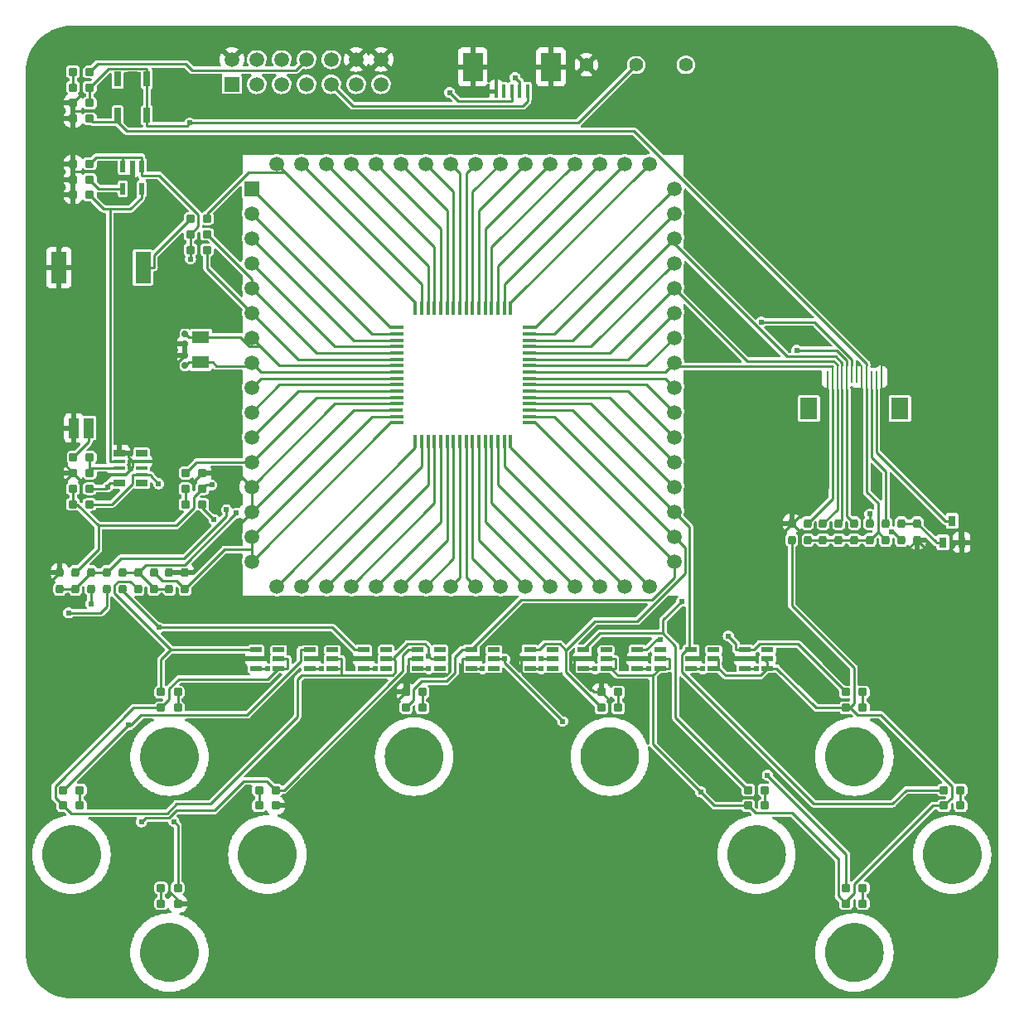
<source format=gtl>
G04 #@! TF.GenerationSoftware,KiCad,Pcbnew,(6.0.7-1)-1*
G04 #@! TF.CreationDate,2022-09-24T13:59:17+09:00*
G04 #@! TF.ProjectId,RL78Display-EB,524c3738-4469-4737-906c-61792d45422e,V1.0*
G04 #@! TF.SameCoordinates,Original*
G04 #@! TF.FileFunction,Copper,L1,Top*
G04 #@! TF.FilePolarity,Positive*
%FSLAX46Y46*%
G04 Gerber Fmt 4.6, Leading zero omitted, Abs format (unit mm)*
G04 Created by KiCad (PCBNEW (6.0.7-1)-1) date 2022-09-24 13:59:17*
%MOMM*%
%LPD*%
G01*
G04 APERTURE LIST*
G04 Aperture macros list*
%AMRoundRect*
0 Rectangle with rounded corners*
0 $1 Rounding radius*
0 $2 $3 $4 $5 $6 $7 $8 $9 X,Y pos of 4 corners*
0 Add a 4 corners polygon primitive as box body*
4,1,4,$2,$3,$4,$5,$6,$7,$8,$9,$2,$3,0*
0 Add four circle primitives for the rounded corners*
1,1,$1+$1,$2,$3*
1,1,$1+$1,$4,$5*
1,1,$1+$1,$6,$7*
1,1,$1+$1,$8,$9*
0 Add four rect primitives between the rounded corners*
20,1,$1+$1,$2,$3,$4,$5,0*
20,1,$1+$1,$4,$5,$6,$7,0*
20,1,$1+$1,$6,$7,$8,$9,0*
20,1,$1+$1,$8,$9,$2,$3,0*%
%AMFreePoly0*
4,1,13,0.900000,0.500000,2.600000,0.500000,2.600000,-0.500000,0.900000,-0.500000,0.400000,-1.000000,-0.400000,-1.000000,-0.400000,-0.500000,-2.600000,-0.500000,-2.600000,0.500000,-0.400000,0.500000,-0.400000,1.000000,0.400000,1.000000,0.900000,0.500000,0.900000,0.500000,$1*%
G04 Aperture macros list end*
G04 #@! TA.AperFunction,SMDPad,CuDef*
%ADD10RoundRect,0.200000X0.200000X-0.250000X0.200000X0.250000X-0.200000X0.250000X-0.200000X-0.250000X0*%
G04 #@! TD*
G04 #@! TA.AperFunction,SMDPad,CuDef*
%ADD11RoundRect,0.200000X-0.200000X0.250000X-0.200000X-0.250000X0.200000X-0.250000X0.200000X0.250000X0*%
G04 #@! TD*
G04 #@! TA.AperFunction,SMDPad,CuDef*
%ADD12RoundRect,0.200000X0.250000X0.200000X-0.250000X0.200000X-0.250000X-0.200000X0.250000X-0.200000X0*%
G04 #@! TD*
G04 #@! TA.AperFunction,SMDPad,CuDef*
%ADD13RoundRect,0.200000X-0.250000X-0.200000X0.250000X-0.200000X0.250000X0.200000X-0.250000X0.200000X0*%
G04 #@! TD*
G04 #@! TA.AperFunction,ComponentPad*
%ADD14C,1.400000*%
G04 #@! TD*
G04 #@! TA.AperFunction,SMDPad,CuDef*
%ADD15R,1.200000X0.500000*%
G04 #@! TD*
G04 #@! TA.AperFunction,SMDPad,CuDef*
%ADD16R,1.600000X3.200000*%
G04 #@! TD*
G04 #@! TA.AperFunction,SMDPad,CuDef*
%ADD17R,0.400000X1.400000*%
G04 #@! TD*
G04 #@! TA.AperFunction,ComponentPad*
%ADD18R,2.000000X3.000000*%
G04 #@! TD*
G04 #@! TA.AperFunction,SMDPad,CuDef*
%ADD19R,0.800000X1.100000*%
G04 #@! TD*
G04 #@! TA.AperFunction,SMDPad,CuDef*
%ADD20R,0.700000X1.500000*%
G04 #@! TD*
G04 #@! TA.AperFunction,SMDPad,CuDef*
%ADD21FreePoly0,270.000000*%
G04 #@! TD*
G04 #@! TA.AperFunction,ComponentPad*
%ADD22R,1.500000X1.500000*%
G04 #@! TD*
G04 #@! TA.AperFunction,ComponentPad*
%ADD23C,1.500000*%
G04 #@! TD*
G04 #@! TA.AperFunction,SMDPad,CuDef*
%ADD24R,1.800000X1.200000*%
G04 #@! TD*
G04 #@! TA.AperFunction,SMDPad,CuDef*
%ADD25R,1.000000X2.000000*%
G04 #@! TD*
G04 #@! TA.AperFunction,SMDPad,CuDef*
%ADD26R,1.800000X2.200000*%
G04 #@! TD*
G04 #@! TA.AperFunction,SMDPad,CuDef*
%ADD27R,0.150000X1.300000*%
G04 #@! TD*
G04 #@! TA.AperFunction,SMDPad,CuDef*
%ADD28R,1.400000X0.300000*%
G04 #@! TD*
G04 #@! TA.AperFunction,SMDPad,CuDef*
%ADD29R,0.300000X1.400000*%
G04 #@! TD*
G04 #@! TA.AperFunction,SMDPad,CuDef*
%ADD30RoundRect,0.150000X-0.150000X0.150000X-0.150000X-0.150000X0.150000X-0.150000X0.150000X0.150000X0*%
G04 #@! TD*
G04 #@! TA.AperFunction,SMDPad,CuDef*
%ADD31RoundRect,0.150000X0.150000X-0.150000X0.150000X0.150000X-0.150000X0.150000X-0.150000X-0.150000X0*%
G04 #@! TD*
G04 #@! TA.AperFunction,SMDPad,CuDef*
%ADD32R,0.500000X1.200000*%
G04 #@! TD*
G04 #@! TA.AperFunction,SMDPad,CuDef*
%ADD33R,1.200000X0.650000*%
G04 #@! TD*
G04 #@! TA.AperFunction,SMDPad,CuDef*
%ADD34R,1.200000X0.350000*%
G04 #@! TD*
G04 #@! TA.AperFunction,ViaPad*
%ADD35C,0.609600*%
G04 #@! TD*
G04 #@! TA.AperFunction,Conductor*
%ADD36C,0.254000*%
G04 #@! TD*
G04 #@! TA.AperFunction,Conductor*
%ADD37C,0.152400*%
G04 #@! TD*
G04 APERTURE END LIST*
D10*
X-38200000Y-7850000D03*
X-38200000Y-6150000D03*
D11*
X30200000Y-1150000D03*
X30200000Y-2850000D03*
D12*
X25850000Y-30000000D03*
X24150000Y-30000000D03*
D13*
X44150000Y-28400000D03*
X45850000Y-28400000D03*
X24150000Y-28400000D03*
X25850000Y-28400000D03*
D12*
X-43150000Y35600000D03*
X-44850000Y35600000D03*
X35850000Y-40000000D03*
X34150000Y-40000000D03*
D14*
X7620000Y45720000D03*
D13*
X-44850000Y32400000D03*
X-43150000Y32400000D03*
D12*
X-9150000Y-20000000D03*
X-10850000Y-20000000D03*
D15*
X1850000Y-14050000D03*
X1850000Y-15000000D03*
X1850000Y-15950000D03*
X4150000Y-15950000D03*
X4150000Y-15000000D03*
X4150000Y-14050000D03*
D11*
X35000000Y-1150000D03*
X35000000Y-2850000D03*
X31800000Y-1150000D03*
X31800000Y-2850000D03*
D15*
X23825000Y-14050000D03*
X23825000Y-15000000D03*
X23825000Y-15950000D03*
X26125000Y-15950000D03*
X26125000Y-15000000D03*
X26125000Y-14050000D03*
D16*
X-37700000Y25000000D03*
X-46300000Y25000000D03*
D17*
X1600000Y43000000D03*
X800000Y43000000D03*
X0Y43000000D03*
X-800000Y43000000D03*
X-1600000Y43000000D03*
D18*
X4000000Y45500000D03*
X-4000000Y45500000D03*
D19*
X44050000Y-3100000D03*
X45950000Y-3100000D03*
X45000000Y-900000D03*
D14*
X17780000Y45720000D03*
D13*
X34150000Y-18400000D03*
X35850000Y-18400000D03*
X-25850000Y-28400000D03*
X-24150000Y-28400000D03*
D10*
X28600000Y-2850000D03*
X28600000Y-1150000D03*
D20*
X-37300000Y44250000D03*
D21*
X-38800000Y42400000D03*
D20*
X-40300000Y44250000D03*
X-40300000Y40550000D03*
X-37300000Y40550000D03*
D10*
X-43000000Y-7850000D03*
X-43000000Y-6150000D03*
D13*
X-35850000Y-18400000D03*
X-34150000Y-18400000D03*
D15*
X12825000Y-14050000D03*
X12825000Y-15000000D03*
X12825000Y-15950000D03*
X15125000Y-15950000D03*
X15125000Y-15000000D03*
X15125000Y-14050000D03*
D13*
X-25850000Y-30000000D03*
X-24150000Y-30000000D03*
X-35850000Y-40000000D03*
X-34150000Y-40000000D03*
D11*
X39800000Y-1150000D03*
X39800000Y-2850000D03*
D22*
X-28620000Y43730000D03*
D23*
X-28620000Y46270000D03*
X-26080000Y43730000D03*
X-26080000Y46270000D03*
X-23540000Y43730000D03*
X-23540000Y46270000D03*
X-21000000Y43730000D03*
X-21000000Y46270000D03*
X-18460000Y43730000D03*
X-18460000Y46270000D03*
X-15920000Y43730000D03*
X-15920000Y46270000D03*
X-13380000Y43730000D03*
X-13380000Y46270000D03*
D13*
X-33350000Y4000000D03*
X-31650000Y4000000D03*
D12*
X-43150000Y43400000D03*
X-44850000Y43400000D03*
D13*
X34150000Y-38400000D03*
X35850000Y-38400000D03*
X-45850000Y-28400000D03*
X-44150000Y-28400000D03*
D15*
X-4150000Y-14050000D03*
X-4150000Y-15000000D03*
X-4150000Y-15950000D03*
X-1850000Y-15950000D03*
X-1850000Y-15000000D03*
X-1850000Y-14050000D03*
D24*
X-31800000Y15300000D03*
X-31800000Y17900000D03*
D13*
X-44850000Y2400000D03*
X-43150000Y2400000D03*
D25*
X-43250000Y8600000D03*
X-44750000Y8600000D03*
D26*
X39650000Y10600000D03*
X30350000Y10600000D03*
D27*
X37750000Y13850000D03*
X37250000Y13850000D03*
X36750000Y13850000D03*
X36250000Y13850000D03*
X35750000Y13850000D03*
X35250000Y13850000D03*
X34750000Y13850000D03*
X34250000Y13850000D03*
X33750000Y13850000D03*
X33250000Y13850000D03*
X32750000Y13850000D03*
X32250000Y13850000D03*
D15*
X-26150000Y-14050000D03*
X-26150000Y-15000000D03*
X-26150000Y-15950000D03*
X-23850000Y-15950000D03*
X-23850000Y-15000000D03*
X-23850000Y-14050000D03*
X7325000Y-14050000D03*
X7325000Y-15000000D03*
X7325000Y-15950000D03*
X9625000Y-15950000D03*
X9625000Y-15000000D03*
X9625000Y-14050000D03*
D13*
X-44850000Y45000000D03*
X-43150000Y45000000D03*
D28*
X-11800000Y18875000D03*
D22*
X-26590000Y33050000D03*
D28*
X-11800000Y18225000D03*
D23*
X-26590000Y30510000D03*
D28*
X-11800000Y17575000D03*
D23*
X-26590000Y27970000D03*
D28*
X-11800000Y16925000D03*
D23*
X-26590000Y25430000D03*
X-26590000Y22890000D03*
D28*
X-11800000Y16275000D03*
X-11800000Y15625000D03*
D23*
X-26590000Y20350000D03*
D28*
X-11800000Y14975000D03*
D23*
X-26590000Y17810000D03*
X-26590000Y15270000D03*
D28*
X-11800000Y14325000D03*
D23*
X-26590000Y12730000D03*
D28*
X-11800000Y13675000D03*
X-11800000Y13025000D03*
D23*
X-26590000Y10190000D03*
X-26590000Y7650000D03*
D28*
X-11800000Y12375000D03*
X-11800000Y11725000D03*
D23*
X-26590000Y5110000D03*
D28*
X-11800000Y11075000D03*
D23*
X-26590000Y2570000D03*
D28*
X-11850000Y10425000D03*
D23*
X-26590000Y30000D03*
X-26590000Y-2510000D03*
D28*
X-11800000Y9775000D03*
X-11800000Y9125000D03*
D23*
X-26590000Y-5050000D03*
X-24050000Y-7590000D03*
D29*
X-9875000Y7200000D03*
D23*
X-21510000Y-7590000D03*
D29*
X-9225000Y7200000D03*
D23*
X-18970000Y-7590000D03*
D29*
X-8575000Y7200000D03*
D23*
X-16430000Y-7590000D03*
D29*
X-7925000Y7200000D03*
X-7275000Y7200000D03*
D23*
X-13890000Y-7590000D03*
D29*
X-6625000Y7200000D03*
D23*
X-11350000Y-7590000D03*
D29*
X-5975000Y7200000D03*
D23*
X-8810000Y-7590000D03*
D29*
X-5325000Y7200000D03*
D23*
X-6270000Y-7590000D03*
X-3730000Y-7590000D03*
D29*
X-4675000Y7200000D03*
D23*
X-1190000Y-7590000D03*
D29*
X-4025000Y7200000D03*
X-3375000Y7200000D03*
D23*
X1350000Y-7590000D03*
X3890000Y-7590000D03*
D29*
X-2725000Y7200000D03*
D23*
X6430000Y-7590000D03*
D29*
X-2075000Y7200000D03*
D23*
X8970000Y-7590000D03*
D29*
X-1425000Y7200000D03*
D23*
X11510000Y-7590000D03*
D29*
X-775000Y7200000D03*
X-125000Y7200000D03*
D23*
X14050000Y-7590000D03*
X16590000Y-5050000D03*
D28*
X1800000Y9125000D03*
D23*
X16590000Y-2510000D03*
D28*
X1800000Y9775000D03*
D23*
X16590000Y30000D03*
D28*
X1800000Y10425000D03*
X1800000Y11075000D03*
D23*
X16590000Y2570000D03*
D28*
X1800000Y11725000D03*
D23*
X16590000Y5110000D03*
D28*
X1800000Y12375000D03*
D23*
X16590000Y7650000D03*
D28*
X1800000Y13025000D03*
D23*
X16590000Y10190000D03*
X16590000Y12730000D03*
D28*
X1800000Y13675000D03*
D23*
X16590000Y15270000D03*
D28*
X1800000Y14325000D03*
X1800000Y14975000D03*
D23*
X16590000Y17810000D03*
D28*
X1800000Y15625000D03*
D23*
X16590000Y20350000D03*
D28*
X1800000Y16275000D03*
D23*
X16590000Y22890000D03*
X16590000Y25430000D03*
D28*
X1800000Y16925000D03*
D23*
X16590000Y27970000D03*
D28*
X1800000Y17575000D03*
D23*
X16590000Y30510000D03*
D28*
X1800000Y18225000D03*
X1800000Y18875000D03*
D23*
X16590000Y33050000D03*
X14050000Y35590000D03*
D29*
X-125000Y20800000D03*
X-775000Y20800000D03*
D23*
X11510000Y35590000D03*
D29*
X-1425000Y20800000D03*
D23*
X8970000Y35590000D03*
D29*
X-2075000Y20800000D03*
D23*
X6430000Y35590000D03*
X3890000Y35590000D03*
D29*
X-2725000Y20800000D03*
X-3375000Y20800000D03*
D23*
X1350000Y35590000D03*
D29*
X-4025000Y20800000D03*
D23*
X-1190000Y35590000D03*
D29*
X-4675000Y20800000D03*
D23*
X-3730000Y35590000D03*
X-6270000Y35590000D03*
D29*
X-5325000Y20800000D03*
D23*
X-8810000Y35590000D03*
D29*
X-5975000Y20800000D03*
D23*
X-11350000Y35590000D03*
D29*
X-6625000Y20800000D03*
D23*
X-13890000Y35590000D03*
D29*
X-7275000Y20800000D03*
X-7925000Y20800000D03*
D23*
X-16430000Y35590000D03*
X-18970000Y35590000D03*
D29*
X-8575000Y20800000D03*
D23*
X-21510000Y35590000D03*
D29*
X-9225000Y20800000D03*
D23*
X-24050000Y35590000D03*
D29*
X-9875000Y20800000D03*
D12*
X-43150000Y5600000D03*
X-44850000Y5600000D03*
X-43150000Y41800000D03*
X-44850000Y41800000D03*
D11*
X-46200000Y-6150000D03*
X-46200000Y-7850000D03*
X33400000Y-1150000D03*
X33400000Y-2850000D03*
D13*
X9150000Y-18400000D03*
X10850000Y-18400000D03*
X-32850000Y26800000D03*
X-31150000Y26800000D03*
D11*
X-39800000Y-6150000D03*
X-39800000Y-7850000D03*
D12*
X-31650000Y800000D03*
X-33350000Y800000D03*
D11*
X-41400000Y-6150000D03*
X-41400000Y-7850000D03*
D13*
X-35850000Y-38400000D03*
X-34150000Y-38400000D03*
D11*
X36600000Y-1150000D03*
X36600000Y-2850000D03*
D13*
X-10850000Y-18400000D03*
X-9150000Y-18400000D03*
X-32850000Y28400000D03*
X-31150000Y28400000D03*
D15*
X-20650000Y-14050000D03*
X-20650000Y-15000000D03*
X-20650000Y-15950000D03*
X-18350000Y-15950000D03*
X-18350000Y-15000000D03*
X-18350000Y-14050000D03*
D12*
X-43150000Y40200000D03*
X-44850000Y40200000D03*
D11*
X41400000Y-1150000D03*
X41400000Y-2850000D03*
D12*
X45850000Y-30000000D03*
X44150000Y-30000000D03*
D10*
X-33400000Y-7850000D03*
X-33400000Y-6150000D03*
X-44600000Y-7850000D03*
X-44600000Y-6150000D03*
D12*
X-43150000Y4000000D03*
X-44850000Y4000000D03*
X10850000Y-20000000D03*
X9150000Y-20000000D03*
D15*
X-9650000Y-14050000D03*
X-9650000Y-15000000D03*
X-9650000Y-15950000D03*
X-7350000Y-15950000D03*
X-7350000Y-15000000D03*
X-7350000Y-14050000D03*
D12*
X-31650000Y2400000D03*
X-33350000Y2400000D03*
D30*
X-33400000Y18200000D03*
X-33400000Y17200000D03*
D12*
X-43150000Y34000000D03*
X-44850000Y34000000D03*
D31*
X-33400000Y15000000D03*
X-33400000Y16000000D03*
D15*
X-15150000Y-14050000D03*
X-15150000Y-15000000D03*
X-15150000Y-15950000D03*
X-12850000Y-15950000D03*
X-12850000Y-15000000D03*
X-12850000Y-14050000D03*
X18325000Y-14050000D03*
X18325000Y-15000000D03*
X18325000Y-15950000D03*
X20625000Y-15950000D03*
X20625000Y-15000000D03*
X20625000Y-14050000D03*
D32*
X-37850000Y35350000D03*
X-38800000Y35350000D03*
X-39750000Y35350000D03*
X-39750000Y33050000D03*
X-37850000Y33050000D03*
D12*
X-34150000Y-20000000D03*
X-35850000Y-20000000D03*
X35850000Y-20000000D03*
X34150000Y-20000000D03*
D33*
X-40150000Y6050000D03*
D34*
X-40150000Y5200000D03*
X-40150000Y4500000D03*
X-40150000Y3800000D03*
D33*
X-40150000Y2950000D03*
X-37850000Y2950000D03*
D34*
X-37850000Y3800000D03*
X-37850000Y4500000D03*
X-37850000Y5200000D03*
D33*
X-37850000Y6050000D03*
D12*
X-44150000Y-30000000D03*
X-45850000Y-30000000D03*
D10*
X-36600000Y-7850000D03*
X-36600000Y-6150000D03*
D11*
X38200000Y-1150000D03*
X38200000Y-2850000D03*
D13*
X-32850000Y30000000D03*
X-31150000Y30000000D03*
D11*
X-35000000Y-6150000D03*
X-35000000Y-7850000D03*
D14*
X12700000Y45720000D03*
D13*
X-44850000Y800000D03*
X-43150000Y800000D03*
D35*
X-8500000Y-14679200D03*
X-32850000Y25863500D03*
X-732800Y-15000000D03*
X5188435Y-21369625D03*
X19300000Y-28600000D03*
X-32918800Y39767200D03*
X2968100Y-14936100D03*
X-30674800Y2779700D03*
X-30456300Y-761900D03*
X-28146500Y-110800D03*
X-29174800Y243900D03*
X22118500Y-12650500D03*
X17362200Y-9108600D03*
X26105300Y-26878800D03*
X15160100Y-13017100D03*
X29097000Y16527300D03*
X25494300Y19421500D03*
X36575000Y-190200D03*
X38826100Y-2012900D03*
X37250000Y3250000D03*
X30000000Y-16000000D03*
X-30000000Y-45000000D03*
X-18000000Y-18000000D03*
X-10000000Y45000000D03*
X-10000000Y-11250000D03*
X10000000Y-35000000D03*
X-29500000Y25000000D03*
X30000000Y-26000000D03*
X15000000Y-30000000D03*
X30000000Y-5000000D03*
X-40000000Y20000000D03*
X45000000Y25000000D03*
X-46750000Y-15750000D03*
X-29250000Y29250000D03*
X10000000Y-30000000D03*
X-40000000Y-45000000D03*
X-47650000Y-9800000D03*
X-10000000Y-35000000D03*
X20000000Y35000000D03*
X-15000000Y-35000000D03*
X45000000Y-20000000D03*
X0Y-45000000D03*
X30000000Y25000000D03*
X35000000Y20000000D03*
X25000000Y0D03*
X35000000Y-35250000D03*
X45000000Y20000000D03*
X-30000000Y-10000000D03*
X35000000Y35000000D03*
X30000000Y18250000D03*
X0Y-25000000D03*
X-40000000Y-15000000D03*
X-40000000Y10000000D03*
X20250000Y16250000D03*
X0Y-20000000D03*
X0Y-30000000D03*
X-20000000Y-30000000D03*
X-5500000Y-11250000D03*
X40000000Y35000000D03*
X25000000Y25000000D03*
X-29000000Y-22000000D03*
X-40000000Y15000000D03*
X25000000Y-45000000D03*
X-20000000Y-35000000D03*
X-45000000Y-40000000D03*
X25000000Y40000000D03*
X40000000Y-45000000D03*
X40000000Y-10000000D03*
X-33250000Y-2250000D03*
X45000000Y45000000D03*
X22750000Y-26000000D03*
X-29000000Y-19000000D03*
X40000000Y15000000D03*
X45000000Y15000000D03*
X20000000Y-5000000D03*
X-41000000Y-26000000D03*
X16750000Y-11500000D03*
X-20000000Y-45000000D03*
X30000000Y-45000000D03*
X40000000Y-25000000D03*
X15000000Y-45000000D03*
X25000000Y-10000000D03*
X-5000000Y-30000000D03*
X45000000Y-15000000D03*
X-35000000Y20000000D03*
X5000000Y-30000000D03*
X30000000Y-35000000D03*
X35000000Y-31000000D03*
X-20000000Y-40000000D03*
X-45000000Y20000000D03*
X45000000Y40000000D03*
X-43250000Y-21000000D03*
X-25000000Y-40000000D03*
X20000000Y0D03*
X-30000000Y35000000D03*
X45000000Y-5000000D03*
X20250000Y22000000D03*
X-10000000Y-30000000D03*
X30000000Y45000000D03*
X-25000000Y-45000000D03*
X40000000Y-20000000D03*
X40000000Y25000000D03*
X-10000000Y-45000000D03*
X35000000Y45000000D03*
X45000000Y5000000D03*
X45000000Y-40000000D03*
X-5000000Y-35000000D03*
X16000000Y-22000000D03*
X15000000Y-40000000D03*
X35000000Y40000000D03*
X25000000Y-40000000D03*
X30000000Y-22000000D03*
X-35000000Y10000000D03*
X25000000Y10000000D03*
X5000000Y-35000000D03*
X10000000Y-45000000D03*
X25000000Y30000000D03*
X0Y-11250000D03*
X-35000000Y45000000D03*
X23000000Y-18000000D03*
X-15000000Y-30000000D03*
X40000000Y-31000000D03*
X30000000Y-40000000D03*
X-40000000Y25000000D03*
X45000000Y35000000D03*
X15000000Y40000000D03*
X40000000Y45000000D03*
X35000000Y-10000000D03*
X40000000Y20000000D03*
X40000000Y-15000000D03*
X40000000Y40000000D03*
X5500000Y-11250000D03*
X45000000Y30000000D03*
X-45000000Y15000000D03*
X-38950000Y-32550000D03*
X5000000Y-45000000D03*
X45000000Y-45000000D03*
X0Y-35000000D03*
X30000000Y5000000D03*
X-16000000Y-20000000D03*
X25000000Y45000000D03*
X-15000000Y-40000000D03*
X30000000Y35000000D03*
X40000000Y-5000000D03*
X20000000Y-45000000D03*
X-15000000Y-45000000D03*
X20000000Y-10000000D03*
X45000000Y10000000D03*
X-15000000Y-11250000D03*
X35000000Y30000000D03*
X-5000000Y-45000000D03*
X35000000Y-5000000D03*
X30000000Y40000000D03*
X45000000Y-25000000D03*
X45000000Y-10000000D03*
X-40000000Y-40000000D03*
X-35000000Y35000000D03*
X13750000Y-11500000D03*
X20000000Y45000000D03*
X20000000Y-40000000D03*
X-45000000Y-45000000D03*
X15000000Y-35000000D03*
X20000000Y-35000000D03*
X-35000000Y-10000000D03*
X40000000Y-40000000D03*
X40000000Y30000000D03*
X-6362100Y42873200D03*
X330600Y44406500D03*
X-41315100Y2587000D03*
X-36105700Y2900200D03*
X-45300000Y-10300000D03*
X-37850000Y-31650000D03*
X-34543800Y-31622300D03*
X-36072200Y-11781000D03*
X-43008000Y-9369800D03*
X-39174100Y-21748200D03*
X45000000Y-35000000D03*
X19500000Y-16000000D03*
X14000000Y-16000000D03*
X35000000Y-45000000D03*
X25000000Y-35000000D03*
X8500000Y-16000000D03*
X35000000Y-25000000D03*
X25000000Y-16000000D03*
X-10000000Y-25000000D03*
X-3000000Y-16000000D03*
X3000000Y-16000000D03*
X10000000Y-25000000D03*
X-8500000Y-16000000D03*
X-25000000Y-35000000D03*
X-35000000Y-45000000D03*
X-14000000Y-16000000D03*
X-19500000Y-16000000D03*
X-45000000Y-35000000D03*
X-35000000Y-25000000D03*
X-25000000Y-16000000D03*
D36*
X-31800000Y15300000D02*
X-33030500Y15300000D01*
X-11800000Y14325000D02*
X-25645000Y14325000D01*
X-26256100Y14936100D02*
X-26590000Y15270000D01*
X-30205600Y14936100D02*
X-30569500Y15300000D01*
X-26256100Y14936100D02*
X-30205600Y14936100D01*
X-31800000Y15300000D02*
X-30569500Y15300000D01*
X-33400000Y15000000D02*
X-33330500Y15000000D01*
X-25645000Y14325000D02*
X-26256100Y14936100D01*
X-33330500Y15000000D02*
X-33030500Y15300000D01*
X-26805300Y16965900D02*
X-27739400Y17900000D01*
X-33400000Y18200000D02*
X-33330500Y18200000D01*
X-23755000Y14975000D02*
X-25745900Y16965900D01*
X-27739400Y17900000D02*
X-31800000Y17900000D01*
X-25745900Y16965900D02*
X-26590000Y17810000D01*
X-33330500Y18200000D02*
X-33030500Y17900000D01*
X-25745900Y16965900D02*
X-26805300Y16965900D01*
X-31800000Y17900000D02*
X-33030500Y17900000D01*
X-11800000Y14975000D02*
X-23755000Y14975000D01*
X-39750000Y35350000D02*
X-39750000Y36280500D01*
X-11908100Y-16372100D02*
X-11908100Y-15172600D01*
X34150000Y-39819400D02*
X34150000Y-40000000D01*
X4150000Y-15000000D02*
X3219500Y-15000000D01*
X-37850000Y34419500D02*
X-36061400Y34419500D01*
X44946900Y-27977300D02*
X44946900Y-29203100D01*
X-23850000Y-15950000D02*
X-22919500Y-15950000D01*
X14408600Y-16666400D02*
X15125000Y-15950000D01*
X24150000Y-30000000D02*
X24880200Y-30730200D01*
X35007900Y-38961500D02*
X34150000Y-39819400D01*
X-732800Y-15407800D02*
X5100900Y-21241500D01*
X44150000Y-30000000D02*
X43040100Y-30000000D01*
X26125000Y-15359200D02*
X26125000Y-15950000D01*
X-10647100Y-13469500D02*
X-8886600Y-13469500D01*
X-35742100Y-7007900D02*
X-36600000Y-6150000D01*
X-30800000Y-29800000D02*
X-21900000Y-20900000D01*
X31105500Y-20000000D02*
X34150000Y-20000000D01*
X-45850000Y-30000000D02*
X-46678100Y-29171900D01*
X33369800Y-35369800D02*
X33369800Y-39219800D01*
X-37850000Y35350000D02*
X-37850000Y34419500D01*
X5100900Y-21282090D02*
X5188435Y-21369625D01*
X-39750000Y36280500D02*
X-37850000Y36280500D01*
X-37300000Y41630500D02*
X-37300000Y44250000D01*
X-12172400Y-15000000D02*
X-12080700Y-15000000D01*
X-732800Y-15000000D02*
X-732800Y-15407800D01*
X21090300Y-15000000D02*
X21090300Y-15950000D01*
X-17419500Y-16653600D02*
X-12189600Y-16653600D01*
X-31650000Y2400000D02*
X-32500000Y1550000D01*
X-12080700Y-15000000D02*
X-12080700Y-14903100D01*
X26125000Y-15950000D02*
X27055500Y-15950000D01*
X-12189600Y-16653600D02*
X-11908100Y-16372100D01*
X-32500000Y439000D02*
X-34300700Y-1361700D01*
X-46678100Y-28022400D02*
X-38655700Y-20000000D01*
X-43150000Y41800000D02*
X-43150000Y43400000D01*
X-34300700Y-1361700D02*
X-42277200Y-1361700D01*
X-37850000Y35350000D02*
X-37850000Y36280500D01*
X14408600Y-16666400D02*
X14408600Y-23708600D01*
X-18350000Y-15950000D02*
X-17419500Y-15950000D01*
X-43150000Y35600000D02*
X-42469500Y36280500D01*
X-26590000Y-3819000D02*
X-26590000Y-5050000D01*
X34955200Y-15909500D02*
X34955200Y-19561000D01*
X15125000Y-15950000D02*
X16055500Y-15950000D01*
X-11800000Y9125000D02*
X-12415000Y9125000D01*
X25371600Y-16703400D02*
X26125000Y-15950000D01*
X28630200Y-30730200D02*
X33269800Y-35369800D01*
X-37300000Y44250000D02*
X-37300000Y45330500D01*
X-23850000Y-15000000D02*
X-22919500Y-15000000D01*
X34541100Y-19975100D02*
X35297400Y-20731400D01*
X-12415000Y9125000D02*
X-26590000Y-5050000D01*
X-17419500Y-16653600D02*
X-17419500Y-15950000D01*
X-42277200Y-3827200D02*
X-44600000Y-6150000D01*
X-37300000Y45330500D02*
X-41219500Y45330500D01*
X19300000Y-28600000D02*
X20700000Y-30000000D01*
X34150000Y-39819400D02*
X33969400Y-39819400D01*
X-7350000Y-15000000D02*
X-8280500Y-15000000D01*
X3155600Y-14936100D02*
X2968100Y-14936100D01*
X-45071500Y-30778500D02*
X-35245400Y-30778500D01*
X27055500Y-15950000D02*
X31105500Y-20000000D01*
X35007900Y-38032200D02*
X35007900Y-38961500D01*
X-22919500Y-15950000D02*
X-22919500Y-15000000D01*
X-29369000Y-3819000D02*
X-33400000Y-7850000D01*
X9625000Y-15000000D02*
X10555500Y-15000000D01*
X10090300Y-15950000D02*
X10555500Y-15950000D01*
X-21453600Y-16653600D02*
X-17419500Y-16653600D01*
X-42277200Y-1361700D02*
X-42277200Y-3827200D01*
X-32053100Y29196900D02*
X-32850000Y28400000D01*
X-45850000Y-30000000D02*
X-45071500Y-30778500D01*
X34174900Y-19975100D02*
X34150000Y-20000000D01*
X-11800000Y9775000D02*
X-14305000Y9775000D01*
X3219500Y-15000000D02*
X3155600Y-14936100D01*
X-35000000Y-18032800D02*
X-34031100Y-17063900D01*
X-46678100Y-29171900D02*
X-46678100Y-28022400D01*
X26125000Y-15000000D02*
X25765800Y-15000000D01*
X10090300Y-15950000D02*
X10806700Y-16666400D01*
X-35245400Y-30778500D02*
X-34266900Y-29800000D01*
X20625000Y-15950000D02*
X21090300Y-15950000D01*
X28600000Y-9554300D02*
X34955200Y-15909500D01*
X-32053100Y30411200D02*
X-32053100Y29196900D01*
X-32850000Y26800000D02*
X-32850000Y28400000D01*
X12700000Y45720000D02*
X6747200Y39767200D01*
X-14305000Y9775000D02*
X-26590000Y-2510000D01*
X-21900000Y-20900000D02*
X-21900000Y-17100000D01*
X34955200Y-19561000D02*
X34541100Y-19975100D01*
X14408600Y-23708600D02*
X19300000Y-28600000D01*
X-42469500Y36280500D02*
X-39750000Y36280500D01*
X-34031100Y-17063900D02*
X-24963900Y-17063900D01*
X-32918800Y39767200D02*
X-33216500Y39469500D01*
X-30674800Y2779700D02*
X-31270300Y2779700D01*
X28600000Y-2850000D02*
X28600000Y-9554300D01*
X-44438900Y800000D02*
X-42277200Y-1361700D01*
X43040100Y-30000000D02*
X35007900Y-38032200D01*
X-12850000Y-15000000D02*
X-12172400Y-15000000D01*
X20625000Y-15000000D02*
X21090300Y-15000000D01*
X-44850000Y2400000D02*
X-44850000Y800000D01*
X-32850000Y25863500D02*
X-32850000Y26800000D01*
X-44850000Y800000D02*
X-44438900Y800000D01*
X-1850000Y-15000000D02*
X-919500Y-15000000D01*
X5100900Y-21241500D02*
X5100900Y-21282090D01*
X10806700Y-16666400D02*
X14408600Y-16666400D01*
X-33400000Y-7850000D02*
X-34242100Y-7007900D01*
X-26590000Y-3819000D02*
X-29369000Y-3819000D01*
X-8886600Y-13469500D02*
X-8500000Y-13856100D01*
X-36061400Y34419500D02*
X-32053100Y30411200D01*
X-17419500Y-15000000D02*
X-17419500Y-15950000D01*
X-34242100Y-7007900D02*
X-35742100Y-7007900D01*
X-37300000Y40550000D02*
X-37300000Y39469500D01*
X9625000Y-15950000D02*
X10090300Y-15950000D01*
X-35850000Y-20000000D02*
X-35000000Y-19150000D01*
X-41219500Y45330500D02*
X-43150000Y43400000D01*
X-33216500Y39469500D02*
X-37300000Y39469500D01*
X21843700Y-16703400D02*
X25371600Y-16703400D01*
X-18350000Y-15000000D02*
X-17419500Y-15000000D01*
X-24963900Y-17063900D02*
X-23850000Y-15950000D01*
X15125000Y-15000000D02*
X16055500Y-15000000D01*
X-37300000Y40550000D02*
X-37300000Y41630500D01*
X21090300Y-15950000D02*
X21843700Y-16703400D01*
X-8500000Y-13856100D02*
X-8500000Y-14679200D01*
X-8280500Y-14898700D02*
X-8280500Y-15000000D01*
X-38655700Y-20000000D02*
X-35850000Y-20000000D01*
X33269800Y-35369800D02*
X33369800Y-35369800D01*
X16055500Y-15000000D02*
X16055500Y-15950000D01*
X37701000Y-20731400D02*
X44946900Y-27977300D01*
X-11908100Y-15172600D02*
X-12080700Y-15000000D01*
X33369800Y-39219800D02*
X34150000Y-40000000D01*
X-35000000Y-19150000D02*
X-35000000Y-18032800D01*
X-34266900Y-29800000D02*
X-30800000Y-29800000D01*
X34541100Y-19975100D02*
X34174900Y-19975100D01*
X20700000Y-30000000D02*
X24150000Y-30000000D01*
X-12080700Y-14903100D02*
X-10647100Y-13469500D01*
X-31270300Y2779700D02*
X-31650000Y2400000D01*
X-21900000Y-17100000D02*
X-21453600Y-16653600D01*
X-26590000Y-2510000D02*
X-26590000Y-3819000D01*
X35297400Y-20731400D02*
X37701000Y-20731400D01*
X-32500000Y1550000D02*
X-32500000Y439000D01*
X44946900Y-29203100D02*
X44150000Y-30000000D01*
X10555500Y-15950000D02*
X10555500Y-15000000D01*
X6747200Y39767200D02*
X-32918800Y39767200D01*
X24880200Y-30730200D02*
X28630200Y-30730200D01*
X25765800Y-15000000D02*
X26125000Y-15359200D01*
X-919500Y-15000000D02*
X-732800Y-15000000D01*
X-8500000Y-14679200D02*
X-8280500Y-14898700D01*
X-7275000Y7200000D02*
X-7275000Y-975000D01*
X-7275000Y-975000D02*
X-13890000Y-7590000D01*
X-30456300Y-761900D02*
X-31650000Y431800D01*
X-31650000Y431800D02*
X-31650000Y800000D01*
X-33350000Y800000D02*
X-33350000Y2400000D01*
X-44850000Y45000000D02*
X-44850000Y43400000D01*
X-42337600Y45812400D02*
X-43150000Y45000000D01*
X-33318000Y45812400D02*
X-42337600Y45812400D01*
X-18460000Y43730000D02*
X-16227800Y41497800D01*
X-21000000Y46270000D02*
X-22111100Y45158900D01*
X-16227800Y41497800D02*
X1128300Y41497800D01*
X1128300Y41497800D02*
X1600000Y41969500D01*
X-22111100Y45158900D02*
X-32664500Y45158900D01*
X1600000Y43000000D02*
X1600000Y41969500D01*
X-32664500Y45158900D02*
X-33318000Y45812400D01*
X-19975000Y16275000D02*
X-26590000Y22890000D01*
X-31150000Y28400000D02*
X-26590000Y23840000D01*
X-26590000Y23840000D02*
X-26590000Y22890000D01*
X-11800000Y16275000D02*
X-19975000Y16275000D01*
X-26590000Y20350000D02*
X-31150000Y24910000D01*
X-31150000Y24910000D02*
X-31150000Y26800000D01*
X-21865000Y15625000D02*
X-26590000Y20350000D01*
X-11800000Y15625000D02*
X-21865000Y15625000D01*
X-35000000Y-7850000D02*
X-36600000Y-7850000D01*
X-36600000Y-7850000D02*
X-36600000Y-7800000D01*
X-36600000Y-7800000D02*
X-38200000Y-6200000D01*
X-38200000Y-6200000D02*
X-38200000Y-6150000D01*
X-37418600Y-5368600D02*
X-33404300Y-5368600D01*
X-4025000Y32755000D02*
X-1190000Y35590000D01*
X-4025000Y20800000D02*
X-4025000Y32755000D01*
X-33404300Y-5368600D02*
X-28146500Y-110800D01*
X-39800000Y-6150000D02*
X-38200000Y-6150000D01*
X-38200000Y-6150000D02*
X-37418600Y-5368600D01*
X-33497900Y-4702000D02*
X-29174800Y-378900D01*
X-43000000Y-6150000D02*
X-41400000Y-6150000D01*
X-4675000Y34645000D02*
X-3730000Y35590000D01*
X-43000000Y-6150000D02*
X-43000000Y-6200000D01*
X-39952000Y-4702000D02*
X-33497900Y-4702000D01*
X-4675000Y20800000D02*
X-4675000Y34645000D01*
X-43000000Y-6200000D02*
X-44600000Y-7800000D01*
X-44600000Y-7800000D02*
X-44600000Y-7850000D01*
X-29174800Y-378900D02*
X-29174800Y243900D01*
X-41400000Y-6150000D02*
X-39952000Y-4702000D01*
X-46200000Y-7850000D02*
X-44600000Y-7850000D01*
X22894500Y-14050000D02*
X22894500Y-13426500D01*
X23825000Y-14050000D02*
X22894500Y-14050000D01*
X11865000Y12375000D02*
X16590000Y7650000D01*
X23825000Y-14050000D02*
X24755500Y-14050000D01*
X1800000Y12375000D02*
X11865000Y12375000D01*
X34150000Y-18400000D02*
X29219500Y-13469500D01*
X29219500Y-13469500D02*
X25336000Y-13469500D01*
X22894500Y-13426500D02*
X22118500Y-12650500D01*
X25336000Y-13469500D02*
X24755500Y-14050000D01*
X16723700Y-20973700D02*
X16723700Y-13668500D01*
X15434800Y-12379600D02*
X8995400Y-12379600D01*
X9975000Y11725000D02*
X16590000Y5110000D01*
X1800000Y11725000D02*
X9975000Y11725000D01*
X8995400Y-12379600D02*
X7325000Y-14050000D01*
X15434800Y-11036000D02*
X15434800Y-12379600D01*
X17362200Y-9108600D02*
X15434800Y-11036000D01*
X24150000Y-28400000D02*
X16723700Y-20973700D01*
X16723700Y-13668500D02*
X15434800Y-12379600D01*
X26105300Y-26878800D02*
X34150000Y-34923500D01*
X13755500Y-14050000D02*
X14788400Y-13017100D01*
X8085000Y11075000D02*
X16590000Y2570000D01*
X14788400Y-13017100D02*
X15160100Y-13017100D01*
X34150000Y-34923500D02*
X34150000Y-38400000D01*
X1800000Y11075000D02*
X8085000Y11075000D01*
X12825000Y-14050000D02*
X13755500Y-14050000D01*
X6195000Y10425000D02*
X16590000Y30000D01*
X18150500Y-14050000D02*
X18150500Y-1530500D01*
X18325000Y-14050000D02*
X18150500Y-14050000D01*
X17391800Y-16340100D02*
X17391800Y-14518000D01*
X17859800Y-14050000D02*
X18150500Y-14050000D01*
X44150000Y-28400000D02*
X40300000Y-28400000D01*
X18150500Y-1530500D02*
X16590000Y30000D01*
X40300000Y-28400000D02*
X38900000Y-29800000D01*
X30851700Y-29800000D02*
X17391800Y-16340100D01*
X1800000Y10425000D02*
X6195000Y10425000D01*
X38900000Y-29800000D02*
X30851700Y-29800000D01*
X17391800Y-14518000D02*
X17859800Y-14050000D01*
D37*
X32750000Y13850000D02*
X32750000Y14873200D01*
D36*
X32750000Y12500000D02*
X32750000Y1400000D01*
X1800000Y14325000D02*
X15645000Y14325000D01*
X16986800Y14873200D02*
X16590000Y15270000D01*
D37*
X32750000Y13850000D02*
X32750000Y12500000D01*
D36*
X15645000Y14325000D02*
X16590000Y15270000D01*
X32750000Y1400000D02*
X30200000Y-1150000D01*
X32750000Y14873200D02*
X16986800Y14873200D01*
D37*
X33250000Y13850000D02*
X33250000Y12500000D01*
D36*
X9975000Y16275000D02*
X1800000Y16275000D01*
X16590000Y22890000D02*
X9975000Y16275000D01*
X33250000Y15087000D02*
X32902500Y15434500D01*
X33250000Y15000000D02*
X33250000Y15087000D01*
X24045500Y15434500D02*
X16590000Y22890000D01*
X33250000Y300000D02*
X31800000Y-1150000D01*
D37*
X33250000Y13850000D02*
X33250000Y15000000D01*
D36*
X32902500Y15434500D02*
X24045500Y15434500D01*
X33250000Y12500000D02*
X33250000Y300000D01*
X33750000Y12500000D02*
X33750000Y-800000D01*
X16590000Y27970000D02*
X16590000Y27427400D01*
X33750000Y15278500D02*
X33750000Y15000000D01*
X16590000Y27427400D02*
X28125400Y15892000D01*
X1800000Y17575000D02*
X6195000Y17575000D01*
X6195000Y17575000D02*
X16590000Y27970000D01*
D37*
X33750000Y13850000D02*
X33750000Y15000000D01*
D36*
X33750000Y-800000D02*
X33400000Y-1150000D01*
X33136500Y15892000D02*
X33750000Y15278500D01*
D37*
X33750000Y13850000D02*
X33750000Y12500000D01*
D36*
X28125400Y15892000D02*
X33136500Y15892000D01*
X34250000Y12500000D02*
X34250000Y-400000D01*
X34250000Y-400000D02*
X35000000Y-1150000D01*
X34250000Y15000000D02*
X34250000Y15470300D01*
D37*
X34250000Y13850000D02*
X34250000Y12500000D01*
X34250000Y13850000D02*
X34250000Y15000000D01*
D36*
X11865000Y15625000D02*
X16590000Y20350000D01*
X33193000Y16527300D02*
X29097000Y16527300D01*
X1800000Y15625000D02*
X11865000Y15625000D01*
X34250000Y15470300D02*
X33193000Y16527300D01*
X30953600Y19421500D02*
X34750000Y15625100D01*
X34750000Y15625100D02*
X34750000Y15000000D01*
X25494300Y19421500D02*
X30953600Y19421500D01*
D37*
X34750000Y13850000D02*
X34750000Y15000000D01*
D36*
X1800000Y14975000D02*
X13755000Y14975000D01*
X13755000Y14975000D02*
X16590000Y17810000D01*
X36600000Y-1150000D02*
X36600000Y-215200D01*
X36600000Y-215200D02*
X36575000Y-190200D01*
X36750000Y5617300D02*
X38200000Y4167300D01*
D37*
X36750000Y13850000D02*
X36750000Y12500000D01*
D36*
X38200000Y4167300D02*
X38200000Y-1150000D01*
X36750000Y12500000D02*
X36750000Y5617300D01*
X45000000Y-900000D02*
X44269500Y-900000D01*
X37250000Y12500000D02*
X37250000Y6119500D01*
D37*
X37250000Y13850000D02*
X37250000Y12500000D01*
D36*
X37250000Y6119500D02*
X44269500Y-900000D01*
X-37700000Y25000000D02*
X-36569500Y25000000D01*
X-36569500Y25000000D02*
X-36569500Y26280500D01*
X-36569500Y26280500D02*
X-32850000Y30000000D01*
X39800000Y-1150000D02*
X41400000Y-1150000D01*
X43319500Y-3100000D02*
X43319500Y-3069500D01*
X43319500Y-3069500D02*
X41400000Y-1150000D01*
X44050000Y-3100000D02*
X43319500Y-3100000D01*
X38962900Y-2012900D02*
X38826100Y-2012900D01*
X1800000Y13675000D02*
X15645000Y13675000D01*
X15645000Y13675000D02*
X16590000Y12730000D01*
X39800000Y-2850000D02*
X38962900Y-2012900D01*
X-9875000Y21415000D02*
X-23205900Y34745900D01*
X-23205900Y34745900D02*
X-24050000Y35590000D01*
X-31150000Y30474900D02*
X-31150000Y30000000D01*
X-9875000Y20800000D02*
X-9875000Y21415000D01*
X-26879000Y34745900D02*
X-31150000Y30474900D01*
X-23205900Y34745900D02*
X-26879000Y34745900D01*
X-5826900Y-14796400D02*
X-5826900Y-16428300D01*
X974100Y-8925900D02*
X-4150000Y-14050000D01*
X16590000Y-6636400D02*
X14300500Y-8925900D01*
X-10042000Y-19192000D02*
X-10850000Y-20000000D01*
X-10041900Y-19192000D02*
X-10042000Y-19192000D01*
X-10041900Y-18088200D02*
X-10041900Y-19192000D01*
X-5080500Y-14050000D02*
X-5826900Y-14796400D01*
X14300500Y-8925900D02*
X974100Y-8925900D01*
X16590000Y-5050000D02*
X16590000Y-6636400D01*
X-4150000Y-14050000D02*
X-5080500Y-14050000D01*
X2415000Y9125000D02*
X16590000Y-5050000D01*
X-6693300Y-17294700D02*
X-9248400Y-17294700D01*
X-9248400Y-17294700D02*
X-10041900Y-18088200D01*
X1800000Y9125000D02*
X2415000Y9125000D01*
X-5826900Y-16428300D02*
X-6693300Y-17294700D01*
X5508800Y-14089500D02*
X5508800Y-16358800D01*
X4305000Y9775000D02*
X16590000Y-2510000D01*
X5508800Y-16358800D02*
X9150000Y-20000000D01*
X17671400Y-6263200D02*
X17671400Y-3591400D01*
X12783500Y-11151100D02*
X17671400Y-6263200D01*
X3368700Y-13461800D02*
X4881100Y-13461800D01*
X1800000Y9775000D02*
X4305000Y9775000D01*
X5508800Y-14089500D02*
X8447200Y-11151100D01*
X8447200Y-11151100D02*
X12783500Y-11151100D01*
X2780500Y-14050000D02*
X3368700Y-13461800D01*
X1850000Y-14050000D02*
X2780500Y-14050000D01*
X4881100Y-13461800D02*
X5508800Y-14089500D01*
X17671400Y-3591400D02*
X16590000Y-2510000D01*
X32250000Y2500000D02*
X28600000Y-1150000D01*
X-11850000Y10425000D02*
X-16195000Y10425000D01*
X45219500Y-3373900D02*
X44612800Y-3980600D01*
X-44000000Y42650000D02*
X-44850000Y41800000D01*
X29634900Y-2184900D02*
X29464600Y-2355200D01*
X-6730300Y-16649800D02*
X-6369400Y-16288900D01*
X-39565700Y3800000D02*
X-40150000Y3800000D01*
X-3799100Y-15000000D02*
X-4150000Y-15000000D01*
X-5080500Y-15000000D02*
X-5080500Y-17187900D01*
X-46300000Y9000000D02*
X-45900000Y8600000D01*
X-34150000Y-40000000D02*
X-33969400Y-39819400D01*
X-19460300Y-13842900D02*
X-19719500Y-14102100D01*
X-10580500Y-16649800D02*
X-10580500Y-15000000D01*
X-11298700Y-20772200D02*
X-11665000Y-20405900D01*
X-46200000Y-6150000D02*
X-46200000Y2650000D01*
X-14219500Y-14049300D02*
X-14219500Y-15000000D01*
X8887800Y-13469400D02*
X10363900Y-13469400D01*
X21363900Y-13469400D02*
X21363900Y-8386100D01*
X7325000Y-15000000D02*
X8255500Y-15000000D01*
X45725900Y-3100000D02*
X45219500Y-3100000D01*
X-10580500Y-16649800D02*
X-6730300Y-16649800D01*
X-33400000Y16000000D02*
X-33400000Y17200000D01*
X-33855400Y3268600D02*
X-35786800Y5200000D01*
X919500Y-16370800D02*
X5292400Y-20743700D01*
X7325000Y-15000000D02*
X6394500Y-15000000D01*
X-19500000Y-39950000D02*
X-19500000Y-31759100D01*
X-41080500Y3800000D02*
X-41635700Y3244800D01*
X-5080500Y-17187900D02*
X-8664800Y-20772200D01*
X-45649600Y4799600D02*
X-45649600Y6100400D01*
X7620000Y45720000D02*
X7382300Y45957700D01*
X-40150000Y3800000D02*
X-41080500Y3800000D01*
X-35786800Y5200000D02*
X-35786800Y13613200D01*
X45730600Y-3100000D02*
X45730600Y-89700D01*
D37*
X35750000Y13850000D02*
X35750000Y12600000D01*
D36*
X18325000Y-15000000D02*
X19255500Y-15000000D01*
X-15150000Y-15000000D02*
X-16080500Y-15000000D01*
X44612800Y-3980600D02*
X42530600Y-3980600D01*
X-46300000Y25000000D02*
X-46300000Y26930500D01*
X-44850000Y41000000D02*
X-42314400Y41000000D01*
X35750000Y-1613000D02*
X35363000Y-2000000D01*
X-11665000Y-20405900D02*
X-11665000Y-19215000D01*
X-47650000Y-7625600D02*
X-47662800Y-7612800D01*
X-44850000Y28380500D02*
X-44850000Y32400000D01*
X-9650000Y-15000000D02*
X-10580500Y-15000000D01*
X12825000Y-15000000D02*
X11894500Y-15000000D01*
X-25219500Y-14075300D02*
X-25219500Y-15000000D01*
X-44850000Y4000000D02*
X-45649600Y4799600D01*
X-13127900Y-12957700D02*
X-14219500Y-14049300D01*
X919500Y-15000000D02*
X919500Y-16370800D01*
X-44850000Y32400000D02*
X-44850000Y34000000D01*
X-3219500Y-15000000D02*
X-3219500Y-14101700D01*
X32250000Y12500000D02*
X32250000Y2500000D01*
X-3219500Y-14101700D02*
X-2587200Y-13469400D01*
X-2587200Y-13469400D02*
X-611100Y-13469400D01*
X-35000000Y-38788800D02*
X-35000000Y-37948600D01*
X-46200000Y2650000D02*
X-44850000Y4000000D01*
X-34150000Y-40000000D02*
X-25000000Y-40000000D01*
X-19086800Y-13469400D02*
X-19460300Y-13842900D01*
D37*
X35750000Y13850000D02*
X35750000Y15000000D01*
D36*
X1850000Y-15000000D02*
X919500Y-15000000D01*
X-41635700Y3244800D02*
X-44094800Y3244800D01*
X-41770600Y34800000D02*
X-41390100Y34419500D01*
X-24613600Y-13469400D02*
X-25219500Y-14075300D01*
X-4000000Y45500000D02*
X-4000000Y45692500D01*
X-15150000Y-15000000D02*
X-14219500Y-15000000D01*
X21363900Y-13469400D02*
X22894500Y-15000000D01*
X-16195000Y10425000D02*
X-26590000Y30000D01*
X-21259100Y-30000000D02*
X-11665000Y-20405900D01*
X29464600Y-2355200D02*
X29464600Y-3316300D01*
X-32381400Y3268600D02*
X-33855400Y3268600D01*
X8255500Y-14101700D02*
X8887800Y-13469400D01*
X29634900Y-2184900D02*
X28600000Y-1150000D01*
X-47650000Y-9800000D02*
X-47650000Y-7625600D01*
X-44850000Y41000000D02*
X-44850000Y40200000D01*
X-611100Y-13469400D02*
X919500Y-15000000D01*
X37750000Y22130500D02*
X37750000Y15000000D01*
X-26150000Y-15000000D02*
X-25219500Y-15000000D01*
X-38780500Y4585200D02*
X-39565700Y3800000D01*
X19255500Y-14074000D02*
X19860100Y-13469400D01*
X-16080500Y-15000000D02*
X-17611100Y-13469400D01*
X4000000Y45500000D02*
X4000000Y45957700D01*
X9150000Y-18400000D02*
X8393400Y-18400000D01*
X-6369400Y-13708300D02*
X-7120000Y-12957700D01*
X-44094800Y3244800D02*
X-44850000Y4000000D01*
X-6369400Y-16288900D02*
X-6369400Y-13708300D01*
X19255500Y-15000000D02*
X19255500Y-14074000D01*
X-44000000Y45371700D02*
X-44000000Y42650000D01*
X37750000Y22130500D02*
X13129700Y46750800D01*
X9942800Y-20489100D02*
X9942800Y-19192800D01*
X35363000Y-2000000D02*
X29819800Y-2000000D01*
X-44850000Y34800000D02*
X-44850000Y35600000D01*
X-44850000Y34800000D02*
X-41770600Y34800000D01*
X-45649600Y6100400D02*
X-44750000Y7000000D01*
X-20000000Y-40000000D02*
X-19550000Y-40000000D01*
D37*
X37750000Y13850000D02*
X37750000Y12500000D01*
D36*
X10363900Y-13469400D02*
X11894500Y-15000000D01*
X-7120000Y-12957700D02*
X-13127900Y-12957700D01*
X-38780500Y5200000D02*
X-39219500Y5639000D01*
X-3799100Y-15000000D02*
X-3219500Y-15000000D01*
X29819800Y-2000000D02*
X29634900Y-2184900D01*
X-4150000Y-15000000D02*
X-5080500Y-15000000D01*
X-46300000Y26930500D02*
X-44850000Y28380500D01*
X-35786800Y5200000D02*
X-37850000Y5200000D01*
X-11800000Y11075000D02*
X-18085000Y11075000D01*
X-39219500Y5639000D02*
X-39219500Y6050000D01*
X37750000Y7890900D02*
X37750000Y12500000D01*
X-26590000Y30000D02*
X-32770000Y-6150000D01*
X-20650000Y-15000000D02*
X-19719500Y-15000000D01*
X-28020000Y4000000D02*
X-26590000Y2570000D01*
X-24150000Y-30000100D02*
X-24150000Y-30000000D01*
X-10850000Y-18400000D02*
X-10580500Y-18130500D01*
X45725900Y-3100000D02*
X45730600Y-3100000D01*
X9942800Y-19192800D02*
X9150000Y-18400000D01*
X42530600Y-3980600D02*
X41400000Y-2850000D01*
X-37850000Y5200000D02*
X-38780500Y5200000D01*
X45730600Y-89700D02*
X37750000Y7890900D01*
X-44750000Y7000000D02*
X-44750000Y8600000D01*
X-4577500Y46270000D02*
X-4000000Y45692500D01*
X-46300000Y25000000D02*
X-46300000Y9000000D01*
X8393400Y-18400000D02*
X6394500Y-16401100D01*
X-44850000Y34000000D02*
X-44850000Y34800000D01*
X45219500Y-3100000D02*
X45219500Y-3373900D01*
X-11665000Y-19215000D02*
X-10850000Y-18400000D01*
X-19500000Y-31759100D02*
X-21259100Y-30000000D01*
D37*
X32250000Y13850000D02*
X32250000Y12500000D01*
D36*
X19860100Y-13469400D02*
X21363900Y-13469400D01*
X-40150000Y6050000D02*
X-39219500Y6050000D01*
X-19460300Y-13842900D02*
X-19833900Y-13469400D01*
X-27535100Y47354900D02*
X-17004900Y47354900D01*
X-32770000Y-6150000D02*
X-33400000Y-6150000D01*
X-35000000Y-37948600D02*
X-35000000Y-36500000D01*
X-41390100Y34419500D02*
X-38800000Y34419500D01*
X-19550000Y-40000000D02*
X-19500000Y-39950000D01*
X8650800Y46750800D02*
X7620000Y45720000D01*
X-43101700Y46270000D02*
X-44000000Y45371700D01*
X21363900Y-8386100D02*
X28600000Y-1150000D01*
D37*
X35250000Y15000000D02*
X35250000Y13850000D01*
D36*
X29820600Y-3672300D02*
X40577700Y-3672300D01*
X-44850000Y41800000D02*
X-44850000Y41000000D01*
X-38780500Y5200000D02*
X-38780500Y4585200D01*
X-42314400Y41000000D02*
X-40914400Y42400000D01*
X-19719500Y-14102100D02*
X-19719500Y-15000000D01*
X-38800000Y35350000D02*
X-38800000Y34419500D01*
X-47662800Y-7612800D02*
X-46200000Y-6150000D01*
D37*
X35750000Y15000000D02*
X35250000Y15000000D01*
D36*
X-44850000Y35600000D02*
X-44850000Y40200000D01*
X-8664800Y-20772200D02*
X-11298700Y-20772200D01*
X-26590000Y30000D02*
X-26590000Y2570000D01*
X-45900000Y8600000D02*
X-44750000Y8600000D01*
X-19833900Y-13469400D02*
X-24613600Y-13469400D01*
X23825000Y-15000000D02*
X22894500Y-15000000D01*
X-25000000Y-40000000D02*
X-20000000Y-40000000D01*
X-35786800Y13613200D02*
X-33400000Y16000000D01*
X45950000Y-3100000D02*
X45730600Y-3100000D01*
X-40914400Y42400000D02*
X-38800000Y42400000D01*
X6394500Y-16401100D02*
X6394500Y-15000000D01*
X-24150000Y-30000000D02*
X-21259100Y-30000000D01*
X35750000Y-1613000D02*
X35750000Y12600000D01*
X-35000000Y-36500000D02*
X-38950000Y-32550000D01*
X40577700Y-3672300D02*
X41400000Y-2850000D01*
X-10580500Y-18130500D02*
X-10580500Y-16649800D01*
X-17004900Y47354900D02*
X-15920000Y46270000D01*
X-31650000Y4000000D02*
X-32381400Y3268600D01*
X-24150100Y-30000100D02*
X-24150000Y-30000100D01*
X-28620000Y46270000D02*
X-27535100Y47354900D01*
X-17611100Y-13469400D02*
X-19086800Y-13469400D01*
X-33400000Y-6150000D02*
X-35000000Y-6150000D01*
X8255500Y-15000000D02*
X8255500Y-14101700D01*
X9688200Y-20743700D02*
X9942800Y-20489100D01*
X13129700Y46750800D02*
X8650800Y46750800D01*
X-18085000Y11075000D02*
X-26590000Y2570000D01*
D37*
X37750000Y13850000D02*
X37750000Y15000000D01*
D36*
X-1600000Y43000000D02*
X-1600000Y44030500D01*
X-31650000Y4000000D02*
X-28020000Y4000000D01*
X5292400Y-20743700D02*
X9688200Y-20743700D01*
X-33969400Y-39819400D02*
X-35000000Y-38788800D01*
X29464600Y-3316300D02*
X29820600Y-3672300D01*
X36250000Y15147300D02*
X36250000Y15000000D01*
X31800000Y-2850000D02*
X30200000Y-2850000D01*
X-39382300Y38941000D02*
X12456300Y38941000D01*
X36250000Y2059600D02*
X37400000Y909600D01*
X37400000Y909600D02*
X37400000Y-2050000D01*
X-40300000Y39858700D02*
X-39382300Y38941000D01*
X-40300000Y40550000D02*
X-40300000Y39858700D01*
X35000000Y-2850000D02*
X33400000Y-2850000D01*
X33400000Y-2850000D02*
X31800000Y-2850000D01*
D37*
X36250000Y13850000D02*
X36250000Y12600000D01*
D36*
X-42808700Y39858700D02*
X-40300000Y39858700D01*
X12456300Y38941000D02*
X36250000Y15147300D01*
X37400000Y-2050000D02*
X38200000Y-2850000D01*
X36250000Y2059600D02*
X36250000Y12600000D01*
D37*
X36250000Y13850000D02*
X36250000Y15000000D01*
D36*
X36600000Y-2850000D02*
X37400000Y-2050000D01*
X35000000Y-2850000D02*
X36600000Y-2850000D01*
X-43150000Y40200000D02*
X-42808700Y39858700D01*
X-32240000Y5110000D02*
X-26590000Y5110000D01*
X-33350000Y4000000D02*
X-32240000Y5110000D01*
X-11800000Y11725000D02*
X-19975000Y11725000D01*
X-19975000Y11725000D02*
X-26590000Y5110000D01*
X-43250000Y7200000D02*
X-43250000Y8600000D01*
X-44850000Y5600000D02*
X-43250000Y7200000D01*
X-43150000Y4500000D02*
X-40150000Y4500000D01*
X-43150000Y5600000D02*
X-43150000Y4500000D01*
X-43150000Y4500000D02*
X-43150000Y4000000D01*
X-38982400Y30987100D02*
X-41080500Y30987100D01*
X-41080500Y30987100D02*
X-41737100Y30987100D01*
X-41737100Y30987100D02*
X-43150000Y32400000D01*
X-37850000Y33050000D02*
X-37850000Y32119500D01*
X-41080500Y30987100D02*
X-41080500Y5200000D01*
X-37850000Y32119500D02*
X-38982400Y30987100D01*
X-40150000Y5200000D02*
X-41080500Y5200000D01*
X-43150000Y34000000D02*
X-42200000Y33050000D01*
X-42200000Y33050000D02*
X-39750000Y33050000D01*
X-9150000Y-18400000D02*
X-9150000Y-20000000D01*
X10850000Y-18400000D02*
X10850000Y-20000000D01*
X0Y41969500D02*
X-5458400Y41969500D01*
X-7275000Y28975000D02*
X-13890000Y35590000D01*
X-5458400Y41969500D02*
X-6362100Y42873200D01*
X0Y43000000D02*
X0Y41969500D01*
X-7275000Y20800000D02*
X-7275000Y28975000D01*
X-6625000Y30865000D02*
X-11350000Y35590000D01*
X800000Y44030500D02*
X706600Y44030500D01*
X706600Y44030500D02*
X330600Y44406500D01*
X800000Y43000000D02*
X800000Y44030500D01*
X-6625000Y20800000D02*
X-6625000Y30865000D01*
X-125000Y7200000D02*
X-125000Y6585000D01*
X-125000Y6585000D02*
X14050000Y-7590000D01*
X-41315100Y2715400D02*
X-41315100Y2587000D01*
X-43150000Y2400000D02*
X-41502100Y2400000D01*
X-9875000Y6585000D02*
X-24050000Y-7590000D01*
X-9875000Y7200000D02*
X-9875000Y6585000D01*
X-40150000Y2950000D02*
X-41080500Y2950000D01*
X-41502100Y2400000D02*
X-41315100Y2587000D01*
X-41080500Y2950000D02*
X-41315100Y2715400D01*
X-9225000Y4695000D02*
X-21510000Y-7590000D01*
X-40904900Y800000D02*
X-43150000Y800000D01*
X-38780500Y3800000D02*
X-38780500Y2924400D01*
X-9225000Y7200000D02*
X-9225000Y4695000D01*
X-38780500Y2924400D02*
X-40904900Y800000D01*
X-36105700Y2900200D02*
X-36919500Y3714000D01*
X-36919500Y3714000D02*
X-36919500Y3800000D01*
X-37850000Y3800000D02*
X-36919500Y3800000D01*
X-37850000Y3800000D02*
X-38780500Y3800000D01*
X45850000Y-28400000D02*
X45850000Y-30000000D01*
X35850000Y-38400000D02*
X35850000Y-40000000D01*
X25850000Y-28400000D02*
X25850000Y-30000000D01*
X35850000Y-18400000D02*
X35850000Y-20000000D01*
X-25850000Y-28400000D02*
X-25850000Y-30000000D01*
X-34320078Y-30500000D02*
X-33500000Y-30500000D01*
X-25050000Y-27500000D02*
X-24916200Y-27633800D01*
X-24150000Y-28400000D02*
X-23289000Y-28400000D01*
X-27400000Y-27500000D02*
X-25050000Y-27500000D01*
X-35055900Y-31236000D02*
X-35055900Y-31235822D01*
X-30400000Y-30500000D02*
X-27400000Y-27500000D01*
X-45300000Y-10300000D02*
X-42046400Y-10300000D01*
X-9650000Y-14050000D02*
X-10580500Y-14050000D01*
X-11158400Y-16269400D02*
X-11158400Y-14627900D01*
X-37436000Y-31236000D02*
X-37850000Y-31650000D01*
X-33500000Y-30500000D02*
X-30400000Y-30500000D01*
X-23289000Y-28400000D02*
X-11158400Y-16269400D01*
X-35055900Y-31236000D02*
X-37436000Y-31236000D01*
X-41400000Y-9653600D02*
X-41400000Y-7850000D01*
X-11158400Y-14627900D02*
X-10580500Y-14050000D01*
X-42046400Y-10300000D02*
X-41400000Y-9653600D01*
X-35055900Y-31235822D02*
X-34320078Y-30500000D01*
X-24150000Y-28400000D02*
X-24916200Y-27633800D01*
X-35850000Y-40000000D02*
X-35850000Y-38400000D01*
X-18349500Y-11781000D02*
X-36072200Y-11781000D01*
X-34150000Y-38400000D02*
X-34150000Y-32016100D01*
X-16080500Y-14050000D02*
X-18349500Y-11781000D01*
X-15150000Y-14050000D02*
X-16080500Y-14050000D01*
X-34150000Y-32016100D02*
X-34543800Y-31622300D01*
X-36072200Y-11781000D02*
X-39800000Y-8053200D01*
X-39800000Y-8053200D02*
X-39800000Y-7850000D01*
X-20650000Y-14050000D02*
X-21580500Y-14050000D01*
X-43008000Y-9369800D02*
X-43000000Y-9361800D01*
X-43000000Y-9361800D02*
X-43000000Y-7850000D01*
X-39198200Y-21748200D02*
X-39174100Y-21748200D01*
X-45850000Y-28400000D02*
X-39198200Y-21748200D01*
X-39174100Y-21748200D02*
X-38898200Y-21748200D01*
X-38898200Y-21748200D02*
X-37880200Y-20730200D01*
X-21580500Y-15269800D02*
X-27040900Y-20730200D01*
X-21580500Y-15269800D02*
X-21580500Y-14050000D01*
X-27040900Y-20730200D02*
X-37880200Y-20730200D01*
X-44150000Y-28400000D02*
X-44150000Y-30000000D01*
X-38981400Y-7068600D02*
X-40228000Y-7068600D01*
X-34835600Y-14050000D02*
X-26150000Y-14050000D01*
X-38200000Y-7850000D02*
X-38981400Y-7068600D01*
X-35850000Y-15064400D02*
X-34835600Y-14050000D01*
X-35850000Y-18400000D02*
X-35850000Y-15064400D01*
X-40228000Y-7068600D02*
X-40600000Y-7440600D01*
X-40600000Y-8285600D02*
X-34835600Y-14050000D01*
X-40600000Y-7440600D02*
X-40600000Y-8285600D01*
X-34150000Y-18400000D02*
X-34150000Y-20000000D01*
X-9225000Y23305000D02*
X-21510000Y35590000D01*
X-9225000Y20800000D02*
X-9225000Y23305000D01*
X-8575000Y25195000D02*
X-18970000Y35590000D01*
X-8575000Y20800000D02*
X-8575000Y25195000D01*
X-7925000Y20800000D02*
X-7925000Y27085000D01*
X-7925000Y27085000D02*
X-16430000Y35590000D01*
X-5975000Y32755000D02*
X-8810000Y35590000D01*
X-5975000Y20800000D02*
X-5975000Y32755000D01*
X-5325000Y34645000D02*
X-6270000Y35590000D01*
X-5325000Y20800000D02*
X-5325000Y34645000D01*
X-3375000Y20800000D02*
X-3375000Y30865000D01*
X-3375000Y30865000D02*
X1350000Y35590000D01*
X-2725000Y20800000D02*
X-2725000Y28975000D01*
X-2725000Y28975000D02*
X3890000Y35590000D01*
X-2075000Y20800000D02*
X-2075000Y27085000D01*
X-2075000Y27085000D02*
X6430000Y35590000D01*
X-1425000Y20800000D02*
X-1425000Y25195000D01*
X-1425000Y25195000D02*
X8970000Y35590000D01*
X-775000Y23305000D02*
X11510000Y35590000D01*
X-775000Y20800000D02*
X-775000Y23305000D01*
X-125000Y21415000D02*
X14050000Y35590000D01*
X-125000Y20800000D02*
X-125000Y21415000D01*
X1800000Y18875000D02*
X2415000Y18875000D01*
X2415000Y18875000D02*
X16590000Y33050000D01*
X1800000Y18225000D02*
X4305000Y18225000D01*
X4305000Y18225000D02*
X16590000Y30510000D01*
X8085000Y16925000D02*
X16590000Y25430000D01*
X1800000Y16925000D02*
X8085000Y16925000D01*
X13755000Y13025000D02*
X16590000Y10190000D01*
X1800000Y13025000D02*
X13755000Y13025000D01*
X-775000Y7200000D02*
X-775000Y4695000D01*
X-775000Y4695000D02*
X11510000Y-7590000D01*
X-1425000Y7200000D02*
X-1425000Y2805000D01*
X-1425000Y2805000D02*
X8970000Y-7590000D01*
X-2075000Y915000D02*
X6430000Y-7590000D01*
X-2075000Y7200000D02*
X-2075000Y915000D01*
X-2725000Y-975000D02*
X3890000Y-7590000D01*
X-2725000Y7200000D02*
X-2725000Y-975000D01*
X-3375000Y-2865000D02*
X1350000Y-7590000D01*
X-3375000Y7200000D02*
X-3375000Y-2865000D01*
X-4025000Y7200000D02*
X-4025000Y-4755000D01*
X-4025000Y-4755000D02*
X-1190000Y-7590000D01*
X-4675000Y7200000D02*
X-4675000Y-6645000D01*
X-4675000Y-6645000D02*
X-3730000Y-7590000D01*
X-5325000Y-6645000D02*
X-5325000Y7200000D01*
X-6270000Y-7590000D02*
X-5325000Y-6645000D01*
X-5975000Y7200000D02*
X-5975000Y-4755000D01*
X-5975000Y-4755000D02*
X-8810000Y-7590000D01*
X-6625000Y-2865000D02*
X-11350000Y-7590000D01*
X-6625000Y7200000D02*
X-6625000Y-2865000D01*
X-7925000Y7200000D02*
X-7925000Y915000D01*
X-7925000Y915000D02*
X-16430000Y-7590000D01*
X-8575000Y7200000D02*
X-8575000Y2805000D01*
X-8575000Y2805000D02*
X-18970000Y-7590000D01*
X-21865000Y12375000D02*
X-26590000Y7650000D01*
X-11800000Y12375000D02*
X-21865000Y12375000D01*
X-11800000Y13025000D02*
X-23755000Y13025000D01*
X-23755000Y13025000D02*
X-26590000Y10190000D01*
X-11800000Y13675000D02*
X-25645000Y13675000D01*
X-25645000Y13675000D02*
X-26590000Y12730000D01*
X-11800000Y16925000D02*
X-18085000Y16925000D01*
X-18085000Y16925000D02*
X-26590000Y25430000D01*
X-11800000Y17575000D02*
X-16195000Y17575000D01*
X-16195000Y17575000D02*
X-26590000Y27970000D01*
X-11800000Y18225000D02*
X-14305000Y18225000D01*
X-14305000Y18225000D02*
X-26590000Y30510000D01*
X-11800000Y18875000D02*
X-12415000Y18875000D01*
X-12415000Y18875000D02*
X-26590000Y33050000D01*
X18325000Y-15950000D02*
X19450000Y-15950000D01*
X19450000Y-15950000D02*
X19500000Y-16000000D01*
X13950000Y-15950000D02*
X14000000Y-16000000D01*
X12825000Y-15950000D02*
X13950000Y-15950000D01*
X8450000Y-15950000D02*
X8500000Y-16000000D01*
X7325000Y-15950000D02*
X8450000Y-15950000D01*
X24950000Y-15950000D02*
X25000000Y-16000000D01*
X23825000Y-15950000D02*
X24950000Y-15950000D01*
X-4150000Y-15950000D02*
X-3050000Y-15950000D01*
X-3050000Y-15950000D02*
X-3000000Y-16000000D01*
X2950000Y-15950000D02*
X3000000Y-16000000D01*
X1850000Y-15950000D02*
X2950000Y-15950000D01*
X-9650000Y-15950000D02*
X-8550000Y-15950000D01*
X-8550000Y-15950000D02*
X-8500000Y-16000000D01*
X-14050000Y-15950000D02*
X-14000000Y-16000000D01*
X-15150000Y-15950000D02*
X-14050000Y-15950000D01*
X-20650000Y-15950000D02*
X-19550000Y-15950000D01*
X-19550000Y-15950000D02*
X-19500000Y-16000000D01*
X-26150000Y-15950000D02*
X-25050000Y-15950000D01*
X-25050000Y-15950000D02*
X-25000000Y-16000000D01*
G04 #@! TA.AperFunction,Conductor*
G36*
X-24845322Y-32008686D02*
G01*
X-24666856Y-32018709D01*
X-24661396Y-32019324D01*
X-24527913Y-32042003D01*
X-24335138Y-32074757D01*
X-24329800Y-32075976D01*
X-24011804Y-32167589D01*
X-24006621Y-32169403D01*
X-23700889Y-32296041D01*
X-23695946Y-32298421D01*
X-23551126Y-32378460D01*
X-23406311Y-32458497D01*
X-23401658Y-32461421D01*
X-23131775Y-32652914D01*
X-23127479Y-32656340D01*
X-22880732Y-32876847D01*
X-22876847Y-32880732D01*
X-22656340Y-33127479D01*
X-22652914Y-33131775D01*
X-22461421Y-33401658D01*
X-22458497Y-33406311D01*
X-22298423Y-33695942D01*
X-22296039Y-33700893D01*
X-22169404Y-34006618D01*
X-22167590Y-34011802D01*
X-22075976Y-34329800D01*
X-22074757Y-34335138D01*
X-22042003Y-34527913D01*
X-22019324Y-34661396D01*
X-22018709Y-34666856D01*
X-22000154Y-34997252D01*
X-22000154Y-35002748D01*
X-22018709Y-35333144D01*
X-22019324Y-35338604D01*
X-22074757Y-35664862D01*
X-22075976Y-35670200D01*
X-22167589Y-35988196D01*
X-22169404Y-35993382D01*
X-22296039Y-36299107D01*
X-22298423Y-36304058D01*
X-22458497Y-36593689D01*
X-22461421Y-36598342D01*
X-22652914Y-36868225D01*
X-22656340Y-36872521D01*
X-22876847Y-37119268D01*
X-22880732Y-37123153D01*
X-23127479Y-37343660D01*
X-23131775Y-37347086D01*
X-23401658Y-37538579D01*
X-23406311Y-37541503D01*
X-23551126Y-37621540D01*
X-23695946Y-37701579D01*
X-23700889Y-37703959D01*
X-24006618Y-37830596D01*
X-24011802Y-37832410D01*
X-24329800Y-37924024D01*
X-24335138Y-37925243D01*
X-24527913Y-37957997D01*
X-24661396Y-37980676D01*
X-24666856Y-37981291D01*
X-24845322Y-37991314D01*
X-24997258Y-37999846D01*
X-25002742Y-37999846D01*
X-25154678Y-37991314D01*
X-25333144Y-37981291D01*
X-25338604Y-37980676D01*
X-25472087Y-37957997D01*
X-25664862Y-37925243D01*
X-25670200Y-37924024D01*
X-25988198Y-37832410D01*
X-25993382Y-37830596D01*
X-26299111Y-37703959D01*
X-26304054Y-37701579D01*
X-26448874Y-37621540D01*
X-26593689Y-37541503D01*
X-26598342Y-37538579D01*
X-26868225Y-37347086D01*
X-26872521Y-37343660D01*
X-27119268Y-37123153D01*
X-27123153Y-37119268D01*
X-27343660Y-36872521D01*
X-27347086Y-36868225D01*
X-27538579Y-36598342D01*
X-27541503Y-36593689D01*
X-27701577Y-36304058D01*
X-27703961Y-36299107D01*
X-27830596Y-35993382D01*
X-27832411Y-35988196D01*
X-27924024Y-35670200D01*
X-27925243Y-35664862D01*
X-27980676Y-35338604D01*
X-27981291Y-35333144D01*
X-27999846Y-35002748D01*
X-27999846Y-34997252D01*
X-27981291Y-34666856D01*
X-27980676Y-34661396D01*
X-27957997Y-34527913D01*
X-27925243Y-34335138D01*
X-27924024Y-34329800D01*
X-27832410Y-34011802D01*
X-27830596Y-34006618D01*
X-27703961Y-33700893D01*
X-27701577Y-33695942D01*
X-27541503Y-33406311D01*
X-27538579Y-33401658D01*
X-27347086Y-33131775D01*
X-27343660Y-33127479D01*
X-27123153Y-32880732D01*
X-27119268Y-32876847D01*
X-26872521Y-32656340D01*
X-26868225Y-32652914D01*
X-26598342Y-32461421D01*
X-26593689Y-32458497D01*
X-26448874Y-32378460D01*
X-26304054Y-32298421D01*
X-26299111Y-32296041D01*
X-25993379Y-32169403D01*
X-25988196Y-32167589D01*
X-25670200Y-32075976D01*
X-25664862Y-32074757D01*
X-25472087Y-32042003D01*
X-25338604Y-32019324D01*
X-25333144Y-32018709D01*
X-25154678Y-32008686D01*
X-25002742Y-32000154D01*
X-24997258Y-32000154D01*
X-24845322Y-32008686D01*
G37*
G04 #@! TD.AperFunction*
G04 #@! TA.AperFunction,Conductor*
G36*
X-34845322Y-42008686D02*
G01*
X-34666856Y-42018709D01*
X-34661396Y-42019324D01*
X-34527913Y-42042003D01*
X-34335138Y-42074757D01*
X-34329800Y-42075976D01*
X-34011804Y-42167589D01*
X-34006621Y-42169403D01*
X-33700889Y-42296041D01*
X-33695946Y-42298421D01*
X-33551127Y-42378460D01*
X-33406311Y-42458497D01*
X-33401658Y-42461421D01*
X-33131775Y-42652914D01*
X-33127479Y-42656340D01*
X-32880732Y-42876847D01*
X-32876847Y-42880732D01*
X-32656340Y-43127479D01*
X-32652914Y-43131775D01*
X-32461421Y-43401658D01*
X-32458497Y-43406311D01*
X-32298423Y-43695942D01*
X-32296039Y-43700893D01*
X-32169404Y-44006618D01*
X-32167590Y-44011802D01*
X-32075976Y-44329800D01*
X-32074757Y-44335138D01*
X-32042003Y-44527913D01*
X-32019324Y-44661396D01*
X-32018709Y-44666856D01*
X-32000154Y-44997252D01*
X-32000154Y-45002748D01*
X-32018709Y-45333144D01*
X-32019324Y-45338604D01*
X-32074757Y-45664862D01*
X-32075976Y-45670200D01*
X-32167589Y-45988196D01*
X-32169404Y-45993382D01*
X-32296039Y-46299107D01*
X-32298423Y-46304058D01*
X-32458497Y-46593689D01*
X-32461421Y-46598342D01*
X-32652914Y-46868225D01*
X-32656340Y-46872521D01*
X-32876847Y-47119268D01*
X-32880732Y-47123153D01*
X-33127479Y-47343660D01*
X-33131775Y-47347086D01*
X-33401658Y-47538579D01*
X-33406311Y-47541503D01*
X-33551127Y-47621540D01*
X-33695946Y-47701579D01*
X-33700889Y-47703959D01*
X-34006618Y-47830596D01*
X-34011802Y-47832410D01*
X-34329800Y-47924024D01*
X-34335138Y-47925243D01*
X-34527913Y-47957997D01*
X-34661396Y-47980676D01*
X-34666856Y-47981291D01*
X-34845322Y-47991314D01*
X-34997258Y-47999846D01*
X-35002742Y-47999846D01*
X-35154678Y-47991314D01*
X-35333144Y-47981291D01*
X-35338604Y-47980676D01*
X-35472087Y-47957997D01*
X-35664862Y-47925243D01*
X-35670200Y-47924024D01*
X-35988198Y-47832410D01*
X-35993382Y-47830596D01*
X-36299111Y-47703959D01*
X-36304054Y-47701579D01*
X-36448873Y-47621540D01*
X-36593689Y-47541503D01*
X-36598342Y-47538579D01*
X-36868225Y-47347086D01*
X-36872521Y-47343660D01*
X-37119268Y-47123153D01*
X-37123153Y-47119268D01*
X-37343660Y-46872521D01*
X-37347086Y-46868225D01*
X-37538579Y-46598342D01*
X-37541503Y-46593689D01*
X-37701577Y-46304058D01*
X-37703961Y-46299107D01*
X-37830596Y-45993382D01*
X-37832411Y-45988196D01*
X-37924024Y-45670200D01*
X-37925243Y-45664862D01*
X-37980676Y-45338604D01*
X-37981291Y-45333144D01*
X-37999846Y-45002748D01*
X-37999846Y-44997252D01*
X-37981291Y-44666856D01*
X-37980676Y-44661396D01*
X-37957997Y-44527913D01*
X-37925243Y-44335138D01*
X-37924024Y-44329800D01*
X-37832410Y-44011802D01*
X-37830596Y-44006618D01*
X-37703961Y-43700893D01*
X-37701577Y-43695942D01*
X-37541503Y-43406311D01*
X-37538579Y-43401658D01*
X-37347086Y-43131775D01*
X-37343660Y-43127479D01*
X-37123153Y-42880732D01*
X-37119268Y-42876847D01*
X-36872521Y-42656340D01*
X-36868225Y-42652914D01*
X-36598342Y-42461421D01*
X-36593689Y-42458497D01*
X-36448873Y-42378460D01*
X-36304054Y-42298421D01*
X-36299111Y-42296041D01*
X-35993379Y-42169403D01*
X-35988196Y-42167589D01*
X-35670200Y-42075976D01*
X-35664862Y-42074757D01*
X-35472087Y-42042003D01*
X-35338604Y-42019324D01*
X-35333144Y-42018709D01*
X-35154678Y-42008686D01*
X-35002742Y-42000154D01*
X-34997258Y-42000154D01*
X-34845322Y-42008686D01*
G37*
G04 #@! TD.AperFunction*
G04 #@! TA.AperFunction,Conductor*
G36*
X-9845322Y-22008686D02*
G01*
X-9666856Y-22018709D01*
X-9661396Y-22019324D01*
X-9527913Y-22042003D01*
X-9335138Y-22074757D01*
X-9329800Y-22075976D01*
X-9011804Y-22167589D01*
X-9006621Y-22169403D01*
X-8700889Y-22296041D01*
X-8695946Y-22298421D01*
X-8551126Y-22378460D01*
X-8406311Y-22458497D01*
X-8401658Y-22461421D01*
X-8131775Y-22652914D01*
X-8127479Y-22656340D01*
X-7880732Y-22876847D01*
X-7876847Y-22880732D01*
X-7656340Y-23127479D01*
X-7652914Y-23131775D01*
X-7461421Y-23401658D01*
X-7458497Y-23406311D01*
X-7298423Y-23695942D01*
X-7296039Y-23700893D01*
X-7169404Y-24006618D01*
X-7167590Y-24011802D01*
X-7075976Y-24329800D01*
X-7074757Y-24335138D01*
X-7042003Y-24527913D01*
X-7019324Y-24661396D01*
X-7018709Y-24666856D01*
X-7000154Y-24997252D01*
X-7000154Y-25002748D01*
X-7018709Y-25333144D01*
X-7019324Y-25338604D01*
X-7074757Y-25664862D01*
X-7075976Y-25670200D01*
X-7167589Y-25988196D01*
X-7169404Y-25993382D01*
X-7296039Y-26299107D01*
X-7298423Y-26304058D01*
X-7458497Y-26593689D01*
X-7461421Y-26598342D01*
X-7652914Y-26868225D01*
X-7656340Y-26872521D01*
X-7876847Y-27119268D01*
X-7880732Y-27123153D01*
X-8127479Y-27343660D01*
X-8131775Y-27347086D01*
X-8401658Y-27538579D01*
X-8406311Y-27541503D01*
X-8551127Y-27621540D01*
X-8695946Y-27701579D01*
X-8700889Y-27703959D01*
X-9006618Y-27830596D01*
X-9011802Y-27832410D01*
X-9329800Y-27924024D01*
X-9335138Y-27925243D01*
X-9527913Y-27957997D01*
X-9661396Y-27980676D01*
X-9666856Y-27981291D01*
X-9845322Y-27991314D01*
X-9997258Y-27999846D01*
X-10002742Y-27999846D01*
X-10154678Y-27991314D01*
X-10333144Y-27981291D01*
X-10338604Y-27980676D01*
X-10472087Y-27957997D01*
X-10664862Y-27925243D01*
X-10670200Y-27924024D01*
X-10988198Y-27832410D01*
X-10993382Y-27830596D01*
X-11299111Y-27703959D01*
X-11304054Y-27701579D01*
X-11448873Y-27621540D01*
X-11593689Y-27541503D01*
X-11598342Y-27538579D01*
X-11868225Y-27347086D01*
X-11872521Y-27343660D01*
X-12119268Y-27123153D01*
X-12123153Y-27119268D01*
X-12343660Y-26872521D01*
X-12347086Y-26868225D01*
X-12538579Y-26598342D01*
X-12541503Y-26593689D01*
X-12701577Y-26304058D01*
X-12703961Y-26299107D01*
X-12830596Y-25993382D01*
X-12832411Y-25988196D01*
X-12924024Y-25670200D01*
X-12925243Y-25664862D01*
X-12980676Y-25338604D01*
X-12981291Y-25333144D01*
X-12999846Y-25002748D01*
X-12999846Y-24997252D01*
X-12981291Y-24666856D01*
X-12980676Y-24661396D01*
X-12957997Y-24527913D01*
X-12925243Y-24335138D01*
X-12924024Y-24329800D01*
X-12832410Y-24011802D01*
X-12830596Y-24006618D01*
X-12703961Y-23700893D01*
X-12701577Y-23695942D01*
X-12541503Y-23406311D01*
X-12538579Y-23401658D01*
X-12347086Y-23131775D01*
X-12343660Y-23127479D01*
X-12123153Y-22880732D01*
X-12119268Y-22876847D01*
X-11872521Y-22656340D01*
X-11868225Y-22652914D01*
X-11598342Y-22461421D01*
X-11593689Y-22458497D01*
X-11448874Y-22378460D01*
X-11304054Y-22298421D01*
X-11299111Y-22296041D01*
X-10993379Y-22169403D01*
X-10988196Y-22167589D01*
X-10670200Y-22075976D01*
X-10664862Y-22074757D01*
X-10472087Y-22042003D01*
X-10338604Y-22019324D01*
X-10333144Y-22018709D01*
X-10154678Y-22008686D01*
X-10002742Y-22000154D01*
X-9997258Y-22000154D01*
X-9845322Y-22008686D01*
G37*
G04 #@! TD.AperFunction*
G04 #@! TA.AperFunction,Conductor*
G36*
X44984142Y49692786D02*
G01*
X45000000Y49689990D01*
X45010855Y49691904D01*
X45015985Y49691904D01*
X45035196Y49693163D01*
X45291483Y49681973D01*
X45403675Y49677075D01*
X45414623Y49676117D01*
X45809783Y49624094D01*
X45820591Y49622188D01*
X46209706Y49535923D01*
X46220323Y49533078D01*
X46600439Y49413228D01*
X46610752Y49409475D01*
X46978999Y49256942D01*
X46988934Y49252309D01*
X47342478Y49068265D01*
X47351987Y49062775D01*
X47688124Y48848632D01*
X47697128Y48842328D01*
X48013336Y48599694D01*
X48021756Y48592628D01*
X48315598Y48323371D01*
X48323367Y48315602D01*
X48592628Y48021756D01*
X48599694Y48013336D01*
X48842328Y47697128D01*
X48848632Y47688124D01*
X49057375Y47360464D01*
X49062775Y47351987D01*
X49068265Y47342478D01*
X49252309Y46988934D01*
X49256942Y46978999D01*
X49409365Y46611018D01*
X49409472Y46610760D01*
X49413228Y46600439D01*
X49533078Y46220324D01*
X49535923Y46209707D01*
X49621398Y45824155D01*
X49622186Y45820600D01*
X49624094Y45809783D01*
X49664659Y45501657D01*
X49676117Y45414624D01*
X49677075Y45403675D01*
X49680410Y45327292D01*
X49693163Y45035196D01*
X49691904Y45015985D01*
X49691904Y45010855D01*
X49689990Y45000000D01*
X49691904Y44989146D01*
X49692786Y44984144D01*
X49694700Y44962264D01*
X49694700Y-44962264D01*
X49692786Y-44984142D01*
X49689990Y-45000000D01*
X49691904Y-45010855D01*
X49691904Y-45015985D01*
X49693163Y-45035196D01*
X49677075Y-45403674D01*
X49676117Y-45414623D01*
X49671912Y-45446568D01*
X49624095Y-45809775D01*
X49622188Y-45820591D01*
X49593818Y-45948558D01*
X49535923Y-46209706D01*
X49533078Y-46220323D01*
X49501281Y-46321173D01*
X49413231Y-46600431D01*
X49409475Y-46610752D01*
X49334732Y-46791199D01*
X49256946Y-46978990D01*
X49252309Y-46988934D01*
X49068265Y-47342478D01*
X49062775Y-47351987D01*
X48848632Y-47688124D01*
X48842328Y-47697128D01*
X48599694Y-48013336D01*
X48592630Y-48021753D01*
X48373063Y-48261369D01*
X48323371Y-48315598D01*
X48315602Y-48323367D01*
X48033773Y-48581616D01*
X48021756Y-48592628D01*
X48013339Y-48599691D01*
X48002605Y-48607928D01*
X47697128Y-48842328D01*
X47688124Y-48848632D01*
X47351987Y-49062775D01*
X47342478Y-49068265D01*
X46988934Y-49252309D01*
X46978999Y-49256942D01*
X46610752Y-49409475D01*
X46600439Y-49413228D01*
X46220324Y-49533078D01*
X46209707Y-49535923D01*
X45820591Y-49622188D01*
X45809783Y-49624094D01*
X45414624Y-49676117D01*
X45403675Y-49677075D01*
X45291483Y-49681973D01*
X45035196Y-49693163D01*
X45015985Y-49691904D01*
X45010855Y-49691904D01*
X45000000Y-49689990D01*
X44984142Y-49692786D01*
X44962264Y-49694700D01*
X-44962264Y-49694700D01*
X-44984142Y-49692786D01*
X-45000000Y-49689990D01*
X-45010855Y-49691904D01*
X-45015985Y-49691904D01*
X-45035196Y-49693163D01*
X-45291483Y-49681973D01*
X-45403675Y-49677075D01*
X-45414624Y-49676117D01*
X-45809783Y-49624094D01*
X-45820591Y-49622188D01*
X-46209707Y-49535923D01*
X-46220324Y-49533078D01*
X-46600439Y-49413228D01*
X-46610752Y-49409475D01*
X-46978999Y-49256942D01*
X-46988934Y-49252309D01*
X-47342478Y-49068265D01*
X-47351987Y-49062775D01*
X-47688124Y-48848632D01*
X-47697128Y-48842328D01*
X-48002605Y-48607928D01*
X-48013339Y-48599691D01*
X-48021756Y-48592628D01*
X-48033773Y-48581616D01*
X-48315602Y-48323367D01*
X-48323371Y-48315598D01*
X-48373062Y-48261369D01*
X-48592630Y-48021753D01*
X-48599694Y-48013336D01*
X-48842328Y-47697128D01*
X-48848632Y-47688124D01*
X-49062775Y-47351987D01*
X-49068265Y-47342478D01*
X-49252309Y-46988934D01*
X-49256946Y-46978990D01*
X-49334731Y-46791199D01*
X-49409475Y-46610752D01*
X-49413231Y-46600431D01*
X-49501280Y-46321173D01*
X-49533078Y-46220323D01*
X-49535923Y-46209706D01*
X-49593818Y-45948558D01*
X-49622188Y-45820591D01*
X-49624095Y-45809775D01*
X-49671911Y-45446568D01*
X-49676117Y-45414623D01*
X-49677075Y-45403674D01*
X-49693163Y-45035196D01*
X-49691904Y-45015985D01*
X-49691904Y-45010855D01*
X-49689990Y-45000000D01*
X-49692786Y-44984142D01*
X-49694700Y-44962264D01*
X-49694700Y-35002748D01*
X-49005346Y-35002748D01*
X-49003764Y-35059128D01*
X-48985209Y-35389524D01*
X-48980473Y-35445689D01*
X-48979858Y-35451149D01*
X-48971970Y-35507030D01*
X-48916537Y-35833288D01*
X-48905508Y-35888718D01*
X-48904289Y-35894056D01*
X-48890226Y-35948558D01*
X-48798613Y-36266554D01*
X-48781466Y-36320347D01*
X-48779651Y-36325533D01*
X-48759557Y-36378169D01*
X-48632922Y-36683894D01*
X-48609905Y-36735336D01*
X-48607521Y-36740287D01*
X-48581613Y-36790439D01*
X-48421539Y-37080070D01*
X-48392857Y-37128690D01*
X-48389933Y-37133343D01*
X-48358624Y-37180198D01*
X-48167131Y-37450081D01*
X-48166628Y-37450749D01*
X-48166610Y-37450774D01*
X-48136689Y-37490532D01*
X-48133213Y-37495150D01*
X-48129787Y-37499446D01*
X-48093403Y-37542533D01*
X-47988369Y-37660066D01*
X-47905085Y-37753260D01*
X-47872896Y-37789280D01*
X-47872303Y-37789907D01*
X-47872283Y-37789929D01*
X-47834762Y-37829616D01*
X-47834149Y-37830264D01*
X-47830264Y-37834149D01*
X-47829629Y-37834749D01*
X-47829616Y-37834762D01*
X-47789929Y-37872283D01*
X-47789907Y-37872303D01*
X-47789280Y-37872896D01*
X-47542533Y-38093403D01*
X-47499446Y-38129787D01*
X-47498717Y-38130369D01*
X-47498715Y-38130370D01*
X-47495839Y-38132664D01*
X-47495819Y-38132680D01*
X-47495150Y-38133213D01*
X-47494451Y-38133739D01*
X-47450774Y-38166610D01*
X-47450749Y-38166628D01*
X-47450081Y-38167131D01*
X-47180198Y-38358624D01*
X-47133343Y-38389933D01*
X-47132613Y-38390392D01*
X-47132591Y-38390406D01*
X-47129446Y-38392382D01*
X-47128690Y-38392857D01*
X-47127936Y-38393302D01*
X-47127916Y-38393314D01*
X-47106523Y-38405934D01*
X-47080069Y-38421540D01*
X-47079305Y-38421962D01*
X-46791191Y-38581198D01*
X-46791170Y-38581209D01*
X-46790434Y-38581616D01*
X-46789674Y-38582009D01*
X-46789662Y-38582015D01*
X-46741067Y-38607118D01*
X-46741047Y-38607128D01*
X-46740261Y-38607534D01*
X-46739451Y-38607924D01*
X-46739443Y-38607928D01*
X-46736114Y-38609531D01*
X-46736099Y-38609538D01*
X-46735318Y-38609914D01*
X-46683899Y-38632920D01*
X-46378170Y-38759557D01*
X-46377383Y-38759857D01*
X-46377379Y-38759859D01*
X-46326297Y-38779358D01*
X-46326276Y-38779366D01*
X-46325484Y-38779668D01*
X-46320300Y-38781482D01*
X-46319412Y-38781765D01*
X-46267424Y-38798336D01*
X-46267401Y-38798343D01*
X-46266557Y-38798612D01*
X-46265715Y-38798855D01*
X-46265707Y-38798857D01*
X-46183113Y-38822652D01*
X-45948559Y-38890226D01*
X-45947724Y-38890441D01*
X-45947711Y-38890445D01*
X-45894929Y-38904064D01*
X-45894912Y-38904068D01*
X-45894056Y-38904289D01*
X-45893204Y-38904484D01*
X-45893194Y-38904486D01*
X-45890661Y-38905064D01*
X-45888718Y-38905508D01*
X-45887874Y-38905676D01*
X-45887855Y-38905680D01*
X-45834098Y-38916376D01*
X-45834086Y-38916378D01*
X-45833288Y-38916537D01*
X-45832496Y-38916671D01*
X-45832472Y-38916676D01*
X-45525664Y-38968804D01*
X-45507030Y-38971970D01*
X-45506190Y-38972089D01*
X-45506168Y-38972092D01*
X-45452014Y-38979736D01*
X-45452007Y-38979737D01*
X-45451149Y-38979858D01*
X-45445689Y-38980473D01*
X-45444810Y-38980547D01*
X-45444801Y-38980548D01*
X-45414706Y-38983086D01*
X-45389523Y-38985209D01*
X-45059121Y-39003764D01*
X-45002742Y-39005346D01*
X-44997258Y-39005346D01*
X-44940879Y-39003764D01*
X-44610477Y-38985209D01*
X-44585294Y-38983086D01*
X-44555199Y-38980548D01*
X-44555190Y-38980547D01*
X-44554311Y-38980473D01*
X-44548851Y-38979858D01*
X-44547993Y-38979737D01*
X-44547986Y-38979736D01*
X-44493832Y-38972092D01*
X-44493810Y-38972089D01*
X-44492970Y-38971970D01*
X-44474336Y-38968804D01*
X-44167528Y-38916676D01*
X-44167504Y-38916671D01*
X-44166712Y-38916537D01*
X-44165914Y-38916378D01*
X-44165902Y-38916376D01*
X-44112145Y-38905680D01*
X-44112126Y-38905676D01*
X-44111282Y-38905508D01*
X-44109339Y-38905064D01*
X-44106806Y-38904486D01*
X-44106796Y-38904484D01*
X-44105944Y-38904289D01*
X-44105088Y-38904068D01*
X-44105071Y-38904064D01*
X-44052289Y-38890445D01*
X-44052276Y-38890441D01*
X-44051441Y-38890226D01*
X-43816887Y-38822652D01*
X-43734293Y-38798857D01*
X-43734285Y-38798855D01*
X-43733443Y-38798612D01*
X-43732599Y-38798343D01*
X-43732576Y-38798336D01*
X-43680588Y-38781765D01*
X-43679700Y-38781482D01*
X-43674516Y-38779668D01*
X-43673724Y-38779366D01*
X-43673703Y-38779358D01*
X-43622621Y-38759859D01*
X-43622617Y-38759857D01*
X-43621830Y-38759557D01*
X-43316101Y-38632920D01*
X-43264682Y-38609914D01*
X-43263901Y-38609538D01*
X-43263886Y-38609531D01*
X-43260557Y-38607928D01*
X-43260549Y-38607924D01*
X-43259739Y-38607534D01*
X-43258953Y-38607128D01*
X-43258933Y-38607118D01*
X-43210338Y-38582015D01*
X-43210326Y-38582009D01*
X-43209566Y-38581616D01*
X-43208830Y-38581209D01*
X-43208809Y-38581198D01*
X-42920695Y-38421962D01*
X-42919931Y-38421540D01*
X-42893477Y-38405934D01*
X-42872084Y-38393314D01*
X-42872064Y-38393302D01*
X-42871310Y-38392857D01*
X-42870554Y-38392382D01*
X-42867409Y-38390406D01*
X-42867387Y-38390392D01*
X-42866657Y-38389933D01*
X-42819802Y-38358624D01*
X-42549919Y-38167131D01*
X-42549251Y-38166628D01*
X-42549226Y-38166610D01*
X-42505549Y-38133739D01*
X-42504850Y-38133213D01*
X-42504181Y-38132680D01*
X-42504161Y-38132664D01*
X-42501285Y-38130370D01*
X-42501283Y-38130369D01*
X-42500554Y-38129787D01*
X-42457467Y-38093403D01*
X-42210720Y-37872896D01*
X-42210093Y-37872303D01*
X-42210071Y-37872283D01*
X-42170384Y-37834762D01*
X-42170371Y-37834749D01*
X-42169736Y-37834149D01*
X-42165851Y-37830264D01*
X-42165238Y-37829616D01*
X-42127717Y-37789929D01*
X-42127697Y-37789907D01*
X-42127104Y-37789280D01*
X-42094914Y-37753260D01*
X-42011631Y-37660066D01*
X-41906597Y-37542533D01*
X-41870213Y-37499446D01*
X-41866787Y-37495150D01*
X-41863311Y-37490532D01*
X-41833390Y-37450774D01*
X-41833372Y-37450749D01*
X-41832869Y-37450081D01*
X-41641376Y-37180198D01*
X-41610067Y-37133343D01*
X-41607143Y-37128690D01*
X-41578461Y-37080070D01*
X-41418387Y-36790439D01*
X-41392479Y-36740287D01*
X-41390095Y-36735336D01*
X-41367078Y-36683894D01*
X-41240443Y-36378169D01*
X-41220349Y-36325533D01*
X-41218534Y-36320347D01*
X-41201387Y-36266554D01*
X-41109774Y-35948558D01*
X-41095711Y-35894056D01*
X-41094492Y-35888718D01*
X-41083463Y-35833288D01*
X-41028030Y-35507030D01*
X-41020142Y-35451149D01*
X-41019527Y-35445689D01*
X-41014791Y-35389524D01*
X-40996236Y-35059128D01*
X-40994654Y-35002748D01*
X-40994654Y-34997252D01*
X-40996236Y-34940872D01*
X-41014791Y-34610476D01*
X-41019527Y-34554311D01*
X-41020142Y-34548851D01*
X-41028030Y-34492970D01*
X-41083463Y-34166712D01*
X-41094492Y-34111282D01*
X-41095711Y-34105944D01*
X-41109774Y-34051441D01*
X-41201388Y-33733443D01*
X-41218518Y-33679700D01*
X-41220332Y-33674516D01*
X-41240443Y-33621831D01*
X-41367078Y-33316106D01*
X-41390095Y-33264664D01*
X-41392479Y-33259713D01*
X-41418387Y-33209561D01*
X-41578461Y-32919930D01*
X-41607143Y-32871310D01*
X-41610067Y-32866657D01*
X-41641376Y-32819802D01*
X-41832869Y-32549919D01*
X-41833372Y-32549251D01*
X-41833390Y-32549226D01*
X-41866261Y-32505549D01*
X-41866787Y-32504850D01*
X-41870213Y-32500554D01*
X-41906597Y-32457467D01*
X-42124060Y-32214126D01*
X-42126513Y-32211381D01*
X-42126524Y-32211369D01*
X-42127104Y-32210720D01*
X-42127697Y-32210093D01*
X-42127717Y-32210071D01*
X-42165238Y-32170384D01*
X-42165251Y-32170371D01*
X-42165851Y-32169736D01*
X-42169736Y-32165851D01*
X-42198616Y-32138547D01*
X-42210071Y-32127717D01*
X-42210093Y-32127697D01*
X-42210720Y-32127104D01*
X-42228911Y-32110847D01*
X-42323606Y-32026223D01*
X-42457467Y-31906597D01*
X-42460112Y-31904363D01*
X-42476154Y-31890817D01*
X-42500554Y-31870213D01*
X-42501285Y-31869630D01*
X-42504161Y-31867336D01*
X-42504181Y-31867320D01*
X-42504850Y-31866787D01*
X-42509468Y-31863311D01*
X-42549226Y-31833390D01*
X-42549251Y-31833372D01*
X-42549919Y-31832869D01*
X-42613406Y-31787822D01*
X-42819113Y-31641865D01*
X-42819802Y-31641376D01*
X-42866657Y-31610067D01*
X-42867387Y-31609608D01*
X-42867409Y-31609594D01*
X-42870554Y-31607618D01*
X-42870558Y-31607615D01*
X-42871310Y-31607143D01*
X-42872064Y-31606698D01*
X-42872084Y-31606686D01*
X-42893477Y-31594066D01*
X-42919931Y-31578460D01*
X-43039857Y-31512179D01*
X-43208809Y-31418802D01*
X-43208830Y-31418791D01*
X-43209566Y-31418384D01*
X-43249131Y-31397946D01*
X-43300473Y-31348911D01*
X-43317155Y-31279902D01*
X-43293880Y-31212829D01*
X-43238037Y-31168988D01*
X-43191303Y-31160000D01*
X-38434494Y-31160000D01*
X-38366373Y-31180002D01*
X-38319880Y-31233658D01*
X-38309776Y-31303932D01*
X-38330656Y-31353506D01*
X-38329392Y-31354236D01*
X-38333520Y-31361386D01*
X-38338547Y-31367937D01*
X-38394904Y-31503993D01*
X-38414126Y-31650000D01*
X-38413048Y-31658188D01*
X-38396237Y-31785878D01*
X-38394904Y-31796007D01*
X-38338547Y-31932063D01*
X-38248897Y-32048897D01*
X-38132063Y-32138547D01*
X-37996007Y-32194904D01*
X-37987823Y-32195981D01*
X-37987821Y-32195982D01*
X-37880801Y-32210071D01*
X-37870850Y-32211381D01*
X-37858188Y-32213048D01*
X-37850000Y-32214126D01*
X-37841812Y-32213048D01*
X-37829149Y-32211381D01*
X-37819199Y-32210071D01*
X-37712179Y-32195982D01*
X-37712177Y-32195981D01*
X-37703993Y-32194904D01*
X-37567937Y-32138547D01*
X-37451103Y-32048897D01*
X-37361453Y-31932063D01*
X-37305096Y-31796007D01*
X-37296018Y-31727053D01*
X-37267295Y-31662126D01*
X-37208030Y-31623035D01*
X-37171096Y-31617500D01*
X-35219057Y-31617500D01*
X-35150936Y-31637502D01*
X-35104443Y-31691158D01*
X-35094135Y-31727053D01*
X-35088704Y-31768307D01*
X-35032347Y-31904363D01*
X-34942697Y-32021197D01*
X-34825863Y-32110847D01*
X-34689807Y-32167204D01*
X-34681623Y-32168281D01*
X-34681621Y-32168282D01*
X-34659801Y-32171154D01*
X-34641054Y-32173622D01*
X-34576127Y-32202344D01*
X-34537035Y-32261608D01*
X-34531500Y-32298544D01*
X-34531500Y-37675266D01*
X-34551502Y-37743387D01*
X-34598541Y-37786620D01*
X-34606192Y-37790671D01*
X-34615076Y-37793791D01*
X-34725010Y-37874990D01*
X-34806209Y-37984924D01*
X-34851493Y-38113873D01*
X-34852215Y-38121515D01*
X-34852216Y-38121518D01*
X-34853269Y-38132664D01*
X-34854500Y-38145685D01*
X-34854499Y-38654314D01*
X-34851493Y-38686127D01*
X-34806209Y-38815076D01*
X-34725010Y-38925010D01*
X-34717439Y-38930602D01*
X-34717436Y-38930605D01*
X-34694700Y-38947398D01*
X-34651789Y-39003959D01*
X-34646269Y-39074740D01*
X-34679893Y-39137270D01*
X-34704288Y-39156525D01*
X-34833571Y-39234821D01*
X-34845443Y-39244131D01*
X-34955869Y-39354557D01*
X-34965179Y-39366429D01*
X-35043475Y-39495712D01*
X-35095872Y-39543619D01*
X-35165852Y-39555592D01*
X-35231196Y-39527831D01*
X-35252602Y-39505300D01*
X-35269395Y-39482564D01*
X-35269398Y-39482561D01*
X-35274990Y-39474990D01*
X-35384924Y-39393791D01*
X-35393808Y-39390671D01*
X-35401459Y-39386620D01*
X-35452302Y-39337068D01*
X-35468500Y-39275266D01*
X-35468500Y-39124734D01*
X-35448498Y-39056613D01*
X-35401459Y-39013380D01*
X-35393808Y-39009329D01*
X-35384924Y-39006209D01*
X-35274990Y-38925010D01*
X-35193791Y-38815076D01*
X-35148507Y-38686127D01*
X-35145500Y-38654315D01*
X-35145501Y-38145686D01*
X-35146679Y-38133213D01*
X-35147784Y-38121522D01*
X-35147785Y-38121518D01*
X-35148507Y-38113873D01*
X-35193791Y-37984924D01*
X-35274990Y-37874990D01*
X-35384924Y-37793791D01*
X-35513873Y-37748507D01*
X-35521515Y-37747785D01*
X-35521518Y-37747784D01*
X-35539031Y-37746129D01*
X-35545685Y-37745500D01*
X-35849794Y-37745500D01*
X-36154314Y-37745501D01*
X-36157262Y-37745780D01*
X-36157271Y-37745780D01*
X-36178478Y-37747784D01*
X-36178480Y-37747784D01*
X-36186127Y-37748507D01*
X-36193377Y-37751053D01*
X-36207320Y-37755949D01*
X-36315076Y-37793791D01*
X-36425010Y-37874990D01*
X-36506209Y-37984924D01*
X-36551493Y-38113873D01*
X-36552215Y-38121515D01*
X-36552216Y-38121518D01*
X-36553269Y-38132664D01*
X-36554500Y-38145685D01*
X-36554499Y-38654314D01*
X-36551493Y-38686127D01*
X-36506209Y-38815076D01*
X-36425010Y-38925010D01*
X-36315076Y-39006209D01*
X-36306192Y-39009329D01*
X-36298541Y-39013380D01*
X-36247698Y-39062932D01*
X-36231500Y-39124734D01*
X-36231500Y-39275266D01*
X-36251502Y-39343387D01*
X-36298541Y-39386620D01*
X-36306192Y-39390671D01*
X-36315076Y-39393791D01*
X-36425010Y-39474990D01*
X-36506209Y-39584924D01*
X-36551493Y-39713873D01*
X-36554500Y-39745685D01*
X-36554499Y-40254314D01*
X-36551493Y-40286127D01*
X-36506209Y-40415076D01*
X-36425010Y-40525010D01*
X-36315076Y-40606209D01*
X-36186127Y-40651493D01*
X-36178485Y-40652215D01*
X-36178482Y-40652216D01*
X-36163579Y-40653624D01*
X-36154315Y-40654500D01*
X-35850206Y-40654500D01*
X-35545686Y-40654499D01*
X-35542738Y-40654220D01*
X-35542729Y-40654220D01*
X-35521522Y-40652216D01*
X-35521520Y-40652216D01*
X-35513873Y-40651493D01*
X-35384924Y-40606209D01*
X-35274990Y-40525010D01*
X-35269398Y-40517439D01*
X-35269395Y-40517436D01*
X-35252602Y-40494700D01*
X-35196041Y-40451789D01*
X-35125260Y-40446269D01*
X-35062730Y-40479893D01*
X-35043475Y-40504288D01*
X-34965179Y-40633571D01*
X-34955869Y-40645443D01*
X-34845443Y-40755869D01*
X-34827592Y-40769867D01*
X-34828582Y-40771130D01*
X-34786677Y-40816962D01*
X-34774704Y-40886941D01*
X-34802465Y-40952286D01*
X-34861146Y-40992248D01*
X-34906918Y-40998143D01*
X-34940027Y-40996284D01*
X-34940032Y-40996284D01*
X-34940883Y-40996236D01*
X-34941723Y-40996212D01*
X-34941757Y-40996211D01*
X-34973815Y-40995312D01*
X-34997258Y-40994654D01*
X-35002742Y-40994654D01*
X-35059121Y-40996236D01*
X-35389523Y-41014791D01*
X-35414706Y-41016914D01*
X-35444801Y-41019452D01*
X-35444810Y-41019453D01*
X-35445689Y-41019527D01*
X-35451149Y-41020142D01*
X-35452007Y-41020263D01*
X-35452014Y-41020264D01*
X-35506168Y-41027908D01*
X-35506190Y-41027911D01*
X-35507030Y-41028030D01*
X-35507868Y-41028172D01*
X-35507872Y-41028173D01*
X-35832472Y-41083324D01*
X-35832496Y-41083329D01*
X-35833288Y-41083463D01*
X-35834086Y-41083622D01*
X-35834098Y-41083624D01*
X-35887855Y-41094320D01*
X-35887874Y-41094324D01*
X-35888718Y-41094492D01*
X-35889576Y-41094688D01*
X-35893194Y-41095514D01*
X-35893204Y-41095516D01*
X-35894056Y-41095711D01*
X-35894912Y-41095932D01*
X-35894929Y-41095936D01*
X-35937065Y-41106808D01*
X-35948558Y-41109774D01*
X-35949384Y-41110012D01*
X-36265709Y-41201143D01*
X-36265744Y-41201154D01*
X-36266554Y-41201387D01*
X-36304565Y-41213504D01*
X-36319515Y-41218269D01*
X-36319530Y-41218274D01*
X-36320355Y-41218537D01*
X-36321155Y-41218817D01*
X-36321158Y-41218818D01*
X-36324751Y-41220075D01*
X-36324785Y-41220088D01*
X-36325538Y-41220351D01*
X-36378166Y-41240442D01*
X-36683898Y-41367080D01*
X-36735318Y-41390086D01*
X-36740261Y-41392466D01*
X-36741047Y-41392872D01*
X-36741067Y-41392882D01*
X-36789662Y-41417985D01*
X-36790434Y-41418384D01*
X-36791170Y-41418791D01*
X-36791191Y-41418802D01*
X-36965300Y-41515029D01*
X-37080069Y-41578460D01*
X-37106523Y-41594066D01*
X-37127916Y-41606686D01*
X-37127936Y-41606698D01*
X-37128690Y-41607143D01*
X-37129442Y-41607615D01*
X-37129446Y-41607618D01*
X-37132591Y-41609594D01*
X-37132613Y-41609608D01*
X-37133343Y-41610067D01*
X-37180198Y-41641376D01*
X-37450081Y-41832869D01*
X-37450749Y-41833372D01*
X-37450774Y-41833390D01*
X-37490532Y-41863311D01*
X-37495150Y-41866787D01*
X-37495819Y-41867320D01*
X-37495839Y-41867336D01*
X-37498715Y-41869630D01*
X-37499446Y-41870213D01*
X-37542533Y-41906597D01*
X-37789280Y-42127104D01*
X-37789907Y-42127697D01*
X-37789929Y-42127717D01*
X-37829616Y-42165238D01*
X-37830264Y-42165851D01*
X-37834149Y-42169736D01*
X-37834749Y-42170371D01*
X-37834762Y-42170384D01*
X-37872283Y-42210071D01*
X-37872303Y-42210093D01*
X-37872896Y-42210720D01*
X-38093403Y-42457467D01*
X-38129787Y-42500554D01*
X-38133213Y-42504850D01*
X-38133739Y-42505549D01*
X-38166610Y-42549226D01*
X-38166628Y-42549251D01*
X-38167131Y-42549919D01*
X-38358624Y-42819802D01*
X-38389933Y-42866657D01*
X-38392857Y-42871310D01*
X-38421539Y-42919930D01*
X-38581613Y-43209561D01*
X-38607521Y-43259713D01*
X-38609905Y-43264664D01*
X-38632922Y-43316106D01*
X-38759557Y-43621831D01*
X-38779668Y-43674516D01*
X-38781482Y-43679700D01*
X-38798612Y-43733443D01*
X-38890226Y-44051441D01*
X-38904289Y-44105944D01*
X-38905508Y-44111282D01*
X-38916537Y-44166712D01*
X-38971970Y-44492970D01*
X-38979858Y-44548851D01*
X-38980473Y-44554311D01*
X-38985209Y-44610476D01*
X-39003764Y-44940872D01*
X-39005346Y-44997252D01*
X-39005346Y-45002748D01*
X-39003764Y-45059128D01*
X-38985209Y-45389524D01*
X-38980473Y-45445689D01*
X-38979858Y-45451149D01*
X-38971970Y-45507030D01*
X-38916537Y-45833288D01*
X-38916378Y-45834086D01*
X-38916376Y-45834098D01*
X-38908442Y-45873970D01*
X-38905508Y-45888718D01*
X-38904289Y-45894056D01*
X-38890226Y-45948558D01*
X-38798613Y-46266554D01*
X-38781466Y-46320347D01*
X-38779651Y-46325533D01*
X-38759557Y-46378169D01*
X-38632922Y-46683894D01*
X-38609905Y-46735336D01*
X-38607521Y-46740287D01*
X-38581613Y-46790439D01*
X-38421539Y-47080070D01*
X-38392857Y-47128690D01*
X-38389933Y-47133343D01*
X-38358624Y-47180198D01*
X-38167131Y-47450081D01*
X-38166628Y-47450749D01*
X-38166610Y-47450774D01*
X-38136689Y-47490532D01*
X-38133213Y-47495150D01*
X-38129787Y-47499446D01*
X-38093403Y-47542533D01*
X-37872896Y-47789280D01*
X-37872303Y-47789907D01*
X-37872283Y-47789929D01*
X-37834762Y-47829616D01*
X-37834149Y-47830264D01*
X-37830264Y-47834149D01*
X-37829629Y-47834749D01*
X-37829616Y-47834762D01*
X-37789929Y-47872283D01*
X-37789907Y-47872303D01*
X-37789280Y-47872896D01*
X-37542533Y-48093403D01*
X-37499446Y-48129787D01*
X-37498717Y-48130369D01*
X-37498715Y-48130370D01*
X-37495839Y-48132664D01*
X-37495819Y-48132680D01*
X-37495150Y-48133213D01*
X-37494451Y-48133739D01*
X-37450774Y-48166610D01*
X-37450749Y-48166628D01*
X-37450081Y-48167131D01*
X-37180198Y-48358624D01*
X-37133343Y-48389933D01*
X-37132613Y-48390392D01*
X-37132591Y-48390406D01*
X-37129446Y-48392382D01*
X-37128690Y-48392857D01*
X-37127936Y-48393302D01*
X-37127916Y-48393314D01*
X-37106523Y-48405934D01*
X-37080069Y-48421540D01*
X-37079305Y-48421962D01*
X-36791191Y-48581198D01*
X-36791170Y-48581209D01*
X-36790434Y-48581616D01*
X-36789674Y-48582009D01*
X-36789662Y-48582015D01*
X-36741067Y-48607118D01*
X-36741047Y-48607128D01*
X-36740261Y-48607534D01*
X-36739451Y-48607924D01*
X-36739443Y-48607928D01*
X-36736114Y-48609531D01*
X-36736099Y-48609538D01*
X-36735318Y-48609914D01*
X-36683899Y-48632920D01*
X-36378170Y-48759557D01*
X-36377383Y-48759857D01*
X-36377379Y-48759859D01*
X-36326297Y-48779358D01*
X-36326276Y-48779366D01*
X-36325484Y-48779668D01*
X-36320300Y-48781482D01*
X-36319412Y-48781765D01*
X-36267424Y-48798336D01*
X-36267401Y-48798343D01*
X-36266557Y-48798612D01*
X-36265715Y-48798855D01*
X-36265707Y-48798857D01*
X-36017701Y-48870307D01*
X-35948559Y-48890226D01*
X-35947724Y-48890441D01*
X-35947711Y-48890445D01*
X-35894929Y-48904064D01*
X-35894912Y-48904068D01*
X-35894056Y-48904289D01*
X-35893204Y-48904484D01*
X-35893194Y-48904486D01*
X-35890661Y-48905064D01*
X-35888718Y-48905508D01*
X-35887874Y-48905676D01*
X-35887855Y-48905680D01*
X-35834098Y-48916376D01*
X-35834086Y-48916378D01*
X-35833288Y-48916537D01*
X-35832496Y-48916671D01*
X-35832472Y-48916676D01*
X-35507872Y-48971827D01*
X-35507030Y-48971970D01*
X-35506190Y-48972089D01*
X-35506168Y-48972092D01*
X-35452014Y-48979736D01*
X-35452007Y-48979737D01*
X-35451149Y-48979858D01*
X-35445689Y-48980473D01*
X-35444810Y-48980547D01*
X-35444801Y-48980548D01*
X-35414706Y-48983086D01*
X-35389523Y-48985209D01*
X-35059121Y-49003764D01*
X-35002742Y-49005346D01*
X-34997258Y-49005346D01*
X-34940879Y-49003764D01*
X-34610477Y-48985209D01*
X-34585294Y-48983086D01*
X-34555199Y-48980548D01*
X-34555190Y-48980547D01*
X-34554311Y-48980473D01*
X-34548851Y-48979858D01*
X-34547993Y-48979737D01*
X-34547986Y-48979736D01*
X-34493832Y-48972092D01*
X-34493810Y-48972089D01*
X-34492970Y-48971970D01*
X-34492128Y-48971827D01*
X-34167528Y-48916676D01*
X-34167504Y-48916671D01*
X-34166712Y-48916537D01*
X-34165914Y-48916378D01*
X-34165902Y-48916376D01*
X-34112145Y-48905680D01*
X-34112126Y-48905676D01*
X-34111282Y-48905508D01*
X-34109339Y-48905064D01*
X-34106806Y-48904486D01*
X-34106796Y-48904484D01*
X-34105944Y-48904289D01*
X-34105088Y-48904068D01*
X-34105071Y-48904064D01*
X-34052289Y-48890445D01*
X-34052276Y-48890441D01*
X-34051441Y-48890226D01*
X-33982299Y-48870307D01*
X-33734293Y-48798857D01*
X-33734285Y-48798855D01*
X-33733443Y-48798612D01*
X-33732599Y-48798343D01*
X-33732576Y-48798336D01*
X-33680588Y-48781765D01*
X-33679700Y-48781482D01*
X-33674516Y-48779668D01*
X-33673724Y-48779366D01*
X-33673703Y-48779358D01*
X-33622621Y-48759859D01*
X-33622617Y-48759857D01*
X-33621830Y-48759557D01*
X-33316101Y-48632920D01*
X-33264682Y-48609914D01*
X-33263901Y-48609538D01*
X-33263886Y-48609531D01*
X-33260557Y-48607928D01*
X-33260549Y-48607924D01*
X-33259739Y-48607534D01*
X-33258953Y-48607128D01*
X-33258933Y-48607118D01*
X-33210338Y-48582015D01*
X-33210326Y-48582009D01*
X-33209566Y-48581616D01*
X-33208830Y-48581209D01*
X-33208809Y-48581198D01*
X-32920695Y-48421962D01*
X-32919931Y-48421540D01*
X-32893477Y-48405934D01*
X-32872084Y-48393314D01*
X-32872064Y-48393302D01*
X-32871310Y-48392857D01*
X-32870554Y-48392382D01*
X-32867409Y-48390406D01*
X-32867387Y-48390392D01*
X-32866657Y-48389933D01*
X-32819802Y-48358624D01*
X-32549919Y-48167131D01*
X-32549251Y-48166628D01*
X-32549226Y-48166610D01*
X-32505549Y-48133739D01*
X-32504850Y-48133213D01*
X-32504181Y-48132680D01*
X-32504161Y-48132664D01*
X-32501285Y-48130370D01*
X-32501283Y-48130369D01*
X-32500554Y-48129787D01*
X-32457467Y-48093403D01*
X-32210720Y-47872896D01*
X-32210093Y-47872303D01*
X-32210071Y-47872283D01*
X-32170384Y-47834762D01*
X-32170371Y-47834749D01*
X-32169736Y-47834149D01*
X-32165851Y-47830264D01*
X-32165238Y-47829616D01*
X-32127717Y-47789929D01*
X-32127697Y-47789907D01*
X-32127104Y-47789280D01*
X-31906597Y-47542533D01*
X-31870213Y-47499446D01*
X-31866787Y-47495150D01*
X-31863311Y-47490532D01*
X-31833390Y-47450774D01*
X-31833372Y-47450749D01*
X-31832869Y-47450081D01*
X-31641376Y-47180198D01*
X-31610067Y-47133343D01*
X-31607143Y-47128690D01*
X-31578461Y-47080070D01*
X-31418387Y-46790439D01*
X-31392479Y-46740287D01*
X-31390095Y-46735336D01*
X-31367078Y-46683894D01*
X-31240443Y-46378169D01*
X-31220349Y-46325533D01*
X-31218534Y-46320347D01*
X-31201387Y-46266554D01*
X-31109774Y-45948558D01*
X-31095711Y-45894056D01*
X-31094492Y-45888718D01*
X-31091557Y-45873970D01*
X-31083624Y-45834098D01*
X-31083622Y-45834086D01*
X-31083463Y-45833288D01*
X-31028030Y-45507030D01*
X-31020142Y-45451149D01*
X-31019527Y-45445689D01*
X-31014791Y-45389524D01*
X-30996236Y-45059128D01*
X-30994654Y-45002748D01*
X30994654Y-45002748D01*
X30996236Y-45059128D01*
X31014791Y-45389524D01*
X31019527Y-45445689D01*
X31020142Y-45451149D01*
X31028030Y-45507030D01*
X31083463Y-45833288D01*
X31083622Y-45834086D01*
X31083624Y-45834098D01*
X31091558Y-45873970D01*
X31094492Y-45888718D01*
X31095711Y-45894056D01*
X31109774Y-45948558D01*
X31201387Y-46266554D01*
X31218534Y-46320347D01*
X31220349Y-46325533D01*
X31240443Y-46378169D01*
X31367078Y-46683894D01*
X31390095Y-46735336D01*
X31392479Y-46740287D01*
X31418387Y-46790439D01*
X31578461Y-47080070D01*
X31607143Y-47128690D01*
X31610067Y-47133343D01*
X31641376Y-47180198D01*
X31832869Y-47450081D01*
X31833372Y-47450749D01*
X31833390Y-47450774D01*
X31863311Y-47490532D01*
X31866787Y-47495150D01*
X31870213Y-47499446D01*
X31906597Y-47542533D01*
X32127104Y-47789280D01*
X32127697Y-47789907D01*
X32127717Y-47789929D01*
X32165238Y-47829616D01*
X32165851Y-47830264D01*
X32169736Y-47834149D01*
X32170371Y-47834749D01*
X32170384Y-47834762D01*
X32210071Y-47872283D01*
X32210093Y-47872303D01*
X32210720Y-47872896D01*
X32457467Y-48093403D01*
X32500554Y-48129787D01*
X32501283Y-48130369D01*
X32501285Y-48130370D01*
X32504161Y-48132664D01*
X32504181Y-48132680D01*
X32504850Y-48133213D01*
X32505549Y-48133739D01*
X32549226Y-48166610D01*
X32549251Y-48166628D01*
X32549919Y-48167131D01*
X32819802Y-48358624D01*
X32866657Y-48389933D01*
X32867387Y-48390392D01*
X32867409Y-48390406D01*
X32870554Y-48392382D01*
X32871310Y-48392857D01*
X32872064Y-48393302D01*
X32872084Y-48393314D01*
X32893477Y-48405934D01*
X32919931Y-48421540D01*
X32920695Y-48421962D01*
X33208809Y-48581198D01*
X33208830Y-48581209D01*
X33209566Y-48581616D01*
X33210326Y-48582009D01*
X33210338Y-48582015D01*
X33258933Y-48607118D01*
X33258953Y-48607128D01*
X33259739Y-48607534D01*
X33260549Y-48607924D01*
X33260557Y-48607928D01*
X33263886Y-48609531D01*
X33263901Y-48609538D01*
X33264682Y-48609914D01*
X33316101Y-48632920D01*
X33621830Y-48759557D01*
X33622617Y-48759857D01*
X33622621Y-48759859D01*
X33673703Y-48779358D01*
X33673724Y-48779366D01*
X33674516Y-48779668D01*
X33679700Y-48781482D01*
X33680588Y-48781765D01*
X33732576Y-48798336D01*
X33732599Y-48798343D01*
X33733443Y-48798612D01*
X33734285Y-48798855D01*
X33734293Y-48798857D01*
X33982299Y-48870307D01*
X34051441Y-48890226D01*
X34052276Y-48890441D01*
X34052289Y-48890445D01*
X34105071Y-48904064D01*
X34105088Y-48904068D01*
X34105944Y-48904289D01*
X34106796Y-48904484D01*
X34106806Y-48904486D01*
X34109339Y-48905064D01*
X34111282Y-48905508D01*
X34112126Y-48905676D01*
X34112145Y-48905680D01*
X34165902Y-48916376D01*
X34165914Y-48916378D01*
X34166712Y-48916537D01*
X34167504Y-48916671D01*
X34167528Y-48916676D01*
X34492128Y-48971827D01*
X34492970Y-48971970D01*
X34493810Y-48972089D01*
X34493832Y-48972092D01*
X34547986Y-48979736D01*
X34547993Y-48979737D01*
X34548851Y-48979858D01*
X34554311Y-48980473D01*
X34555190Y-48980547D01*
X34555199Y-48980548D01*
X34585294Y-48983086D01*
X34610477Y-48985209D01*
X34940879Y-49003764D01*
X34997258Y-49005346D01*
X35002742Y-49005346D01*
X35059121Y-49003764D01*
X35389523Y-48985209D01*
X35414706Y-48983086D01*
X35444801Y-48980548D01*
X35444810Y-48980547D01*
X35445689Y-48980473D01*
X35451149Y-48979858D01*
X35452007Y-48979737D01*
X35452014Y-48979736D01*
X35506168Y-48972092D01*
X35506190Y-48972089D01*
X35507030Y-48971970D01*
X35507872Y-48971827D01*
X35832472Y-48916676D01*
X35832496Y-48916671D01*
X35833288Y-48916537D01*
X35834086Y-48916378D01*
X35834098Y-48916376D01*
X35887855Y-48905680D01*
X35887874Y-48905676D01*
X35888718Y-48905508D01*
X35890661Y-48905064D01*
X35893194Y-48904486D01*
X35893204Y-48904484D01*
X35894056Y-48904289D01*
X35894912Y-48904068D01*
X35894929Y-48904064D01*
X35947711Y-48890445D01*
X35947724Y-48890441D01*
X35948559Y-48890226D01*
X36017701Y-48870307D01*
X36265707Y-48798857D01*
X36265715Y-48798855D01*
X36266557Y-48798612D01*
X36267401Y-48798343D01*
X36267424Y-48798336D01*
X36319412Y-48781765D01*
X36320300Y-48781482D01*
X36325484Y-48779668D01*
X36326276Y-48779366D01*
X36326297Y-48779358D01*
X36377379Y-48759859D01*
X36377383Y-48759857D01*
X36378170Y-48759557D01*
X36683899Y-48632920D01*
X36735318Y-48609914D01*
X36736099Y-48609538D01*
X36736114Y-48609531D01*
X36739443Y-48607928D01*
X36739451Y-48607924D01*
X36740261Y-48607534D01*
X36741047Y-48607128D01*
X36741067Y-48607118D01*
X36789662Y-48582015D01*
X36789674Y-48582009D01*
X36790434Y-48581616D01*
X36791170Y-48581209D01*
X36791191Y-48581198D01*
X37079305Y-48421962D01*
X37080069Y-48421540D01*
X37106523Y-48405934D01*
X37127916Y-48393314D01*
X37127936Y-48393302D01*
X37128690Y-48392857D01*
X37129446Y-48392382D01*
X37132591Y-48390406D01*
X37132613Y-48390392D01*
X37133343Y-48389933D01*
X37180198Y-48358624D01*
X37450081Y-48167131D01*
X37450749Y-48166628D01*
X37450774Y-48166610D01*
X37494451Y-48133739D01*
X37495150Y-48133213D01*
X37495819Y-48132680D01*
X37495839Y-48132664D01*
X37498715Y-48130370D01*
X37498717Y-48130369D01*
X37499446Y-48129787D01*
X37542533Y-48093403D01*
X37789280Y-47872896D01*
X37789907Y-47872303D01*
X37789929Y-47872283D01*
X37829616Y-47834762D01*
X37829629Y-47834749D01*
X37830264Y-47834149D01*
X37834149Y-47830264D01*
X37834762Y-47829616D01*
X37872283Y-47789929D01*
X37872303Y-47789907D01*
X37872896Y-47789280D01*
X38093403Y-47542533D01*
X38129787Y-47499446D01*
X38133213Y-47495150D01*
X38136689Y-47490532D01*
X38166610Y-47450774D01*
X38166628Y-47450749D01*
X38167131Y-47450081D01*
X38358624Y-47180198D01*
X38389933Y-47133343D01*
X38392857Y-47128690D01*
X38421539Y-47080070D01*
X38581613Y-46790439D01*
X38607521Y-46740287D01*
X38609905Y-46735336D01*
X38632922Y-46683894D01*
X38759557Y-46378169D01*
X38779651Y-46325533D01*
X38781466Y-46320347D01*
X38798613Y-46266554D01*
X38890226Y-45948558D01*
X38904289Y-45894056D01*
X38905508Y-45888718D01*
X38908443Y-45873970D01*
X38916376Y-45834098D01*
X38916378Y-45834086D01*
X38916537Y-45833288D01*
X38971970Y-45507030D01*
X38979858Y-45451149D01*
X38980473Y-45445689D01*
X38985209Y-45389524D01*
X39003764Y-45059128D01*
X39005346Y-45002748D01*
X39005346Y-44997252D01*
X39003764Y-44940872D01*
X38985209Y-44610476D01*
X38980473Y-44554311D01*
X38979858Y-44548851D01*
X38971970Y-44492970D01*
X38916537Y-44166712D01*
X38905508Y-44111282D01*
X38904289Y-44105944D01*
X38890226Y-44051441D01*
X38798612Y-43733443D01*
X38781482Y-43679700D01*
X38779668Y-43674516D01*
X38759557Y-43621831D01*
X38632922Y-43316106D01*
X38609905Y-43264664D01*
X38607521Y-43259713D01*
X38581613Y-43209561D01*
X38421539Y-42919930D01*
X38392857Y-42871310D01*
X38389933Y-42866657D01*
X38358624Y-42819802D01*
X38167131Y-42549919D01*
X38166628Y-42549251D01*
X38166610Y-42549226D01*
X38133739Y-42505549D01*
X38133213Y-42504850D01*
X38129787Y-42500554D01*
X38093403Y-42457467D01*
X37872896Y-42210720D01*
X37872303Y-42210093D01*
X37872283Y-42210071D01*
X37834762Y-42170384D01*
X37834749Y-42170371D01*
X37834149Y-42169736D01*
X37830264Y-42165851D01*
X37829616Y-42165238D01*
X37789929Y-42127717D01*
X37789907Y-42127697D01*
X37789280Y-42127104D01*
X37542533Y-41906597D01*
X37499446Y-41870213D01*
X37498715Y-41869630D01*
X37495839Y-41867336D01*
X37495819Y-41867320D01*
X37495150Y-41866787D01*
X37490532Y-41863311D01*
X37450774Y-41833390D01*
X37450749Y-41833372D01*
X37450081Y-41832869D01*
X37180198Y-41641376D01*
X37133343Y-41610067D01*
X37132613Y-41609608D01*
X37132591Y-41609594D01*
X37129446Y-41607618D01*
X37129442Y-41607615D01*
X37128690Y-41607143D01*
X37127936Y-41606698D01*
X37127916Y-41606686D01*
X37106523Y-41594066D01*
X37080069Y-41578460D01*
X36965300Y-41515029D01*
X36791191Y-41418802D01*
X36791170Y-41418791D01*
X36790434Y-41418384D01*
X36789662Y-41417985D01*
X36741067Y-41392882D01*
X36741047Y-41392872D01*
X36740261Y-41392466D01*
X36735318Y-41390086D01*
X36683898Y-41367080D01*
X36378166Y-41240442D01*
X36325538Y-41220351D01*
X36324785Y-41220088D01*
X36324751Y-41220075D01*
X36321158Y-41218818D01*
X36321155Y-41218817D01*
X36320355Y-41218537D01*
X36319530Y-41218274D01*
X36319515Y-41218269D01*
X36304565Y-41213504D01*
X36266554Y-41201387D01*
X36265744Y-41201154D01*
X36265709Y-41201143D01*
X35949384Y-41110012D01*
X35948558Y-41109774D01*
X35937065Y-41106808D01*
X35894929Y-41095936D01*
X35894912Y-41095932D01*
X35894056Y-41095711D01*
X35893204Y-41095516D01*
X35893194Y-41095514D01*
X35889576Y-41094688D01*
X35888718Y-41094492D01*
X35887874Y-41094324D01*
X35887855Y-41094320D01*
X35834098Y-41083624D01*
X35834086Y-41083622D01*
X35833288Y-41083463D01*
X35832496Y-41083329D01*
X35832472Y-41083324D01*
X35507872Y-41028173D01*
X35507868Y-41028172D01*
X35507030Y-41028030D01*
X35506190Y-41027911D01*
X35506168Y-41027908D01*
X35452014Y-41020264D01*
X35452007Y-41020263D01*
X35451149Y-41020142D01*
X35445689Y-41019527D01*
X35444809Y-41019453D01*
X35444801Y-41019452D01*
X35414583Y-41016904D01*
X35389526Y-41014791D01*
X35211060Y-41004768D01*
X35211053Y-41004768D01*
X35059117Y-40996236D01*
X35058276Y-40996212D01*
X35058243Y-40996211D01*
X35026185Y-40995312D01*
X35002742Y-40994654D01*
X34997258Y-40994654D01*
X34940879Y-40996236D01*
X34610477Y-41014791D01*
X34585294Y-41016914D01*
X34555199Y-41019452D01*
X34555190Y-41019453D01*
X34554311Y-41019527D01*
X34548851Y-41020142D01*
X34547993Y-41020263D01*
X34547986Y-41020264D01*
X34493832Y-41027908D01*
X34493810Y-41027911D01*
X34492970Y-41028030D01*
X34492132Y-41028172D01*
X34492128Y-41028173D01*
X34167528Y-41083324D01*
X34167504Y-41083329D01*
X34166712Y-41083463D01*
X34165914Y-41083622D01*
X34165902Y-41083624D01*
X34112145Y-41094320D01*
X34112126Y-41094324D01*
X34111282Y-41094492D01*
X34110424Y-41094688D01*
X34106806Y-41095514D01*
X34106796Y-41095516D01*
X34105944Y-41095711D01*
X34105088Y-41095932D01*
X34105071Y-41095936D01*
X34062935Y-41106808D01*
X34051442Y-41109774D01*
X34050616Y-41110012D01*
X33734291Y-41201143D01*
X33734256Y-41201154D01*
X33733446Y-41201387D01*
X33695435Y-41213504D01*
X33680485Y-41218269D01*
X33680470Y-41218274D01*
X33679645Y-41218537D01*
X33678845Y-41218817D01*
X33678842Y-41218818D01*
X33675249Y-41220075D01*
X33675215Y-41220088D01*
X33674462Y-41220351D01*
X33621834Y-41240442D01*
X33316102Y-41367080D01*
X33264682Y-41390086D01*
X33259739Y-41392466D01*
X33258953Y-41392872D01*
X33258933Y-41392882D01*
X33210338Y-41417985D01*
X33209566Y-41418384D01*
X33208830Y-41418791D01*
X33208809Y-41418802D01*
X33034700Y-41515029D01*
X32919931Y-41578460D01*
X32893477Y-41594066D01*
X32872084Y-41606686D01*
X32872064Y-41606698D01*
X32871310Y-41607143D01*
X32870558Y-41607615D01*
X32870554Y-41607618D01*
X32867409Y-41609594D01*
X32867387Y-41609608D01*
X32866657Y-41610067D01*
X32819802Y-41641376D01*
X32549919Y-41832869D01*
X32549251Y-41833372D01*
X32549226Y-41833390D01*
X32509468Y-41863311D01*
X32504850Y-41866787D01*
X32504181Y-41867320D01*
X32504161Y-41867336D01*
X32501285Y-41869630D01*
X32500554Y-41870213D01*
X32457467Y-41906597D01*
X32210720Y-42127104D01*
X32210093Y-42127697D01*
X32210071Y-42127717D01*
X32170384Y-42165238D01*
X32169736Y-42165851D01*
X32165851Y-42169736D01*
X32165251Y-42170371D01*
X32165238Y-42170384D01*
X32127717Y-42210071D01*
X32127697Y-42210093D01*
X32127104Y-42210720D01*
X31906597Y-42457467D01*
X31870213Y-42500554D01*
X31866787Y-42504850D01*
X31866261Y-42505549D01*
X31833390Y-42549226D01*
X31833372Y-42549251D01*
X31832869Y-42549919D01*
X31641376Y-42819802D01*
X31610067Y-42866657D01*
X31607143Y-42871310D01*
X31578461Y-42919930D01*
X31418387Y-43209561D01*
X31392479Y-43259713D01*
X31390095Y-43264664D01*
X31367078Y-43316106D01*
X31240443Y-43621831D01*
X31220332Y-43674516D01*
X31218518Y-43679700D01*
X31201388Y-43733443D01*
X31109774Y-44051441D01*
X31095711Y-44105944D01*
X31094492Y-44111282D01*
X31083463Y-44166712D01*
X31028030Y-44492970D01*
X31020142Y-44548851D01*
X31019527Y-44554311D01*
X31014791Y-44610476D01*
X30996236Y-44940872D01*
X30994654Y-44997252D01*
X30994654Y-45002748D01*
X-30994654Y-45002748D01*
X-30994654Y-44997252D01*
X-30996236Y-44940872D01*
X-31014791Y-44610476D01*
X-31019527Y-44554311D01*
X-31020142Y-44548851D01*
X-31028030Y-44492970D01*
X-31083463Y-44166712D01*
X-31094492Y-44111282D01*
X-31095711Y-44105944D01*
X-31109774Y-44051441D01*
X-31201388Y-43733443D01*
X-31218518Y-43679700D01*
X-31220332Y-43674516D01*
X-31240443Y-43621831D01*
X-31367078Y-43316106D01*
X-31390095Y-43264664D01*
X-31392479Y-43259713D01*
X-31418387Y-43209561D01*
X-31578461Y-42919930D01*
X-31607143Y-42871310D01*
X-31610067Y-42866657D01*
X-31641376Y-42819802D01*
X-31832869Y-42549919D01*
X-31833372Y-42549251D01*
X-31833390Y-42549226D01*
X-31866261Y-42505549D01*
X-31866787Y-42504850D01*
X-31870213Y-42500554D01*
X-31906597Y-42457467D01*
X-32127104Y-42210720D01*
X-32127697Y-42210093D01*
X-32127717Y-42210071D01*
X-32165238Y-42170384D01*
X-32165251Y-42170371D01*
X-32165851Y-42169736D01*
X-32169736Y-42165851D01*
X-32170384Y-42165238D01*
X-32210071Y-42127717D01*
X-32210093Y-42127697D01*
X-32210720Y-42127104D01*
X-32457467Y-41906597D01*
X-32500554Y-41870213D01*
X-32501285Y-41869630D01*
X-32504161Y-41867336D01*
X-32504181Y-41867320D01*
X-32504850Y-41866787D01*
X-32509468Y-41863311D01*
X-32549226Y-41833390D01*
X-32549251Y-41833372D01*
X-32549919Y-41832869D01*
X-32819802Y-41641376D01*
X-32866657Y-41610067D01*
X-32867387Y-41609608D01*
X-32867409Y-41609594D01*
X-32870554Y-41607618D01*
X-32870558Y-41607615D01*
X-32871310Y-41607143D01*
X-32872064Y-41606698D01*
X-32872084Y-41606686D01*
X-32893477Y-41594066D01*
X-32919931Y-41578460D01*
X-33034700Y-41515029D01*
X-33208809Y-41418802D01*
X-33208830Y-41418791D01*
X-33209566Y-41418384D01*
X-33210338Y-41417985D01*
X-33258933Y-41392882D01*
X-33258953Y-41392872D01*
X-33259739Y-41392466D01*
X-33264682Y-41390086D01*
X-33316102Y-41367080D01*
X-33621834Y-41240442D01*
X-33674462Y-41220351D01*
X-33675215Y-41220088D01*
X-33675249Y-41220075D01*
X-33678842Y-41218818D01*
X-33678845Y-41218817D01*
X-33679645Y-41218537D01*
X-33680470Y-41218274D01*
X-33680485Y-41218269D01*
X-33695435Y-41213504D01*
X-33733446Y-41201387D01*
X-33894199Y-41155075D01*
X-33954120Y-41116996D01*
X-33983942Y-41052567D01*
X-33974197Y-40982242D01*
X-33927979Y-40928350D01*
X-33859318Y-40907999D01*
X-33846295Y-40907999D01*
X-33840546Y-40907736D01*
X-33776685Y-40901868D01*
X-33763649Y-40899257D01*
X-33613757Y-40852285D01*
X-33600012Y-40846079D01*
X-33466426Y-40765176D01*
X-33454557Y-40755869D01*
X-33344131Y-40645443D01*
X-33334824Y-40633574D01*
X-33253921Y-40499988D01*
X-33247715Y-40486243D01*
X-33200744Y-40336356D01*
X-33198131Y-40323306D01*
X-33193087Y-40268414D01*
X-33196475Y-40256876D01*
X-33197865Y-40255671D01*
X-33205548Y-40254000D01*
X-34278000Y-40254000D01*
X-34346121Y-40233998D01*
X-34392614Y-40180342D01*
X-34404000Y-40128000D01*
X-34404000Y-39872000D01*
X-34383998Y-39803879D01*
X-34330342Y-39757386D01*
X-34278000Y-39746000D01*
X-33210116Y-39746000D01*
X-33194877Y-39741525D01*
X-33193672Y-39740135D01*
X-33192709Y-39735706D01*
X-33198132Y-39676685D01*
X-33200743Y-39663649D01*
X-33247715Y-39513757D01*
X-33253921Y-39500012D01*
X-33334824Y-39366426D01*
X-33344131Y-39354557D01*
X-33454557Y-39244131D01*
X-33466429Y-39234821D01*
X-33595712Y-39156525D01*
X-33643619Y-39104128D01*
X-33655592Y-39034148D01*
X-33627831Y-38968804D01*
X-33605300Y-38947398D01*
X-33582564Y-38930605D01*
X-33582561Y-38930602D01*
X-33574990Y-38925010D01*
X-33493791Y-38815076D01*
X-33448507Y-38686127D01*
X-33445500Y-38654315D01*
X-33445501Y-38145686D01*
X-33446679Y-38133213D01*
X-33447784Y-38121522D01*
X-33447785Y-38121518D01*
X-33448507Y-38113873D01*
X-33493791Y-37984924D01*
X-33574990Y-37874990D01*
X-33684924Y-37793791D01*
X-33693808Y-37790671D01*
X-33701459Y-37786620D01*
X-33752302Y-37737068D01*
X-33768500Y-37675266D01*
X-33768500Y-32070236D01*
X-33765915Y-32045946D01*
X-33765847Y-32044501D01*
X-33763655Y-32034320D01*
X-33767627Y-32000756D01*
X-33767980Y-31994779D01*
X-33768072Y-31994787D01*
X-33768500Y-31989611D01*
X-33768500Y-31984408D01*
X-33771691Y-31965236D01*
X-33772524Y-31959383D01*
X-33777358Y-31918535D01*
X-33778582Y-31908192D01*
X-33782567Y-31899893D01*
X-33784078Y-31890817D01*
X-33808552Y-31845459D01*
X-33811245Y-31840173D01*
X-33830128Y-31800848D01*
X-33830130Y-31800845D01*
X-33833560Y-31793702D01*
X-33837170Y-31789408D01*
X-33839100Y-31787478D01*
X-33840889Y-31785527D01*
X-33840918Y-31785474D01*
X-33840788Y-31785355D01*
X-33841289Y-31784787D01*
X-33844388Y-31779043D01*
X-33884194Y-31742247D01*
X-33887760Y-31738817D01*
X-33945700Y-31680877D01*
X-33979726Y-31618565D01*
X-33981527Y-31608228D01*
X-33981669Y-31607143D01*
X-33990835Y-31537524D01*
X-33997818Y-31484479D01*
X-33997819Y-31484477D01*
X-33998896Y-31476293D01*
X-34055253Y-31340237D01*
X-34144903Y-31223403D01*
X-34215818Y-31168988D01*
X-34234081Y-31154974D01*
X-34275948Y-31097636D01*
X-34280170Y-31026765D01*
X-34246473Y-30965917D01*
X-34198959Y-30918404D01*
X-34136646Y-30884379D01*
X-34109864Y-30881500D01*
X-30454135Y-30881500D01*
X-30429836Y-30884086D01*
X-30428398Y-30884154D01*
X-30418220Y-30886345D01*
X-30384659Y-30882373D01*
X-30378680Y-30882021D01*
X-30378688Y-30881928D01*
X-30373510Y-30881500D01*
X-30368308Y-30881500D01*
X-30349154Y-30878312D01*
X-30343296Y-30877478D01*
X-30326682Y-30875512D01*
X-30302433Y-30872642D01*
X-30302432Y-30872642D01*
X-30292093Y-30871418D01*
X-30283794Y-30867433D01*
X-30274717Y-30865922D01*
X-30229349Y-30841442D01*
X-30224086Y-30838761D01*
X-30184750Y-30819873D01*
X-30184746Y-30819870D01*
X-30177602Y-30816440D01*
X-30173308Y-30812830D01*
X-30171376Y-30810898D01*
X-30169427Y-30809111D01*
X-30169374Y-30809082D01*
X-30169255Y-30809212D01*
X-30168687Y-30808711D01*
X-30162943Y-30805612D01*
X-30126132Y-30765790D01*
X-30122703Y-30762225D01*
X-27278883Y-27918405D01*
X-27216571Y-27884379D01*
X-27189788Y-27881500D01*
X-26647680Y-27881500D01*
X-26579559Y-27901502D01*
X-26533066Y-27955158D01*
X-26522962Y-28025432D01*
X-26528796Y-28049242D01*
X-26551493Y-28113873D01*
X-26552215Y-28121515D01*
X-26552216Y-28121518D01*
X-26553269Y-28132664D01*
X-26554500Y-28145685D01*
X-26554499Y-28654314D01*
X-26554220Y-28657262D01*
X-26554220Y-28657271D01*
X-26553585Y-28663992D01*
X-26551493Y-28686127D01*
X-26506209Y-28815076D01*
X-26425010Y-28925010D01*
X-26315076Y-29006209D01*
X-26306192Y-29009329D01*
X-26298541Y-29013380D01*
X-26247698Y-29062932D01*
X-26231500Y-29124734D01*
X-26231500Y-29275266D01*
X-26251502Y-29343387D01*
X-26298541Y-29386620D01*
X-26306192Y-29390671D01*
X-26315076Y-29393791D01*
X-26425010Y-29474990D01*
X-26506209Y-29584924D01*
X-26551493Y-29713873D01*
X-26552215Y-29721515D01*
X-26552216Y-29721518D01*
X-26553032Y-29730156D01*
X-26554500Y-29745685D01*
X-26554499Y-30254314D01*
X-26554220Y-30257262D01*
X-26554220Y-30257271D01*
X-26552402Y-30276505D01*
X-26551493Y-30286127D01*
X-26548948Y-30293374D01*
X-26548947Y-30293377D01*
X-26544800Y-30305186D01*
X-26506209Y-30415076D01*
X-26425010Y-30525010D01*
X-26315076Y-30606209D01*
X-26186127Y-30651493D01*
X-26178485Y-30652215D01*
X-26178482Y-30652216D01*
X-26163579Y-30653624D01*
X-26154315Y-30654500D01*
X-25850206Y-30654500D01*
X-25545686Y-30654499D01*
X-25542738Y-30654220D01*
X-25542729Y-30654220D01*
X-25521522Y-30652216D01*
X-25521520Y-30652216D01*
X-25513873Y-30651493D01*
X-25384924Y-30606209D01*
X-25274990Y-30525010D01*
X-25269398Y-30517439D01*
X-25269395Y-30517436D01*
X-25252602Y-30494700D01*
X-25196041Y-30451789D01*
X-25125260Y-30446269D01*
X-25062730Y-30479893D01*
X-25043475Y-30504288D01*
X-24965179Y-30633571D01*
X-24955869Y-30645443D01*
X-24845443Y-30755869D01*
X-24827592Y-30769867D01*
X-24828582Y-30771130D01*
X-24786677Y-30816962D01*
X-24774704Y-30886941D01*
X-24802465Y-30952286D01*
X-24861146Y-30992248D01*
X-24906918Y-30998143D01*
X-24940027Y-30996284D01*
X-24940032Y-30996284D01*
X-24940883Y-30996236D01*
X-24941723Y-30996212D01*
X-24941757Y-30996211D01*
X-24973815Y-30995312D01*
X-24997258Y-30994654D01*
X-25002742Y-30994654D01*
X-25059121Y-30996236D01*
X-25389523Y-31014791D01*
X-25414706Y-31016914D01*
X-25444801Y-31019452D01*
X-25444810Y-31019453D01*
X-25445689Y-31019527D01*
X-25451149Y-31020142D01*
X-25452007Y-31020263D01*
X-25452014Y-31020264D01*
X-25506168Y-31027908D01*
X-25506190Y-31027911D01*
X-25507030Y-31028030D01*
X-25507868Y-31028172D01*
X-25507872Y-31028173D01*
X-25832472Y-31083324D01*
X-25832496Y-31083329D01*
X-25833288Y-31083463D01*
X-25834086Y-31083622D01*
X-25834098Y-31083624D01*
X-25887855Y-31094320D01*
X-25887874Y-31094324D01*
X-25888718Y-31094492D01*
X-25889576Y-31094688D01*
X-25893194Y-31095514D01*
X-25893204Y-31095516D01*
X-25894056Y-31095711D01*
X-25894912Y-31095932D01*
X-25894929Y-31095936D01*
X-25937065Y-31106808D01*
X-25948558Y-31109774D01*
X-25949384Y-31110012D01*
X-26265709Y-31201143D01*
X-26265744Y-31201154D01*
X-26266554Y-31201387D01*
X-26304565Y-31213504D01*
X-26319515Y-31218269D01*
X-26319530Y-31218274D01*
X-26320355Y-31218537D01*
X-26321155Y-31218817D01*
X-26321158Y-31218818D01*
X-26324751Y-31220075D01*
X-26324785Y-31220088D01*
X-26325538Y-31220351D01*
X-26326329Y-31220653D01*
X-26360395Y-31233658D01*
X-26378166Y-31240442D01*
X-26473431Y-31279902D01*
X-26651127Y-31353506D01*
X-26683898Y-31367080D01*
X-26684708Y-31367442D01*
X-26684721Y-31367448D01*
X-26702856Y-31375562D01*
X-26735318Y-31390086D01*
X-26740261Y-31392466D01*
X-26741047Y-31392872D01*
X-26741067Y-31392882D01*
X-26789662Y-31417985D01*
X-26790434Y-31418384D01*
X-26791170Y-31418791D01*
X-26791191Y-31418802D01*
X-26960143Y-31512179D01*
X-27080069Y-31578460D01*
X-27106523Y-31594066D01*
X-27127916Y-31606686D01*
X-27127936Y-31606698D01*
X-27128690Y-31607143D01*
X-27129442Y-31607615D01*
X-27129446Y-31607618D01*
X-27132591Y-31609594D01*
X-27132613Y-31609608D01*
X-27133343Y-31610067D01*
X-27180198Y-31641376D01*
X-27180887Y-31641865D01*
X-27386593Y-31787822D01*
X-27450081Y-31832869D01*
X-27450749Y-31833372D01*
X-27450774Y-31833390D01*
X-27490532Y-31863311D01*
X-27495150Y-31866787D01*
X-27495819Y-31867320D01*
X-27495839Y-31867336D01*
X-27498715Y-31869630D01*
X-27499446Y-31870213D01*
X-27523846Y-31890817D01*
X-27539887Y-31904363D01*
X-27542533Y-31906597D01*
X-27676394Y-32026223D01*
X-27771088Y-32110847D01*
X-27789280Y-32127104D01*
X-27789907Y-32127697D01*
X-27789929Y-32127717D01*
X-27801384Y-32138547D01*
X-27830264Y-32165851D01*
X-27834149Y-32169736D01*
X-27834749Y-32170371D01*
X-27834762Y-32170384D01*
X-27872283Y-32210071D01*
X-27872303Y-32210093D01*
X-27872896Y-32210720D01*
X-27873476Y-32211369D01*
X-27873487Y-32211381D01*
X-27875940Y-32214126D01*
X-28093403Y-32457467D01*
X-28129787Y-32500554D01*
X-28133213Y-32504850D01*
X-28133739Y-32505549D01*
X-28166610Y-32549226D01*
X-28166628Y-32549251D01*
X-28167131Y-32549919D01*
X-28358624Y-32819802D01*
X-28389933Y-32866657D01*
X-28392857Y-32871310D01*
X-28421539Y-32919930D01*
X-28581613Y-33209561D01*
X-28607521Y-33259713D01*
X-28609905Y-33264664D01*
X-28632922Y-33316106D01*
X-28759557Y-33621831D01*
X-28779668Y-33674516D01*
X-28781482Y-33679700D01*
X-28798612Y-33733443D01*
X-28890226Y-34051441D01*
X-28904289Y-34105944D01*
X-28905508Y-34111282D01*
X-28916537Y-34166712D01*
X-28971970Y-34492970D01*
X-28979858Y-34548851D01*
X-28980473Y-34554311D01*
X-28985209Y-34610476D01*
X-29003764Y-34940872D01*
X-29005346Y-34997252D01*
X-29005346Y-35002748D01*
X-29003764Y-35059128D01*
X-28985209Y-35389524D01*
X-28980473Y-35445689D01*
X-28979858Y-35451149D01*
X-28971970Y-35507030D01*
X-28916537Y-35833288D01*
X-28905508Y-35888718D01*
X-28904289Y-35894056D01*
X-28890226Y-35948558D01*
X-28798613Y-36266554D01*
X-28781466Y-36320347D01*
X-28779651Y-36325533D01*
X-28759557Y-36378169D01*
X-28632922Y-36683894D01*
X-28609905Y-36735336D01*
X-28607521Y-36740287D01*
X-28581613Y-36790439D01*
X-28421539Y-37080070D01*
X-28392857Y-37128690D01*
X-28389933Y-37133343D01*
X-28358624Y-37180198D01*
X-28167131Y-37450081D01*
X-28166628Y-37450749D01*
X-28166610Y-37450774D01*
X-28136689Y-37490532D01*
X-28133213Y-37495150D01*
X-28129787Y-37499446D01*
X-28093403Y-37542533D01*
X-27988369Y-37660066D01*
X-27905085Y-37753260D01*
X-27872896Y-37789280D01*
X-27872303Y-37789907D01*
X-27872283Y-37789929D01*
X-27834762Y-37829616D01*
X-27834149Y-37830264D01*
X-27830264Y-37834149D01*
X-27829629Y-37834749D01*
X-27829616Y-37834762D01*
X-27789929Y-37872283D01*
X-27789907Y-37872303D01*
X-27789280Y-37872896D01*
X-27542533Y-38093403D01*
X-27499446Y-38129787D01*
X-27498717Y-38130369D01*
X-27498715Y-38130370D01*
X-27495839Y-38132664D01*
X-27495819Y-38132680D01*
X-27495150Y-38133213D01*
X-27494451Y-38133739D01*
X-27450774Y-38166610D01*
X-27450749Y-38166628D01*
X-27450081Y-38167131D01*
X-27180198Y-38358624D01*
X-27133343Y-38389933D01*
X-27132613Y-38390392D01*
X-27132591Y-38390406D01*
X-27129446Y-38392382D01*
X-27128690Y-38392857D01*
X-27127936Y-38393302D01*
X-27127916Y-38393314D01*
X-27106523Y-38405934D01*
X-27080069Y-38421540D01*
X-27079305Y-38421962D01*
X-26791191Y-38581198D01*
X-26791170Y-38581209D01*
X-26790434Y-38581616D01*
X-26789674Y-38582009D01*
X-26789662Y-38582015D01*
X-26741067Y-38607118D01*
X-26741047Y-38607128D01*
X-26740261Y-38607534D01*
X-26739451Y-38607924D01*
X-26739443Y-38607928D01*
X-26736114Y-38609531D01*
X-26736099Y-38609538D01*
X-26735318Y-38609914D01*
X-26683899Y-38632920D01*
X-26378170Y-38759557D01*
X-26377383Y-38759857D01*
X-26377379Y-38759859D01*
X-26326297Y-38779358D01*
X-26326276Y-38779366D01*
X-26325484Y-38779668D01*
X-26320300Y-38781482D01*
X-26319412Y-38781765D01*
X-26267424Y-38798336D01*
X-26267401Y-38798343D01*
X-26266557Y-38798612D01*
X-26265715Y-38798855D01*
X-26265707Y-38798857D01*
X-26183113Y-38822652D01*
X-25948559Y-38890226D01*
X-25947724Y-38890441D01*
X-25947711Y-38890445D01*
X-25894929Y-38904064D01*
X-25894912Y-38904068D01*
X-25894056Y-38904289D01*
X-25893204Y-38904484D01*
X-25893194Y-38904486D01*
X-25890661Y-38905064D01*
X-25888718Y-38905508D01*
X-25887874Y-38905676D01*
X-25887855Y-38905680D01*
X-25834098Y-38916376D01*
X-25834086Y-38916378D01*
X-25833288Y-38916537D01*
X-25832496Y-38916671D01*
X-25832472Y-38916676D01*
X-25525664Y-38968804D01*
X-25507030Y-38971970D01*
X-25506190Y-38972089D01*
X-25506168Y-38972092D01*
X-25452014Y-38979736D01*
X-25452007Y-38979737D01*
X-25451149Y-38979858D01*
X-25445689Y-38980473D01*
X-25444810Y-38980547D01*
X-25444801Y-38980548D01*
X-25414706Y-38983086D01*
X-25389523Y-38985209D01*
X-25059121Y-39003764D01*
X-25002742Y-39005346D01*
X-24997258Y-39005346D01*
X-24940879Y-39003764D01*
X-24610477Y-38985209D01*
X-24585294Y-38983086D01*
X-24555199Y-38980548D01*
X-24555190Y-38980547D01*
X-24554311Y-38980473D01*
X-24548851Y-38979858D01*
X-24547993Y-38979737D01*
X-24547986Y-38979736D01*
X-24493832Y-38972092D01*
X-24493810Y-38972089D01*
X-24492970Y-38971970D01*
X-24474336Y-38968804D01*
X-24167528Y-38916676D01*
X-24167504Y-38916671D01*
X-24166712Y-38916537D01*
X-24165914Y-38916378D01*
X-24165902Y-38916376D01*
X-24112145Y-38905680D01*
X-24112126Y-38905676D01*
X-24111282Y-38905508D01*
X-24109339Y-38905064D01*
X-24106806Y-38904486D01*
X-24106796Y-38904484D01*
X-24105944Y-38904289D01*
X-24105088Y-38904068D01*
X-24105071Y-38904064D01*
X-24052289Y-38890445D01*
X-24052276Y-38890441D01*
X-24051441Y-38890226D01*
X-23816887Y-38822652D01*
X-23734293Y-38798857D01*
X-23734285Y-38798855D01*
X-23733443Y-38798612D01*
X-23732599Y-38798343D01*
X-23732576Y-38798336D01*
X-23680588Y-38781765D01*
X-23679700Y-38781482D01*
X-23674516Y-38779668D01*
X-23673724Y-38779366D01*
X-23673703Y-38779358D01*
X-23622621Y-38759859D01*
X-23622617Y-38759857D01*
X-23621830Y-38759557D01*
X-23316101Y-38632920D01*
X-23264682Y-38609914D01*
X-23263901Y-38609538D01*
X-23263886Y-38609531D01*
X-23260557Y-38607928D01*
X-23260549Y-38607924D01*
X-23259739Y-38607534D01*
X-23258953Y-38607128D01*
X-23258933Y-38607118D01*
X-23210338Y-38582015D01*
X-23210326Y-38582009D01*
X-23209566Y-38581616D01*
X-23208830Y-38581209D01*
X-23208809Y-38581198D01*
X-22920695Y-38421962D01*
X-22919931Y-38421540D01*
X-22893477Y-38405934D01*
X-22872084Y-38393314D01*
X-22872064Y-38393302D01*
X-22871310Y-38392857D01*
X-22870554Y-38392382D01*
X-22867409Y-38390406D01*
X-22867387Y-38390392D01*
X-22866657Y-38389933D01*
X-22819802Y-38358624D01*
X-22549919Y-38167131D01*
X-22549251Y-38166628D01*
X-22549226Y-38166610D01*
X-22505549Y-38133739D01*
X-22504850Y-38133213D01*
X-22504181Y-38132680D01*
X-22504161Y-38132664D01*
X-22501285Y-38130370D01*
X-22501283Y-38130369D01*
X-22500554Y-38129787D01*
X-22457467Y-38093403D01*
X-22210720Y-37872896D01*
X-22210093Y-37872303D01*
X-22210071Y-37872283D01*
X-22170384Y-37834762D01*
X-22170371Y-37834749D01*
X-22169736Y-37834149D01*
X-22165851Y-37830264D01*
X-22165238Y-37829616D01*
X-22127717Y-37789929D01*
X-22127697Y-37789907D01*
X-22127104Y-37789280D01*
X-22094914Y-37753260D01*
X-22011631Y-37660066D01*
X-21906597Y-37542533D01*
X-21870213Y-37499446D01*
X-21866787Y-37495150D01*
X-21863311Y-37490532D01*
X-21833390Y-37450774D01*
X-21833372Y-37450749D01*
X-21832869Y-37450081D01*
X-21641376Y-37180198D01*
X-21610067Y-37133343D01*
X-21607143Y-37128690D01*
X-21578461Y-37080070D01*
X-21418387Y-36790439D01*
X-21392479Y-36740287D01*
X-21390095Y-36735336D01*
X-21367078Y-36683894D01*
X-21240443Y-36378169D01*
X-21220349Y-36325533D01*
X-21218534Y-36320347D01*
X-21201387Y-36266554D01*
X-21109774Y-35948558D01*
X-21095711Y-35894056D01*
X-21094492Y-35888718D01*
X-21083463Y-35833288D01*
X-21028030Y-35507030D01*
X-21020142Y-35451149D01*
X-21019527Y-35445689D01*
X-21014791Y-35389524D01*
X-20996236Y-35059128D01*
X-20994654Y-35002748D01*
X-20994654Y-34997252D01*
X-20996236Y-34940872D01*
X-21014791Y-34610476D01*
X-21019527Y-34554311D01*
X-21020142Y-34548851D01*
X-21028030Y-34492970D01*
X-21083463Y-34166712D01*
X-21094492Y-34111282D01*
X-21095711Y-34105944D01*
X-21109774Y-34051441D01*
X-21201388Y-33733443D01*
X-21218518Y-33679700D01*
X-21220332Y-33674516D01*
X-21240443Y-33621831D01*
X-21367078Y-33316106D01*
X-21390095Y-33264664D01*
X-21392479Y-33259713D01*
X-21418387Y-33209561D01*
X-21578461Y-32919930D01*
X-21607143Y-32871310D01*
X-21610067Y-32866657D01*
X-21641376Y-32819802D01*
X-21832869Y-32549919D01*
X-21833372Y-32549251D01*
X-21833390Y-32549226D01*
X-21866261Y-32505549D01*
X-21866787Y-32504850D01*
X-21870213Y-32500554D01*
X-21906597Y-32457467D01*
X-22124060Y-32214126D01*
X-22126513Y-32211381D01*
X-22126524Y-32211369D01*
X-22127104Y-32210720D01*
X-22127697Y-32210093D01*
X-22127717Y-32210071D01*
X-22165238Y-32170384D01*
X-22165251Y-32170371D01*
X-22165851Y-32169736D01*
X-22169736Y-32165851D01*
X-22198616Y-32138547D01*
X-22210071Y-32127717D01*
X-22210093Y-32127697D01*
X-22210720Y-32127104D01*
X-22228911Y-32110847D01*
X-22323606Y-32026223D01*
X-22457467Y-31906597D01*
X-22460112Y-31904363D01*
X-22476154Y-31890817D01*
X-22500554Y-31870213D01*
X-22501285Y-31869630D01*
X-22504161Y-31867336D01*
X-22504181Y-31867320D01*
X-22504850Y-31866787D01*
X-22509468Y-31863311D01*
X-22549226Y-31833390D01*
X-22549251Y-31833372D01*
X-22549919Y-31832869D01*
X-22613406Y-31787822D01*
X-22819113Y-31641865D01*
X-22819802Y-31641376D01*
X-22866657Y-31610067D01*
X-22867387Y-31609608D01*
X-22867409Y-31609594D01*
X-22870554Y-31607618D01*
X-22870558Y-31607615D01*
X-22871310Y-31607143D01*
X-22872064Y-31606698D01*
X-22872084Y-31606686D01*
X-22893477Y-31594066D01*
X-22919931Y-31578460D01*
X-23039857Y-31512179D01*
X-23208809Y-31418802D01*
X-23208830Y-31418791D01*
X-23209566Y-31418384D01*
X-23210338Y-31417985D01*
X-23258933Y-31392882D01*
X-23258953Y-31392872D01*
X-23259739Y-31392466D01*
X-23264682Y-31390086D01*
X-23297144Y-31375562D01*
X-23315279Y-31367448D01*
X-23315292Y-31367442D01*
X-23316102Y-31367080D01*
X-23348872Y-31353506D01*
X-23526569Y-31279902D01*
X-23621834Y-31240442D01*
X-23639604Y-31233658D01*
X-23673671Y-31220653D01*
X-23674462Y-31220351D01*
X-23675215Y-31220088D01*
X-23675249Y-31220075D01*
X-23678842Y-31218818D01*
X-23678845Y-31218817D01*
X-23679645Y-31218537D01*
X-23680470Y-31218274D01*
X-23680485Y-31218269D01*
X-23695435Y-31213504D01*
X-23733446Y-31201387D01*
X-23894199Y-31155075D01*
X-23954120Y-31116996D01*
X-23983942Y-31052567D01*
X-23974197Y-30982242D01*
X-23927979Y-30928350D01*
X-23859318Y-30907999D01*
X-23846295Y-30907999D01*
X-23840546Y-30907736D01*
X-23776685Y-30901868D01*
X-23763649Y-30899257D01*
X-23613757Y-30852285D01*
X-23600012Y-30846079D01*
X-23466426Y-30765176D01*
X-23454557Y-30755869D01*
X-23344131Y-30645443D01*
X-23334824Y-30633574D01*
X-23253921Y-30499988D01*
X-23247715Y-30486243D01*
X-23200744Y-30336356D01*
X-23198131Y-30323306D01*
X-23193087Y-30268414D01*
X-23196475Y-30256876D01*
X-23197865Y-30255671D01*
X-23205548Y-30254000D01*
X-24278000Y-30254000D01*
X-24346121Y-30233998D01*
X-24392614Y-30180342D01*
X-24404000Y-30128000D01*
X-24404000Y-29872000D01*
X-24383998Y-29803879D01*
X-24330342Y-29757386D01*
X-24278000Y-29746000D01*
X-23210116Y-29746000D01*
X-23194877Y-29741525D01*
X-23193672Y-29740135D01*
X-23192709Y-29735706D01*
X-23198132Y-29676685D01*
X-23200743Y-29663649D01*
X-23247715Y-29513757D01*
X-23253921Y-29500012D01*
X-23334824Y-29366426D01*
X-23344131Y-29354557D01*
X-23454557Y-29244131D01*
X-23466429Y-29234821D01*
X-23595712Y-29156525D01*
X-23643619Y-29104128D01*
X-23655592Y-29034148D01*
X-23627831Y-28968804D01*
X-23605300Y-28947398D01*
X-23582564Y-28930605D01*
X-23582561Y-28930602D01*
X-23574990Y-28925010D01*
X-23506764Y-28832640D01*
X-23450203Y-28789730D01*
X-23405413Y-28781500D01*
X-23343135Y-28781500D01*
X-23318836Y-28784086D01*
X-23317398Y-28784154D01*
X-23307220Y-28786345D01*
X-23273659Y-28782373D01*
X-23267680Y-28782021D01*
X-23267688Y-28781928D01*
X-23262510Y-28781500D01*
X-23257308Y-28781500D01*
X-23238154Y-28778312D01*
X-23232296Y-28777478D01*
X-23215682Y-28775512D01*
X-23191433Y-28772642D01*
X-23191432Y-28772642D01*
X-23181093Y-28771418D01*
X-23172794Y-28767433D01*
X-23163717Y-28765922D01*
X-23118349Y-28741442D01*
X-23113086Y-28738761D01*
X-23073750Y-28719873D01*
X-23073746Y-28719870D01*
X-23066602Y-28716440D01*
X-23062308Y-28712830D01*
X-23060376Y-28710898D01*
X-23058427Y-28709111D01*
X-23058374Y-28709082D01*
X-23058255Y-28709212D01*
X-23057687Y-28708711D01*
X-23051943Y-28705612D01*
X-23015132Y-28665790D01*
X-23011703Y-28662225D01*
X-19352226Y-25002748D01*
X-14005346Y-25002748D01*
X-14003764Y-25059128D01*
X-13985209Y-25389524D01*
X-13980473Y-25445689D01*
X-13979858Y-25451149D01*
X-13971970Y-25507030D01*
X-13916537Y-25833288D01*
X-13905508Y-25888718D01*
X-13904289Y-25894056D01*
X-13890226Y-25948558D01*
X-13798613Y-26266554D01*
X-13781466Y-26320347D01*
X-13779651Y-26325533D01*
X-13759557Y-26378169D01*
X-13632922Y-26683894D01*
X-13609905Y-26735336D01*
X-13607521Y-26740287D01*
X-13581613Y-26790439D01*
X-13421539Y-27080070D01*
X-13392857Y-27128690D01*
X-13389933Y-27133343D01*
X-13389450Y-27134066D01*
X-13389446Y-27134072D01*
X-13373447Y-27158015D01*
X-13358624Y-27180198D01*
X-13353678Y-27187169D01*
X-13174238Y-27440064D01*
X-13167131Y-27450081D01*
X-13166628Y-27450749D01*
X-13166610Y-27450774D01*
X-13152293Y-27469797D01*
X-13133213Y-27495150D01*
X-13129787Y-27499446D01*
X-13093403Y-27542533D01*
X-12977843Y-27671844D01*
X-12907455Y-27750608D01*
X-12872896Y-27789280D01*
X-12872303Y-27789907D01*
X-12872283Y-27789929D01*
X-12836391Y-27827893D01*
X-12834149Y-27830264D01*
X-12830264Y-27834149D01*
X-12829629Y-27834749D01*
X-12829616Y-27834762D01*
X-12789929Y-27872283D01*
X-12789907Y-27872303D01*
X-12789280Y-27872896D01*
X-12788631Y-27873476D01*
X-12788619Y-27873487D01*
X-12728017Y-27927644D01*
X-12542533Y-28093403D01*
X-12499446Y-28129787D01*
X-12498717Y-28130369D01*
X-12498715Y-28130370D01*
X-12495839Y-28132664D01*
X-12495819Y-28132680D01*
X-12495150Y-28133213D01*
X-12494451Y-28133739D01*
X-12450774Y-28166610D01*
X-12450749Y-28166628D01*
X-12450081Y-28167131D01*
X-12180198Y-28358624D01*
X-12133343Y-28389933D01*
X-12132613Y-28390392D01*
X-12132591Y-28390406D01*
X-12129446Y-28392382D01*
X-12128690Y-28392857D01*
X-12127936Y-28393302D01*
X-12127916Y-28393314D01*
X-12106523Y-28405934D01*
X-12080069Y-28421540D01*
X-12079305Y-28421962D01*
X-11791191Y-28581198D01*
X-11791170Y-28581209D01*
X-11790434Y-28581616D01*
X-11789674Y-28582009D01*
X-11789662Y-28582015D01*
X-11741067Y-28607118D01*
X-11741047Y-28607128D01*
X-11740261Y-28607534D01*
X-11739451Y-28607924D01*
X-11739443Y-28607928D01*
X-11736114Y-28609531D01*
X-11736099Y-28609538D01*
X-11735318Y-28609914D01*
X-11734526Y-28610268D01*
X-11734516Y-28610273D01*
X-11684726Y-28632550D01*
X-11683899Y-28632920D01*
X-11378170Y-28759557D01*
X-11377383Y-28759857D01*
X-11377379Y-28759859D01*
X-11326297Y-28779358D01*
X-11326276Y-28779366D01*
X-11325484Y-28779668D01*
X-11320300Y-28781482D01*
X-11319412Y-28781765D01*
X-11267424Y-28798336D01*
X-11267401Y-28798343D01*
X-11266557Y-28798612D01*
X-11265715Y-28798855D01*
X-11265707Y-28798857D01*
X-11183113Y-28822652D01*
X-10948559Y-28890226D01*
X-10947724Y-28890441D01*
X-10947711Y-28890445D01*
X-10894929Y-28904064D01*
X-10894912Y-28904068D01*
X-10894056Y-28904289D01*
X-10893204Y-28904484D01*
X-10893194Y-28904486D01*
X-10890661Y-28905064D01*
X-10888718Y-28905508D01*
X-10887874Y-28905676D01*
X-10887855Y-28905680D01*
X-10834098Y-28916376D01*
X-10834086Y-28916378D01*
X-10833288Y-28916537D01*
X-10832496Y-28916671D01*
X-10832472Y-28916676D01*
X-10525664Y-28968804D01*
X-10507030Y-28971970D01*
X-10506190Y-28972089D01*
X-10506168Y-28972092D01*
X-10452014Y-28979736D01*
X-10452007Y-28979737D01*
X-10451149Y-28979858D01*
X-10445689Y-28980473D01*
X-10444810Y-28980547D01*
X-10444801Y-28980548D01*
X-10414706Y-28983086D01*
X-10389523Y-28985209D01*
X-10059121Y-29003764D01*
X-10002742Y-29005346D01*
X-9997258Y-29005346D01*
X-9940879Y-29003764D01*
X-9610477Y-28985209D01*
X-9585294Y-28983086D01*
X-9555199Y-28980548D01*
X-9555190Y-28980547D01*
X-9554311Y-28980473D01*
X-9548851Y-28979858D01*
X-9547993Y-28979737D01*
X-9547986Y-28979736D01*
X-9493832Y-28972092D01*
X-9493810Y-28972089D01*
X-9492970Y-28971970D01*
X-9474336Y-28968804D01*
X-9167528Y-28916676D01*
X-9167504Y-28916671D01*
X-9166712Y-28916537D01*
X-9165914Y-28916378D01*
X-9165902Y-28916376D01*
X-9112145Y-28905680D01*
X-9112126Y-28905676D01*
X-9111282Y-28905508D01*
X-9109339Y-28905064D01*
X-9106806Y-28904486D01*
X-9106796Y-28904484D01*
X-9105944Y-28904289D01*
X-9105088Y-28904068D01*
X-9105071Y-28904064D01*
X-9052289Y-28890445D01*
X-9052276Y-28890441D01*
X-9051441Y-28890226D01*
X-8816887Y-28822652D01*
X-8734293Y-28798857D01*
X-8734285Y-28798855D01*
X-8733443Y-28798612D01*
X-8732599Y-28798343D01*
X-8732576Y-28798336D01*
X-8680588Y-28781765D01*
X-8679700Y-28781482D01*
X-8674516Y-28779668D01*
X-8673724Y-28779366D01*
X-8673703Y-28779358D01*
X-8622621Y-28759859D01*
X-8622617Y-28759857D01*
X-8621830Y-28759557D01*
X-8316101Y-28632920D01*
X-8315274Y-28632550D01*
X-8265484Y-28610273D01*
X-8265474Y-28610268D01*
X-8264682Y-28609914D01*
X-8263901Y-28609538D01*
X-8263886Y-28609531D01*
X-8260557Y-28607928D01*
X-8260549Y-28607924D01*
X-8259739Y-28607534D01*
X-8258953Y-28607128D01*
X-8258933Y-28607118D01*
X-8210338Y-28582015D01*
X-8210326Y-28582009D01*
X-8209566Y-28581616D01*
X-8208830Y-28581209D01*
X-8208809Y-28581198D01*
X-7920695Y-28421962D01*
X-7919931Y-28421540D01*
X-7893477Y-28405934D01*
X-7872084Y-28393314D01*
X-7872064Y-28393302D01*
X-7871310Y-28392857D01*
X-7870554Y-28392382D01*
X-7867409Y-28390406D01*
X-7867387Y-28390392D01*
X-7866657Y-28389933D01*
X-7819802Y-28358624D01*
X-7549919Y-28167131D01*
X-7549251Y-28166628D01*
X-7549226Y-28166610D01*
X-7505549Y-28133739D01*
X-7504850Y-28133213D01*
X-7504181Y-28132680D01*
X-7504161Y-28132664D01*
X-7501285Y-28130370D01*
X-7501283Y-28130369D01*
X-7500554Y-28129787D01*
X-7457467Y-28093403D01*
X-7271983Y-27927644D01*
X-7211381Y-27873487D01*
X-7211369Y-27873476D01*
X-7210720Y-27872896D01*
X-7210093Y-27872303D01*
X-7210071Y-27872283D01*
X-7170384Y-27834762D01*
X-7170371Y-27834749D01*
X-7169736Y-27834149D01*
X-7165851Y-27830264D01*
X-7163609Y-27827893D01*
X-7127717Y-27789929D01*
X-7127697Y-27789907D01*
X-7127104Y-27789280D01*
X-7092544Y-27750608D01*
X-7022157Y-27671844D01*
X-6906597Y-27542533D01*
X-6870213Y-27499446D01*
X-6866787Y-27495150D01*
X-6847707Y-27469797D01*
X-6833390Y-27450774D01*
X-6833372Y-27450749D01*
X-6832869Y-27450081D01*
X-6825761Y-27440064D01*
X-6646322Y-27187169D01*
X-6641376Y-27180198D01*
X-6626553Y-27158015D01*
X-6610554Y-27134072D01*
X-6610550Y-27134066D01*
X-6610067Y-27133343D01*
X-6607143Y-27128690D01*
X-6578461Y-27080070D01*
X-6418387Y-26790439D01*
X-6392479Y-26740287D01*
X-6390095Y-26735336D01*
X-6367078Y-26683894D01*
X-6240443Y-26378169D01*
X-6220349Y-26325533D01*
X-6218534Y-26320347D01*
X-6201387Y-26266554D01*
X-6109774Y-25948558D01*
X-6095711Y-25894056D01*
X-6094492Y-25888718D01*
X-6083463Y-25833288D01*
X-6028030Y-25507030D01*
X-6020142Y-25451149D01*
X-6019527Y-25445689D01*
X-6014791Y-25389524D01*
X-5996236Y-25059128D01*
X-5994654Y-25002748D01*
X-5994654Y-24997252D01*
X-5996236Y-24940872D01*
X-6014791Y-24610476D01*
X-6019527Y-24554311D01*
X-6020142Y-24548851D01*
X-6028030Y-24492970D01*
X-6083463Y-24166712D01*
X-6094492Y-24111282D01*
X-6095711Y-24105944D01*
X-6109774Y-24051441D01*
X-6201388Y-23733443D01*
X-6209412Y-23708267D01*
X-6218235Y-23680588D01*
X-6218518Y-23679700D01*
X-6220332Y-23674516D01*
X-6240443Y-23621831D01*
X-6367078Y-23316106D01*
X-6390095Y-23264664D01*
X-6392479Y-23259713D01*
X-6418387Y-23209561D01*
X-6578461Y-22919930D01*
X-6607143Y-22871310D01*
X-6610067Y-22866657D01*
X-6641376Y-22819802D01*
X-6832869Y-22549919D01*
X-6833372Y-22549251D01*
X-6833390Y-22549226D01*
X-6866261Y-22505549D01*
X-6866787Y-22504850D01*
X-6870213Y-22500554D01*
X-6906597Y-22457467D01*
X-7065538Y-22279612D01*
X-7126513Y-22211381D01*
X-7126524Y-22211369D01*
X-7127104Y-22210720D01*
X-7127697Y-22210093D01*
X-7127717Y-22210071D01*
X-7165238Y-22170384D01*
X-7165251Y-22170371D01*
X-7165851Y-22169736D01*
X-7169736Y-22165851D01*
X-7184254Y-22152125D01*
X-7210071Y-22127717D01*
X-7210093Y-22127697D01*
X-7210720Y-22127104D01*
X-7223175Y-22115973D01*
X-7337278Y-22014005D01*
X-7457467Y-21906597D01*
X-7500554Y-21870213D01*
X-7501285Y-21869630D01*
X-7504161Y-21867336D01*
X-7504181Y-21867320D01*
X-7504850Y-21866787D01*
X-7516297Y-21858172D01*
X-7549226Y-21833390D01*
X-7549251Y-21833372D01*
X-7549919Y-21832869D01*
X-7649838Y-21761972D01*
X-7819113Y-21641865D01*
X-7819802Y-21641376D01*
X-7866657Y-21610067D01*
X-7867387Y-21609608D01*
X-7867409Y-21609594D01*
X-7870554Y-21607618D01*
X-7870558Y-21607615D01*
X-7871310Y-21607143D01*
X-7872064Y-21606698D01*
X-7872084Y-21606686D01*
X-7893477Y-21594066D01*
X-7919931Y-21578460D01*
X-8048421Y-21507446D01*
X-8208809Y-21418802D01*
X-8208830Y-21418791D01*
X-8209566Y-21418384D01*
X-8210338Y-21417985D01*
X-8258933Y-21392882D01*
X-8258953Y-21392872D01*
X-8259739Y-21392466D01*
X-8264682Y-21390086D01*
X-8292113Y-21377813D01*
X-8315279Y-21367448D01*
X-8315292Y-21367442D01*
X-8316102Y-21367080D01*
X-8338749Y-21357699D01*
X-8617595Y-21242198D01*
X-8621834Y-21240442D01*
X-8674462Y-21220351D01*
X-8675215Y-21220088D01*
X-8675249Y-21220075D01*
X-8678842Y-21218818D01*
X-8678845Y-21218817D01*
X-8679645Y-21218537D01*
X-8680470Y-21218274D01*
X-8680485Y-21218269D01*
X-8704240Y-21210697D01*
X-8733446Y-21201387D01*
X-8734256Y-21201154D01*
X-8734291Y-21201143D01*
X-9034763Y-21114579D01*
X-9051442Y-21109774D01*
X-9083051Y-21101618D01*
X-9105071Y-21095936D01*
X-9105088Y-21095932D01*
X-9105944Y-21095711D01*
X-9106796Y-21095516D01*
X-9106806Y-21095514D01*
X-9110424Y-21094688D01*
X-9111282Y-21094492D01*
X-9112126Y-21094324D01*
X-9112145Y-21094320D01*
X-9165902Y-21083624D01*
X-9165914Y-21083622D01*
X-9166712Y-21083463D01*
X-9167504Y-21083329D01*
X-9167528Y-21083324D01*
X-9492128Y-21028173D01*
X-9492132Y-21028172D01*
X-9492970Y-21028030D01*
X-9493810Y-21027911D01*
X-9493832Y-21027908D01*
X-9547986Y-21020264D01*
X-9547993Y-21020263D01*
X-9548851Y-21020142D01*
X-9554311Y-21019527D01*
X-9555191Y-21019453D01*
X-9555199Y-21019452D01*
X-9585417Y-21016904D01*
X-9610474Y-21014791D01*
X-9788940Y-21004768D01*
X-9788947Y-21004768D01*
X-9940883Y-20996236D01*
X-9941724Y-20996212D01*
X-9941757Y-20996211D01*
X-9973815Y-20995312D01*
X-9997258Y-20994654D01*
X-10002742Y-20994654D01*
X-10059121Y-20996236D01*
X-10389523Y-21014791D01*
X-10414706Y-21016914D01*
X-10444801Y-21019452D01*
X-10444810Y-21019453D01*
X-10445689Y-21019527D01*
X-10451149Y-21020142D01*
X-10452007Y-21020263D01*
X-10452014Y-21020264D01*
X-10506168Y-21027908D01*
X-10506190Y-21027911D01*
X-10507030Y-21028030D01*
X-10507868Y-21028172D01*
X-10507872Y-21028173D01*
X-10832472Y-21083324D01*
X-10832496Y-21083329D01*
X-10833288Y-21083463D01*
X-10834086Y-21083622D01*
X-10834098Y-21083624D01*
X-10887855Y-21094320D01*
X-10887874Y-21094324D01*
X-10888718Y-21094492D01*
X-10889576Y-21094688D01*
X-10893194Y-21095514D01*
X-10893204Y-21095516D01*
X-10894056Y-21095711D01*
X-10894912Y-21095932D01*
X-10894929Y-21095936D01*
X-10916949Y-21101618D01*
X-10948558Y-21109774D01*
X-10965237Y-21114579D01*
X-11265709Y-21201143D01*
X-11265744Y-21201154D01*
X-11266554Y-21201387D01*
X-11295760Y-21210697D01*
X-11319515Y-21218269D01*
X-11319530Y-21218274D01*
X-11320355Y-21218537D01*
X-11321155Y-21218817D01*
X-11321158Y-21218818D01*
X-11324751Y-21220075D01*
X-11324785Y-21220088D01*
X-11325538Y-21220351D01*
X-11378166Y-21240442D01*
X-11382405Y-21242198D01*
X-11661250Y-21357699D01*
X-11683898Y-21367080D01*
X-11684708Y-21367442D01*
X-11684721Y-21367448D01*
X-11707887Y-21377813D01*
X-11735318Y-21390086D01*
X-11740261Y-21392466D01*
X-11741047Y-21392872D01*
X-11741067Y-21392882D01*
X-11789662Y-21417985D01*
X-11790434Y-21418384D01*
X-11791170Y-21418791D01*
X-11791191Y-21418802D01*
X-11951579Y-21507446D01*
X-12080069Y-21578460D01*
X-12106523Y-21594066D01*
X-12127916Y-21606686D01*
X-12127936Y-21606698D01*
X-12128690Y-21607143D01*
X-12129442Y-21607615D01*
X-12129446Y-21607618D01*
X-12132591Y-21609594D01*
X-12132613Y-21609608D01*
X-12133343Y-21610067D01*
X-12180198Y-21641376D01*
X-12180887Y-21641865D01*
X-12350161Y-21761972D01*
X-12450081Y-21832869D01*
X-12450749Y-21833372D01*
X-12450774Y-21833390D01*
X-12483703Y-21858172D01*
X-12495150Y-21866787D01*
X-12495819Y-21867320D01*
X-12495839Y-21867336D01*
X-12498715Y-21869630D01*
X-12499446Y-21870213D01*
X-12542533Y-21906597D01*
X-12662722Y-22014005D01*
X-12776824Y-22115973D01*
X-12789280Y-22127104D01*
X-12789907Y-22127697D01*
X-12789929Y-22127717D01*
X-12815746Y-22152125D01*
X-12830264Y-22165851D01*
X-12834149Y-22169736D01*
X-12834749Y-22170371D01*
X-12834762Y-22170384D01*
X-12872283Y-22210071D01*
X-12872303Y-22210093D01*
X-12872896Y-22210720D01*
X-12873476Y-22211369D01*
X-12873487Y-22211381D01*
X-12934462Y-22279612D01*
X-13093403Y-22457467D01*
X-13129787Y-22500554D01*
X-13133213Y-22504850D01*
X-13133739Y-22505549D01*
X-13166610Y-22549226D01*
X-13166628Y-22549251D01*
X-13167131Y-22549919D01*
X-13358624Y-22819802D01*
X-13389933Y-22866657D01*
X-13392857Y-22871310D01*
X-13421539Y-22919930D01*
X-13581613Y-23209561D01*
X-13607521Y-23259713D01*
X-13609905Y-23264664D01*
X-13632922Y-23316106D01*
X-13759557Y-23621831D01*
X-13779668Y-23674516D01*
X-13781482Y-23679700D01*
X-13781765Y-23680588D01*
X-13790587Y-23708267D01*
X-13798612Y-23733443D01*
X-13890226Y-24051441D01*
X-13904289Y-24105944D01*
X-13905508Y-24111282D01*
X-13916537Y-24166712D01*
X-13971970Y-24492970D01*
X-13979858Y-24548851D01*
X-13980473Y-24554311D01*
X-13985209Y-24610476D01*
X-14003764Y-24940872D01*
X-14005346Y-24997252D01*
X-14005346Y-25002748D01*
X-19352226Y-25002748D01*
X-12481063Y-18131586D01*
X-11806913Y-18131586D01*
X-11803525Y-18143124D01*
X-11802135Y-18144329D01*
X-11794452Y-18146000D01*
X-11122115Y-18146000D01*
X-11106876Y-18141525D01*
X-11105671Y-18140135D01*
X-11104000Y-18132452D01*
X-11104000Y-17510116D01*
X-11108475Y-17494877D01*
X-11109865Y-17493672D01*
X-11117548Y-17492001D01*
X-11153705Y-17492001D01*
X-11159454Y-17492264D01*
X-11223315Y-17498132D01*
X-11236351Y-17500743D01*
X-11386243Y-17547715D01*
X-11399988Y-17553921D01*
X-11533574Y-17634824D01*
X-11545443Y-17644131D01*
X-11655869Y-17754557D01*
X-11665176Y-17766426D01*
X-11746079Y-17900012D01*
X-11752285Y-17913757D01*
X-11799256Y-18063644D01*
X-11801869Y-18076694D01*
X-11806913Y-18131586D01*
X-12481063Y-18131586D01*
X-10926921Y-16577444D01*
X-10907905Y-16562085D01*
X-10906844Y-16561119D01*
X-10898096Y-16555471D01*
X-10877171Y-16528928D01*
X-10873194Y-16524453D01*
X-10873265Y-16524392D01*
X-10869912Y-16520435D01*
X-10866229Y-16516752D01*
X-10854945Y-16500961D01*
X-10851382Y-16496215D01*
X-10847826Y-16491705D01*
X-10836856Y-16477789D01*
X-10825912Y-16463907D01*
X-10825911Y-16463906D01*
X-10819466Y-16455730D01*
X-10816415Y-16447043D01*
X-10811066Y-16439557D01*
X-10806568Y-16424519D01*
X-10796302Y-16390189D01*
X-10794467Y-16384541D01*
X-10794446Y-16384481D01*
X-10777384Y-16335898D01*
X-10776900Y-16330309D01*
X-10776900Y-16327598D01*
X-10776785Y-16324931D01*
X-10776766Y-16324868D01*
X-10776592Y-16324875D01*
X-10776545Y-16324129D01*
X-10774675Y-16317876D01*
X-10776803Y-16263722D01*
X-10776900Y-16258775D01*
X-10776900Y-15741886D01*
X-10756898Y-15673765D01*
X-10703242Y-15627272D01*
X-10632968Y-15617168D01*
X-10575335Y-15641060D01*
X-10554935Y-15656349D01*
X-10512420Y-15713208D01*
X-10504500Y-15757175D01*
X-10504499Y-15988812D01*
X-10504499Y-16225066D01*
X-10497794Y-16258775D01*
X-10492338Y-16286208D01*
X-10489734Y-16299301D01*
X-10482839Y-16309620D01*
X-10482838Y-16309622D01*
X-10459513Y-16344529D01*
X-10433484Y-16383484D01*
X-10349301Y-16439734D01*
X-10275067Y-16454500D01*
X-9650102Y-16454500D01*
X-9024934Y-16454499D01*
X-8950699Y-16439734D01*
X-8946692Y-16437056D01*
X-8881328Y-16430032D01*
X-8827001Y-16454066D01*
X-8788618Y-16483518D01*
X-8788614Y-16483520D01*
X-8782063Y-16488547D01*
X-8774437Y-16491706D01*
X-8774435Y-16491707D01*
X-8748924Y-16502274D01*
X-8646007Y-16544904D01*
X-8637823Y-16545981D01*
X-8637821Y-16545982D01*
X-8508188Y-16563048D01*
X-8500000Y-16564126D01*
X-8491812Y-16563048D01*
X-8362179Y-16545982D01*
X-8362177Y-16545981D01*
X-8353993Y-16544904D01*
X-8251076Y-16502274D01*
X-8225565Y-16491707D01*
X-8225563Y-16491706D01*
X-8217937Y-16488547D01*
X-8211386Y-16483520D01*
X-8211382Y-16483518D01*
X-8172999Y-16454066D01*
X-8106779Y-16428466D01*
X-8053800Y-16436728D01*
X-8049301Y-16439734D01*
X-8037132Y-16442155D01*
X-8037131Y-16442155D01*
X-7999465Y-16449647D01*
X-7975067Y-16454500D01*
X-7350102Y-16454500D01*
X-6724934Y-16454499D01*
X-6717489Y-16453018D01*
X-6716756Y-16453084D01*
X-6712706Y-16452685D01*
X-6712630Y-16453453D01*
X-6646779Y-16459345D01*
X-6590711Y-16502899D01*
X-6567091Y-16569851D01*
X-6583417Y-16638945D01*
X-6603815Y-16665692D01*
X-6814418Y-16876295D01*
X-6876730Y-16910321D01*
X-6903513Y-16913200D01*
X-9194264Y-16913200D01*
X-9218553Y-16910615D01*
X-9220000Y-16910547D01*
X-9230180Y-16908355D01*
X-9263044Y-16912245D01*
X-9263740Y-16912327D01*
X-9269721Y-16912680D01*
X-9269713Y-16912772D01*
X-9274892Y-16913200D01*
X-9280092Y-16913200D01*
X-9285219Y-16914053D01*
X-9285227Y-16914054D01*
X-9299249Y-16916388D01*
X-9305125Y-16917225D01*
X-9345969Y-16922059D01*
X-9345971Y-16922060D01*
X-9356308Y-16923283D01*
X-9364605Y-16927267D01*
X-9373683Y-16928778D01*
X-9382845Y-16933722D01*
X-9382849Y-16933723D01*
X-9419044Y-16953253D01*
X-9424328Y-16955946D01*
X-9444487Y-16965626D01*
X-9460716Y-16973419D01*
X-9470798Y-16978260D01*
X-9475092Y-16981870D01*
X-9477024Y-16983802D01*
X-9478973Y-16985589D01*
X-9479026Y-16985618D01*
X-9479145Y-16985488D01*
X-9479713Y-16985989D01*
X-9485457Y-16989088D01*
X-9492524Y-16996733D01*
X-9522266Y-17028908D01*
X-9525696Y-17032474D01*
X-10072664Y-17579441D01*
X-10134974Y-17613466D01*
X-10205789Y-17608401D01*
X-10227028Y-17598121D01*
X-10300008Y-17553923D01*
X-10313757Y-17547715D01*
X-10463644Y-17500744D01*
X-10476694Y-17498131D01*
X-10540521Y-17492266D01*
X-10546309Y-17492000D01*
X-10577885Y-17492000D01*
X-10593124Y-17496475D01*
X-10594329Y-17497865D01*
X-10596000Y-17505548D01*
X-10596000Y-18528000D01*
X-10616002Y-18596121D01*
X-10669658Y-18642614D01*
X-10722000Y-18654000D01*
X-11789884Y-18654000D01*
X-11805123Y-18658475D01*
X-11806328Y-18659865D01*
X-11807291Y-18664294D01*
X-11801868Y-18723315D01*
X-11799257Y-18736351D01*
X-11752285Y-18886243D01*
X-11746079Y-18899988D01*
X-11665176Y-19033574D01*
X-11655869Y-19045443D01*
X-11545443Y-19155869D01*
X-11533571Y-19165179D01*
X-11404288Y-19243475D01*
X-11356381Y-19295872D01*
X-11344408Y-19365852D01*
X-11372169Y-19431196D01*
X-11394700Y-19452602D01*
X-11417436Y-19469395D01*
X-11417439Y-19469398D01*
X-11425010Y-19474990D01*
X-11506209Y-19584924D01*
X-11551493Y-19713873D01*
X-11552215Y-19721515D01*
X-11552216Y-19721518D01*
X-11553032Y-19730156D01*
X-11554500Y-19745685D01*
X-11554499Y-20254314D01*
X-11554220Y-20257262D01*
X-11554220Y-20257271D01*
X-11552427Y-20276242D01*
X-11551493Y-20286127D01*
X-11548948Y-20293374D01*
X-11548947Y-20293377D01*
X-11544800Y-20305186D01*
X-11506209Y-20415076D01*
X-11425010Y-20525010D01*
X-11315076Y-20606209D01*
X-11186127Y-20651493D01*
X-11178485Y-20652215D01*
X-11178482Y-20652216D01*
X-11163579Y-20653624D01*
X-11154315Y-20654500D01*
X-10850206Y-20654500D01*
X-10545686Y-20654499D01*
X-10542738Y-20654220D01*
X-10542729Y-20654220D01*
X-10521522Y-20652216D01*
X-10521520Y-20652216D01*
X-10513873Y-20651493D01*
X-10384924Y-20606209D01*
X-10274990Y-20525010D01*
X-10193791Y-20415076D01*
X-10148507Y-20286127D01*
X-10147572Y-20276242D01*
X-10146066Y-20260304D01*
X-10145500Y-20254315D01*
X-10145501Y-19887213D01*
X-10125499Y-19819093D01*
X-10108596Y-19798118D01*
X-10069595Y-19759117D01*
X-10007283Y-19725091D01*
X-9936468Y-19730156D01*
X-9879632Y-19772703D01*
X-9854821Y-19839223D01*
X-9854500Y-19848212D01*
X-9854499Y-20222700D01*
X-9854499Y-20254314D01*
X-9854220Y-20257262D01*
X-9854220Y-20257271D01*
X-9852427Y-20276242D01*
X-9851493Y-20286127D01*
X-9848948Y-20293374D01*
X-9848947Y-20293377D01*
X-9844800Y-20305186D01*
X-9806209Y-20415076D01*
X-9725010Y-20525010D01*
X-9615076Y-20606209D01*
X-9486127Y-20651493D01*
X-9478485Y-20652215D01*
X-9478482Y-20652216D01*
X-9463579Y-20653624D01*
X-9454315Y-20654500D01*
X-9150206Y-20654500D01*
X-8845686Y-20654499D01*
X-8842738Y-20654220D01*
X-8842729Y-20654220D01*
X-8821522Y-20652216D01*
X-8821520Y-20652216D01*
X-8813873Y-20651493D01*
X-8684924Y-20606209D01*
X-8574990Y-20525010D01*
X-8493791Y-20415076D01*
X-8448507Y-20286127D01*
X-8447572Y-20276242D01*
X-8446066Y-20260304D01*
X-8445500Y-20254315D01*
X-8445501Y-19745686D01*
X-8446248Y-19737775D01*
X-8447784Y-19721522D01*
X-8447785Y-19721518D01*
X-8448507Y-19713873D01*
X-8493791Y-19584924D01*
X-8574990Y-19474990D01*
X-8684924Y-19393791D01*
X-8693808Y-19390671D01*
X-8701459Y-19386620D01*
X-8752302Y-19337068D01*
X-8768500Y-19275266D01*
X-8768500Y-19124734D01*
X-8748498Y-19056613D01*
X-8701459Y-19013380D01*
X-8693808Y-19009329D01*
X-8684924Y-19006209D01*
X-8574990Y-18925010D01*
X-8493791Y-18815076D01*
X-8448507Y-18686127D01*
X-8445500Y-18654315D01*
X-8445501Y-18145686D01*
X-8446025Y-18140135D01*
X-8447784Y-18121522D01*
X-8447785Y-18121518D01*
X-8448507Y-18113873D01*
X-8493791Y-17984924D01*
X-8573461Y-17877060D01*
X-8597844Y-17810381D01*
X-8582307Y-17741106D01*
X-8531784Y-17691227D01*
X-8472110Y-17676200D01*
X-6747435Y-17676200D01*
X-6723136Y-17678786D01*
X-6721698Y-17678854D01*
X-6711520Y-17681045D01*
X-6677959Y-17677073D01*
X-6671980Y-17676721D01*
X-6671988Y-17676628D01*
X-6666810Y-17676200D01*
X-6661608Y-17676200D01*
X-6642454Y-17673012D01*
X-6636596Y-17672178D01*
X-6619982Y-17670212D01*
X-6595733Y-17667342D01*
X-6595732Y-17667342D01*
X-6585393Y-17666118D01*
X-6577094Y-17662133D01*
X-6568017Y-17660622D01*
X-6522649Y-17636142D01*
X-6517386Y-17633461D01*
X-6478050Y-17614573D01*
X-6478046Y-17614570D01*
X-6470902Y-17611140D01*
X-6466608Y-17607530D01*
X-6464676Y-17605598D01*
X-6462727Y-17603811D01*
X-6462674Y-17603782D01*
X-6462555Y-17603912D01*
X-6461987Y-17603411D01*
X-6456243Y-17600312D01*
X-6419432Y-17560490D01*
X-6416003Y-17556925D01*
X-5595424Y-16736346D01*
X-5576401Y-16720982D01*
X-5575342Y-16720018D01*
X-5566596Y-16714371D01*
X-5560148Y-16706192D01*
X-5560146Y-16706190D01*
X-5545666Y-16687823D01*
X-5541691Y-16683350D01*
X-5541763Y-16683289D01*
X-5538410Y-16679332D01*
X-5534729Y-16675651D01*
X-5523445Y-16659860D01*
X-5519881Y-16655114D01*
X-5494413Y-16622808D01*
X-5487966Y-16614630D01*
X-5484916Y-16605945D01*
X-5479565Y-16598457D01*
X-5464790Y-16549050D01*
X-5462974Y-16543463D01*
X-5445884Y-16494798D01*
X-5445400Y-16489209D01*
X-5445400Y-16486498D01*
X-5445285Y-16483829D01*
X-5445266Y-16483768D01*
X-5445092Y-16483775D01*
X-5445045Y-16483028D01*
X-5443175Y-16476775D01*
X-5445303Y-16422611D01*
X-5445400Y-16417665D01*
X-5445400Y-15537368D01*
X-5425398Y-15469247D01*
X-5371742Y-15422754D01*
X-5301468Y-15412650D01*
X-5236888Y-15442144D01*
X-5209660Y-15481291D01*
X-5207634Y-15480182D01*
X-5194786Y-15503649D01*
X-5118285Y-15605724D01*
X-5105728Y-15618281D01*
X-5054935Y-15656348D01*
X-5012420Y-15713208D01*
X-5004500Y-15757175D01*
X-5004499Y-15988812D01*
X-5004499Y-16225066D01*
X-4997794Y-16258775D01*
X-4992338Y-16286208D01*
X-4989734Y-16299301D01*
X-4982839Y-16309620D01*
X-4982838Y-16309622D01*
X-4959513Y-16344529D01*
X-4933484Y-16383484D01*
X-4849301Y-16439734D01*
X-4775067Y-16454500D01*
X-4150102Y-16454500D01*
X-3524934Y-16454499D01*
X-3450699Y-16439734D01*
X-3446692Y-16437056D01*
X-3381328Y-16430032D01*
X-3327001Y-16454066D01*
X-3288618Y-16483518D01*
X-3288614Y-16483520D01*
X-3282063Y-16488547D01*
X-3274437Y-16491706D01*
X-3274435Y-16491707D01*
X-3248924Y-16502274D01*
X-3146007Y-16544904D01*
X-3137823Y-16545981D01*
X-3137821Y-16545982D01*
X-3008188Y-16563048D01*
X-3000000Y-16564126D01*
X-2991812Y-16563048D01*
X-2862179Y-16545982D01*
X-2862177Y-16545981D01*
X-2853993Y-16544904D01*
X-2751076Y-16502274D01*
X-2725565Y-16491707D01*
X-2725563Y-16491706D01*
X-2717937Y-16488547D01*
X-2711386Y-16483520D01*
X-2711382Y-16483518D01*
X-2672999Y-16454066D01*
X-2606779Y-16428466D01*
X-2553800Y-16436728D01*
X-2549301Y-16439734D01*
X-2537132Y-16442155D01*
X-2537131Y-16442155D01*
X-2499465Y-16449647D01*
X-2475067Y-16454500D01*
X-1850102Y-16454500D01*
X-1224934Y-16454499D01*
X-1184018Y-16446361D01*
X-1162874Y-16442156D01*
X-1162872Y-16442155D01*
X-1150699Y-16439734D01*
X-1140379Y-16432839D01*
X-1140378Y-16432838D01*
X-1076832Y-16390377D01*
X-1066516Y-16383484D01*
X-1010266Y-16299301D01*
X-995500Y-16225067D01*
X-995500Y-15988812D01*
X-975498Y-15920691D01*
X-921842Y-15874198D01*
X-851568Y-15864094D01*
X-786988Y-15893588D01*
X-780405Y-15899717D01*
X4588482Y-21268604D01*
X4622508Y-21330916D01*
X4625387Y-21357699D01*
X4625387Y-21361436D01*
X4624309Y-21369625D01*
X4643531Y-21515632D01*
X4699888Y-21651688D01*
X4789538Y-21768522D01*
X4906372Y-21858172D01*
X5042428Y-21914529D01*
X5050612Y-21915606D01*
X5050614Y-21915607D01*
X5180247Y-21932673D01*
X5188435Y-21933751D01*
X5196623Y-21932673D01*
X5326256Y-21915607D01*
X5326258Y-21915606D01*
X5334442Y-21914529D01*
X5470498Y-21858172D01*
X5587332Y-21768522D01*
X5676982Y-21651688D01*
X5733339Y-21515632D01*
X5752561Y-21369625D01*
X5744977Y-21312015D01*
X5734417Y-21231804D01*
X5734416Y-21231802D01*
X5733339Y-21223618D01*
X5676982Y-21087562D01*
X5587332Y-20970728D01*
X5470498Y-20881078D01*
X5334442Y-20824721D01*
X5326256Y-20823643D01*
X5326255Y-20823643D01*
X5294120Y-20819413D01*
X5249251Y-20813506D01*
X5184324Y-20784784D01*
X5176602Y-20777679D01*
X1054884Y-16655961D01*
X1020858Y-16593649D01*
X1025923Y-16522834D01*
X1068470Y-16465998D01*
X1134990Y-16441187D01*
X1168560Y-16443287D01*
X1200535Y-16449647D01*
X1224933Y-16454500D01*
X1849898Y-16454500D01*
X2475066Y-16454499D01*
X2549301Y-16439734D01*
X2553308Y-16437056D01*
X2618672Y-16430032D01*
X2672999Y-16454066D01*
X2711382Y-16483518D01*
X2711386Y-16483520D01*
X2717937Y-16488547D01*
X2725563Y-16491706D01*
X2725565Y-16491707D01*
X2751076Y-16502274D01*
X2853993Y-16544904D01*
X2862177Y-16545981D01*
X2862179Y-16545982D01*
X2991812Y-16563048D01*
X3000000Y-16564126D01*
X3008188Y-16563048D01*
X3137821Y-16545982D01*
X3137823Y-16545981D01*
X3146007Y-16544904D01*
X3248924Y-16502274D01*
X3274435Y-16491707D01*
X3274437Y-16491706D01*
X3282063Y-16488547D01*
X3288614Y-16483520D01*
X3288618Y-16483518D01*
X3327001Y-16454066D01*
X3393221Y-16428466D01*
X3446200Y-16436728D01*
X3450699Y-16439734D01*
X3462868Y-16442155D01*
X3462869Y-16442155D01*
X3500535Y-16449647D01*
X3524933Y-16454500D01*
X4149898Y-16454500D01*
X4775066Y-16454499D01*
X4815982Y-16446361D01*
X4837126Y-16442156D01*
X4837128Y-16442155D01*
X4849301Y-16439734D01*
X4859621Y-16432839D01*
X4859622Y-16432838D01*
X4933484Y-16383484D01*
X4934150Y-16384481D01*
X4985257Y-16356574D01*
X5056072Y-16361639D01*
X5112908Y-16404186D01*
X5130120Y-16447271D01*
X5133251Y-16446361D01*
X5136158Y-16456367D01*
X5137382Y-16466707D01*
X5141367Y-16475006D01*
X5142878Y-16484083D01*
X5167358Y-16529451D01*
X5170039Y-16534714D01*
X5188927Y-16574050D01*
X5188930Y-16574054D01*
X5192360Y-16581198D01*
X5195970Y-16585492D01*
X5197902Y-16587424D01*
X5199689Y-16589373D01*
X5199718Y-16589426D01*
X5199588Y-16589545D01*
X5200089Y-16590113D01*
X5203188Y-16595857D01*
X5210833Y-16602924D01*
X5243008Y-16632666D01*
X5246574Y-16636096D01*
X8408595Y-19798118D01*
X8442621Y-19860430D01*
X8445500Y-19887213D01*
X8445501Y-20254314D01*
X8445780Y-20257262D01*
X8445780Y-20257271D01*
X8447573Y-20276242D01*
X8448507Y-20286127D01*
X8451052Y-20293374D01*
X8451053Y-20293377D01*
X8455200Y-20305186D01*
X8493791Y-20415076D01*
X8574990Y-20525010D01*
X8684924Y-20606209D01*
X8813873Y-20651493D01*
X8821515Y-20652215D01*
X8821518Y-20652216D01*
X8836421Y-20653624D01*
X8845685Y-20654500D01*
X9149794Y-20654500D01*
X9454314Y-20654499D01*
X9457262Y-20654220D01*
X9457271Y-20654220D01*
X9478478Y-20652216D01*
X9478480Y-20652216D01*
X9486127Y-20651493D01*
X9615076Y-20606209D01*
X9725010Y-20525010D01*
X9806209Y-20415076D01*
X9851493Y-20286127D01*
X9852428Y-20276242D01*
X9853934Y-20260304D01*
X9854500Y-20254315D01*
X9854499Y-19745686D01*
X9853752Y-19737775D01*
X9852216Y-19721522D01*
X9852215Y-19721518D01*
X9851493Y-19713873D01*
X9806209Y-19584924D01*
X9725010Y-19474990D01*
X9717439Y-19469398D01*
X9717436Y-19469395D01*
X9694700Y-19452602D01*
X9651789Y-19396041D01*
X9646269Y-19325260D01*
X9679893Y-19262730D01*
X9704288Y-19243475D01*
X9833571Y-19165179D01*
X9845443Y-19155869D01*
X9955869Y-19045443D01*
X9965179Y-19033571D01*
X10043475Y-18904288D01*
X10095872Y-18856381D01*
X10165852Y-18844408D01*
X10231196Y-18872169D01*
X10252602Y-18894700D01*
X10269395Y-18917436D01*
X10269398Y-18917439D01*
X10274990Y-18925010D01*
X10384924Y-19006209D01*
X10393808Y-19009329D01*
X10401459Y-19013380D01*
X10452302Y-19062932D01*
X10468500Y-19124734D01*
X10468500Y-19275266D01*
X10448498Y-19343387D01*
X10401459Y-19386620D01*
X10393808Y-19390671D01*
X10384924Y-19393791D01*
X10274990Y-19474990D01*
X10193791Y-19584924D01*
X10148507Y-19713873D01*
X10147785Y-19721515D01*
X10147784Y-19721518D01*
X10146968Y-19730156D01*
X10145500Y-19745685D01*
X10145501Y-20254314D01*
X10145780Y-20257262D01*
X10145780Y-20257271D01*
X10147573Y-20276242D01*
X10148507Y-20286127D01*
X10151052Y-20293374D01*
X10151053Y-20293377D01*
X10155200Y-20305186D01*
X10193791Y-20415076D01*
X10274990Y-20525010D01*
X10384924Y-20606209D01*
X10513873Y-20651493D01*
X10521515Y-20652215D01*
X10521518Y-20652216D01*
X10536421Y-20653624D01*
X10545685Y-20654500D01*
X10849794Y-20654500D01*
X11154314Y-20654499D01*
X11157262Y-20654220D01*
X11157271Y-20654220D01*
X11178478Y-20652216D01*
X11178480Y-20652216D01*
X11186127Y-20651493D01*
X11315076Y-20606209D01*
X11425010Y-20525010D01*
X11506209Y-20415076D01*
X11551493Y-20286127D01*
X11552428Y-20276242D01*
X11553934Y-20260304D01*
X11554500Y-20254315D01*
X11554499Y-19745686D01*
X11553752Y-19737775D01*
X11552216Y-19721522D01*
X11552215Y-19721518D01*
X11551493Y-19713873D01*
X11506209Y-19584924D01*
X11425010Y-19474990D01*
X11315076Y-19393791D01*
X11306192Y-19390671D01*
X11298541Y-19386620D01*
X11247698Y-19337068D01*
X11231500Y-19275266D01*
X11231500Y-19124734D01*
X11251502Y-19056613D01*
X11298541Y-19013380D01*
X11306192Y-19009329D01*
X11315076Y-19006209D01*
X11425010Y-18925010D01*
X11506209Y-18815076D01*
X11551493Y-18686127D01*
X11554500Y-18654315D01*
X11554499Y-18145686D01*
X11553975Y-18140135D01*
X11552216Y-18121522D01*
X11552215Y-18121518D01*
X11551493Y-18113873D01*
X11506209Y-17984924D01*
X11425010Y-17874990D01*
X11315076Y-17793791D01*
X11186127Y-17748507D01*
X11178485Y-17747785D01*
X11178482Y-17747784D01*
X11163579Y-17746376D01*
X11154315Y-17745500D01*
X10850206Y-17745500D01*
X10545686Y-17745501D01*
X10542738Y-17745780D01*
X10542729Y-17745780D01*
X10521522Y-17747784D01*
X10521520Y-17747784D01*
X10513873Y-17748507D01*
X10384924Y-17793791D01*
X10274990Y-17874990D01*
X10269398Y-17882561D01*
X10269395Y-17882564D01*
X10252602Y-17905300D01*
X10196041Y-17948211D01*
X10125260Y-17953731D01*
X10062730Y-17920107D01*
X10043475Y-17895712D01*
X9965179Y-17766429D01*
X9955869Y-17754557D01*
X9845443Y-17644131D01*
X9833574Y-17634824D01*
X9699988Y-17553921D01*
X9686243Y-17547715D01*
X9536356Y-17500744D01*
X9523306Y-17498131D01*
X9459479Y-17492266D01*
X9453691Y-17492000D01*
X9422115Y-17492000D01*
X9406876Y-17496475D01*
X9405671Y-17497865D01*
X9404000Y-17505548D01*
X9404000Y-18528000D01*
X9383998Y-18596121D01*
X9330342Y-18642614D01*
X9278000Y-18654000D01*
X9022000Y-18654000D01*
X8953879Y-18633998D01*
X8907386Y-18580342D01*
X8896000Y-18528000D01*
X8896000Y-17510116D01*
X8891525Y-17494877D01*
X8890135Y-17493672D01*
X8882452Y-17492001D01*
X8846295Y-17492001D01*
X8840546Y-17492264D01*
X8776685Y-17498132D01*
X8763649Y-17500743D01*
X8613757Y-17547715D01*
X8600012Y-17553921D01*
X8466426Y-17634824D01*
X8454557Y-17644131D01*
X8344131Y-17754557D01*
X8334824Y-17766426D01*
X8253921Y-17900012D01*
X8247715Y-17913757D01*
X8200744Y-18063644D01*
X8198131Y-18076694D01*
X8192266Y-18140521D01*
X8192000Y-18146309D01*
X8192000Y-18198287D01*
X8171998Y-18266408D01*
X8118342Y-18312901D01*
X8048068Y-18323005D01*
X7983488Y-18293511D01*
X7976905Y-18287382D01*
X5927205Y-16237682D01*
X5893179Y-16175370D01*
X5890300Y-16148587D01*
X5890300Y-14299712D01*
X5910302Y-14231591D01*
X5927205Y-14210617D01*
X6255405Y-13882417D01*
X6317717Y-13848391D01*
X6388532Y-13853456D01*
X6445368Y-13896003D01*
X6470179Y-13962523D01*
X6470500Y-13971512D01*
X6470501Y-14242824D01*
X6450499Y-14310944D01*
X6420066Y-14343650D01*
X6369276Y-14381715D01*
X6356715Y-14394276D01*
X6280214Y-14496351D01*
X6271676Y-14511946D01*
X6226522Y-14632394D01*
X6222895Y-14647649D01*
X6217369Y-14698514D01*
X6217000Y-14705328D01*
X6217000Y-14731885D01*
X6221475Y-14747124D01*
X6222865Y-14748329D01*
X6230548Y-14750000D01*
X8414884Y-14750000D01*
X8430123Y-14745525D01*
X8431328Y-14744135D01*
X8432999Y-14736452D01*
X8432999Y-14705331D01*
X8432629Y-14698510D01*
X8427105Y-14647648D01*
X8423479Y-14632396D01*
X8378324Y-14511946D01*
X8369786Y-14496351D01*
X8293285Y-14394276D01*
X8280728Y-14381719D01*
X8229935Y-14343652D01*
X8187420Y-14286792D01*
X8179500Y-14242825D01*
X8179499Y-13787213D01*
X8199501Y-13719092D01*
X8216400Y-13698122D01*
X9116520Y-12798003D01*
X9178830Y-12763979D01*
X9205613Y-12761100D01*
X14200687Y-12761100D01*
X14268808Y-12781102D01*
X14315301Y-12834758D01*
X14325405Y-12905032D01*
X14295911Y-12969612D01*
X14289785Y-12976192D01*
X13706166Y-13559811D01*
X13643854Y-13593836D01*
X13573038Y-13588771D01*
X13547071Y-13575480D01*
X13524301Y-13560266D01*
X13450067Y-13545500D01*
X12825102Y-13545500D01*
X12199934Y-13545501D01*
X12164182Y-13552612D01*
X12137874Y-13557844D01*
X12137872Y-13557845D01*
X12125699Y-13560266D01*
X12115379Y-13567161D01*
X12115378Y-13567162D01*
X12071180Y-13596695D01*
X12041516Y-13616516D01*
X11985266Y-13700699D01*
X11970500Y-13774933D01*
X11970501Y-14049982D01*
X11970501Y-14242824D01*
X11950499Y-14310945D01*
X11920066Y-14343650D01*
X11869276Y-14381715D01*
X11856715Y-14394276D01*
X11780214Y-14496351D01*
X11771676Y-14511946D01*
X11726522Y-14632394D01*
X11722895Y-14647649D01*
X11717369Y-14698514D01*
X11717000Y-14705328D01*
X11717000Y-14731885D01*
X11721475Y-14747124D01*
X11722865Y-14748329D01*
X11730548Y-14750000D01*
X13914884Y-14750000D01*
X13930123Y-14745525D01*
X13931328Y-14744135D01*
X13932999Y-14736452D01*
X13932999Y-14705331D01*
X13932629Y-14698510D01*
X13927105Y-14647648D01*
X13923479Y-14632397D01*
X13887746Y-14537080D01*
X13882563Y-14466273D01*
X13916483Y-14403904D01*
X13951188Y-14379266D01*
X13970747Y-14369874D01*
X13970748Y-14369873D01*
X13977898Y-14366440D01*
X13982192Y-14362830D01*
X13984124Y-14360898D01*
X13986073Y-14359111D01*
X13986126Y-14359082D01*
X13986245Y-14359212D01*
X13986813Y-14358711D01*
X13992557Y-14355612D01*
X14003615Y-14343650D01*
X14029354Y-14315805D01*
X14032785Y-14312237D01*
X14062249Y-14282774D01*
X14124562Y-14248750D01*
X14195377Y-14253816D01*
X14252212Y-14296364D01*
X14274921Y-14347287D01*
X14285266Y-14399301D01*
X14292161Y-14409620D01*
X14292162Y-14409622D01*
X14322482Y-14454998D01*
X14343697Y-14522750D01*
X14322482Y-14595002D01*
X14302187Y-14625376D01*
X14285266Y-14650699D01*
X14270500Y-14724933D01*
X14270501Y-15275066D01*
X14276319Y-15304316D01*
X14269991Y-15375028D01*
X14226436Y-15431095D01*
X14159483Y-15454714D01*
X14136294Y-15453817D01*
X14041307Y-15441312D01*
X13976380Y-15412590D01*
X13937288Y-15353325D01*
X13932691Y-15304896D01*
X13932447Y-15304883D01*
X13932535Y-15303254D01*
X13932490Y-15302777D01*
X13932632Y-15301473D01*
X13933000Y-15294672D01*
X13933000Y-15268115D01*
X13928525Y-15252876D01*
X13927135Y-15251671D01*
X13919452Y-15250000D01*
X11735116Y-15250000D01*
X11719877Y-15254475D01*
X11718672Y-15255865D01*
X11717001Y-15263548D01*
X11717001Y-15294669D01*
X11717371Y-15301490D01*
X11722895Y-15352352D01*
X11726521Y-15367604D01*
X11771676Y-15488054D01*
X11780214Y-15503649D01*
X11856715Y-15605724D01*
X11869272Y-15618281D01*
X11920065Y-15656348D01*
X11962580Y-15713208D01*
X11970500Y-15757175D01*
X11970501Y-16158900D01*
X11950499Y-16227020D01*
X11896844Y-16273514D01*
X11844501Y-16284900D01*
X11020051Y-16284900D01*
X10951930Y-16264898D01*
X10905437Y-16211242D01*
X10895333Y-16140968D01*
X10901167Y-16117158D01*
X10908872Y-16095218D01*
X10912508Y-16086034D01*
X10925914Y-16055709D01*
X10930124Y-16046187D01*
X10931023Y-16035815D01*
X10932993Y-16028142D01*
X10933890Y-16023977D01*
X10936516Y-16016498D01*
X10937000Y-16010909D01*
X10937000Y-15972241D01*
X10937470Y-15961369D01*
X10940184Y-15930032D01*
X10941083Y-15919654D01*
X10938572Y-15909545D01*
X10937755Y-15899163D01*
X10938384Y-15899113D01*
X10937000Y-15887801D01*
X10937000Y-15022241D01*
X10937470Y-15011369D01*
X10937720Y-15008484D01*
X10941083Y-14969654D01*
X10930577Y-14927362D01*
X10928572Y-14917676D01*
X10923132Y-14884991D01*
X10921422Y-14874717D01*
X10916476Y-14865551D01*
X10914901Y-14860951D01*
X10912976Y-14856502D01*
X10910465Y-14846393D01*
X10886829Y-14809786D01*
X10881793Y-14801271D01*
X10866058Y-14772108D01*
X10866055Y-14772105D01*
X10861112Y-14762943D01*
X10853470Y-14755878D01*
X10850489Y-14752035D01*
X10847217Y-14748440D01*
X10841571Y-14739696D01*
X10807351Y-14712719D01*
X10799836Y-14706301D01*
X10767848Y-14676731D01*
X10758323Y-14672520D01*
X10754259Y-14669850D01*
X10750009Y-14667514D01*
X10741830Y-14661066D01*
X10700727Y-14646631D01*
X10691534Y-14642992D01*
X10681910Y-14638737D01*
X10651687Y-14625376D01*
X10641315Y-14624477D01*
X10633642Y-14622507D01*
X10629477Y-14621610D01*
X10621998Y-14618984D01*
X10616409Y-14618500D01*
X10577741Y-14618500D01*
X10566871Y-14618030D01*
X10545198Y-14616153D01*
X10544425Y-14616086D01*
X10478284Y-14590280D01*
X10436595Y-14532812D01*
X10432593Y-14461929D01*
X10450532Y-14420556D01*
X10464734Y-14399301D01*
X10479500Y-14325067D01*
X10479499Y-13774934D01*
X10468842Y-13721354D01*
X10467156Y-13712874D01*
X10467155Y-13712872D01*
X10464734Y-13700699D01*
X10456933Y-13689023D01*
X10415377Y-13626832D01*
X10408484Y-13616516D01*
X10324301Y-13560266D01*
X10250067Y-13545500D01*
X9625102Y-13545500D01*
X8999934Y-13545501D01*
X8964182Y-13552612D01*
X8937874Y-13557844D01*
X8937872Y-13557845D01*
X8925699Y-13560266D01*
X8915379Y-13567161D01*
X8915378Y-13567162D01*
X8871180Y-13596695D01*
X8841516Y-13616516D01*
X8785266Y-13700699D01*
X8770500Y-13774933D01*
X8770501Y-14325066D01*
X8785266Y-14399301D01*
X8792161Y-14409620D01*
X8792162Y-14409622D01*
X8822482Y-14454998D01*
X8843697Y-14522750D01*
X8822482Y-14595002D01*
X8802187Y-14625376D01*
X8785266Y-14650699D01*
X8770500Y-14724933D01*
X8770501Y-15275066D01*
X8776319Y-15304316D01*
X8769991Y-15375028D01*
X8726436Y-15431095D01*
X8659483Y-15454714D01*
X8636294Y-15453817D01*
X8541307Y-15441312D01*
X8476380Y-15412590D01*
X8437288Y-15353325D01*
X8432691Y-15304896D01*
X8432447Y-15304883D01*
X8432535Y-15303254D01*
X8432490Y-15302777D01*
X8432632Y-15301473D01*
X8433000Y-15294672D01*
X8433000Y-15268115D01*
X8428525Y-15252876D01*
X8427135Y-15251671D01*
X8419452Y-15250000D01*
X6235116Y-15250000D01*
X6219877Y-15254475D01*
X6218672Y-15255865D01*
X6217001Y-15263548D01*
X6217001Y-15294669D01*
X6217371Y-15301490D01*
X6222895Y-15352352D01*
X6226521Y-15367604D01*
X6271676Y-15488054D01*
X6280214Y-15503649D01*
X6356715Y-15605724D01*
X6369272Y-15618281D01*
X6420065Y-15656348D01*
X6462580Y-15713208D01*
X6470500Y-15757175D01*
X6470501Y-15988812D01*
X6470501Y-16225066D01*
X6477206Y-16258775D01*
X6482662Y-16286208D01*
X6485266Y-16299301D01*
X6492161Y-16309620D01*
X6492162Y-16309622D01*
X6515487Y-16344529D01*
X6541516Y-16383484D01*
X6625699Y-16439734D01*
X6699933Y-16454500D01*
X7324898Y-16454500D01*
X7950066Y-16454499D01*
X7990982Y-16446361D01*
X8012126Y-16442156D01*
X8012128Y-16442155D01*
X8024301Y-16439734D01*
X8034623Y-16432837D01*
X8039314Y-16430894D01*
X8109904Y-16423305D01*
X8164234Y-16447339D01*
X8217937Y-16488547D01*
X8353993Y-16544904D01*
X8362177Y-16545981D01*
X8362179Y-16545982D01*
X8491812Y-16563048D01*
X8500000Y-16564126D01*
X8508188Y-16563048D01*
X8637821Y-16545982D01*
X8637823Y-16545981D01*
X8646007Y-16544904D01*
X8748924Y-16502274D01*
X8774435Y-16491707D01*
X8774437Y-16491706D01*
X8782063Y-16488547D01*
X8788614Y-16483520D01*
X8788618Y-16483518D01*
X8818237Y-16460791D01*
X8884457Y-16435191D01*
X8925335Y-16441566D01*
X8925699Y-16439734D01*
X8999933Y-16454500D01*
X9111782Y-16454500D01*
X10003087Y-16454499D01*
X10071208Y-16474501D01*
X10092182Y-16491404D01*
X10498654Y-16897876D01*
X10514018Y-16916899D01*
X10514982Y-16917958D01*
X10520629Y-16926704D01*
X10528808Y-16933152D01*
X10528810Y-16933154D01*
X10547177Y-16947634D01*
X10551650Y-16951609D01*
X10551711Y-16951537D01*
X10555668Y-16954890D01*
X10559349Y-16958571D01*
X10563581Y-16961595D01*
X10575139Y-16969855D01*
X10579885Y-16973418D01*
X10620370Y-17005334D01*
X10629055Y-17008384D01*
X10636543Y-17013735D01*
X10685950Y-17028510D01*
X10691537Y-17030326D01*
X10740202Y-17047416D01*
X10745791Y-17047900D01*
X10748502Y-17047900D01*
X10751171Y-17048015D01*
X10751232Y-17048034D01*
X10751225Y-17048208D01*
X10751972Y-17048255D01*
X10758225Y-17050125D01*
X10812389Y-17047997D01*
X10817335Y-17047900D01*
X13901100Y-17047900D01*
X13969221Y-17067902D01*
X14015714Y-17121558D01*
X14027100Y-17173900D01*
X14027100Y-23640146D01*
X14007098Y-23708267D01*
X13953442Y-23754760D01*
X13883168Y-23764864D01*
X13818588Y-23735370D01*
X13781609Y-23680099D01*
X13781482Y-23679700D01*
X13779668Y-23674516D01*
X13759557Y-23621831D01*
X13632922Y-23316106D01*
X13609905Y-23264664D01*
X13607521Y-23259713D01*
X13581613Y-23209561D01*
X13421539Y-22919930D01*
X13392857Y-22871310D01*
X13389933Y-22866657D01*
X13358624Y-22819802D01*
X13167131Y-22549919D01*
X13166628Y-22549251D01*
X13166610Y-22549226D01*
X13133739Y-22505549D01*
X13133213Y-22504850D01*
X13129787Y-22500554D01*
X13093403Y-22457467D01*
X12934462Y-22279612D01*
X12873487Y-22211381D01*
X12873476Y-22211369D01*
X12872896Y-22210720D01*
X12872303Y-22210093D01*
X12872283Y-22210071D01*
X12834762Y-22170384D01*
X12834749Y-22170371D01*
X12834149Y-22169736D01*
X12830264Y-22165851D01*
X12815746Y-22152125D01*
X12789929Y-22127717D01*
X12789907Y-22127697D01*
X12789280Y-22127104D01*
X12776825Y-22115973D01*
X12662722Y-22014005D01*
X12542533Y-21906597D01*
X12499446Y-21870213D01*
X12498715Y-21869630D01*
X12495839Y-21867336D01*
X12495819Y-21867320D01*
X12495150Y-21866787D01*
X12483703Y-21858172D01*
X12450774Y-21833390D01*
X12450749Y-21833372D01*
X12450081Y-21832869D01*
X12350162Y-21761972D01*
X12180887Y-21641865D01*
X12180198Y-21641376D01*
X12133343Y-21610067D01*
X12132613Y-21609608D01*
X12132591Y-21609594D01*
X12129446Y-21607618D01*
X12129442Y-21607615D01*
X12128690Y-21607143D01*
X12127936Y-21606698D01*
X12127916Y-21606686D01*
X12106523Y-21594066D01*
X12080069Y-21578460D01*
X11951579Y-21507446D01*
X11791191Y-21418802D01*
X11791170Y-21418791D01*
X11790434Y-21418384D01*
X11789662Y-21417985D01*
X11741067Y-21392882D01*
X11741047Y-21392872D01*
X11740261Y-21392466D01*
X11735318Y-21390086D01*
X11707887Y-21377813D01*
X11684721Y-21367448D01*
X11684708Y-21367442D01*
X11683898Y-21367080D01*
X11661251Y-21357699D01*
X11382405Y-21242198D01*
X11378166Y-21240442D01*
X11325538Y-21220351D01*
X11324785Y-21220088D01*
X11324751Y-21220075D01*
X11321158Y-21218818D01*
X11321155Y-21218817D01*
X11320355Y-21218537D01*
X11319530Y-21218274D01*
X11319515Y-21218269D01*
X11295760Y-21210697D01*
X11266554Y-21201387D01*
X11265744Y-21201154D01*
X11265709Y-21201143D01*
X10965237Y-21114579D01*
X10948558Y-21109774D01*
X10916949Y-21101618D01*
X10894929Y-21095936D01*
X10894912Y-21095932D01*
X10894056Y-21095711D01*
X10893204Y-21095516D01*
X10893194Y-21095514D01*
X10889576Y-21094688D01*
X10888718Y-21094492D01*
X10887874Y-21094324D01*
X10887855Y-21094320D01*
X10834098Y-21083624D01*
X10834086Y-21083622D01*
X10833288Y-21083463D01*
X10832496Y-21083329D01*
X10832472Y-21083324D01*
X10507872Y-21028173D01*
X10507868Y-21028172D01*
X10507030Y-21028030D01*
X10506190Y-21027911D01*
X10506168Y-21027908D01*
X10452014Y-21020264D01*
X10452007Y-21020263D01*
X10451149Y-21020142D01*
X10445689Y-21019527D01*
X10444809Y-21019453D01*
X10444801Y-21019452D01*
X10414583Y-21016904D01*
X10389526Y-21014791D01*
X10211060Y-21004768D01*
X10211053Y-21004768D01*
X10059117Y-20996236D01*
X10058276Y-20996212D01*
X10058243Y-20996211D01*
X10026185Y-20995312D01*
X10002742Y-20994654D01*
X9997258Y-20994654D01*
X9940879Y-20996236D01*
X9610477Y-21014791D01*
X9585294Y-21016914D01*
X9555199Y-21019452D01*
X9555190Y-21019453D01*
X9554311Y-21019527D01*
X9548851Y-21020142D01*
X9547993Y-21020263D01*
X9547986Y-21020264D01*
X9493832Y-21027908D01*
X9493810Y-21027911D01*
X9492970Y-21028030D01*
X9492132Y-21028172D01*
X9492128Y-21028173D01*
X9167528Y-21083324D01*
X9167504Y-21083329D01*
X9166712Y-21083463D01*
X9165914Y-21083622D01*
X9165902Y-21083624D01*
X9112145Y-21094320D01*
X9112126Y-21094324D01*
X9111282Y-21094492D01*
X9110424Y-21094688D01*
X9106806Y-21095514D01*
X9106796Y-21095516D01*
X9105944Y-21095711D01*
X9105088Y-21095932D01*
X9105071Y-21095936D01*
X9083051Y-21101618D01*
X9051442Y-21109774D01*
X9034763Y-21114579D01*
X8734291Y-21201143D01*
X8734256Y-21201154D01*
X8733446Y-21201387D01*
X8704240Y-21210697D01*
X8680485Y-21218269D01*
X8680470Y-21218274D01*
X8679645Y-21218537D01*
X8678845Y-21218817D01*
X8678842Y-21218818D01*
X8675249Y-21220075D01*
X8675215Y-21220088D01*
X8674462Y-21220351D01*
X8621834Y-21240442D01*
X8617595Y-21242198D01*
X8338750Y-21357699D01*
X8316102Y-21367080D01*
X8315292Y-21367442D01*
X8315279Y-21367448D01*
X8292113Y-21377813D01*
X8264682Y-21390086D01*
X8259739Y-21392466D01*
X8258953Y-21392872D01*
X8258933Y-21392882D01*
X8210338Y-21417985D01*
X8209566Y-21418384D01*
X8208830Y-21418791D01*
X8208809Y-21418802D01*
X8048421Y-21507446D01*
X7919931Y-21578460D01*
X7893477Y-21594066D01*
X7872084Y-21606686D01*
X7872064Y-21606698D01*
X7871310Y-21607143D01*
X7870558Y-21607615D01*
X7870554Y-21607618D01*
X7867409Y-21609594D01*
X7867387Y-21609608D01*
X7866657Y-21610067D01*
X7819802Y-21641376D01*
X7819113Y-21641865D01*
X7649839Y-21761972D01*
X7549919Y-21832869D01*
X7549251Y-21833372D01*
X7549226Y-21833390D01*
X7516297Y-21858172D01*
X7504850Y-21866787D01*
X7504181Y-21867320D01*
X7504161Y-21867336D01*
X7501285Y-21869630D01*
X7500554Y-21870213D01*
X7457467Y-21906597D01*
X7337278Y-22014005D01*
X7223176Y-22115973D01*
X7210720Y-22127104D01*
X7210093Y-22127697D01*
X7210071Y-22127717D01*
X7184254Y-22152125D01*
X7169736Y-22165851D01*
X7165851Y-22169736D01*
X7165251Y-22170371D01*
X7165238Y-22170384D01*
X7127717Y-22210071D01*
X7127697Y-22210093D01*
X7127104Y-22210720D01*
X7126524Y-22211369D01*
X7126513Y-22211381D01*
X7065538Y-22279612D01*
X6906597Y-22457467D01*
X6870213Y-22500554D01*
X6866787Y-22504850D01*
X6866261Y-22505549D01*
X6833390Y-22549226D01*
X6833372Y-22549251D01*
X6832869Y-22549919D01*
X6641376Y-22819802D01*
X6610067Y-22866657D01*
X6607143Y-22871310D01*
X6578461Y-22919930D01*
X6418387Y-23209561D01*
X6392479Y-23259713D01*
X6390095Y-23264664D01*
X6367078Y-23316106D01*
X6240443Y-23621831D01*
X6220332Y-23674516D01*
X6218518Y-23679700D01*
X6218235Y-23680588D01*
X6209413Y-23708267D01*
X6201388Y-23733443D01*
X6109774Y-24051441D01*
X6095711Y-24105944D01*
X6094492Y-24111282D01*
X6083463Y-24166712D01*
X6028030Y-24492970D01*
X6020142Y-24548851D01*
X6019527Y-24554311D01*
X6014791Y-24610476D01*
X5996236Y-24940872D01*
X5994654Y-24997252D01*
X5994654Y-25002748D01*
X5996236Y-25059128D01*
X6014791Y-25389524D01*
X6019527Y-25445689D01*
X6020142Y-25451149D01*
X6028030Y-25507030D01*
X6083463Y-25833288D01*
X6094492Y-25888718D01*
X6095711Y-25894056D01*
X6109774Y-25948558D01*
X6201387Y-26266554D01*
X6218534Y-26320347D01*
X6220349Y-26325533D01*
X6240443Y-26378169D01*
X6367078Y-26683894D01*
X6390095Y-26735336D01*
X6392479Y-26740287D01*
X6418387Y-26790439D01*
X6578461Y-27080070D01*
X6607143Y-27128690D01*
X6610067Y-27133343D01*
X6610550Y-27134066D01*
X6610554Y-27134072D01*
X6626553Y-27158015D01*
X6641376Y-27180198D01*
X6646322Y-27187169D01*
X6825762Y-27440064D01*
X6832869Y-27450081D01*
X6833372Y-27450749D01*
X6833390Y-27450774D01*
X6847707Y-27469797D01*
X6866787Y-27495150D01*
X6870213Y-27499446D01*
X6906597Y-27542533D01*
X7022157Y-27671844D01*
X7092545Y-27750608D01*
X7127104Y-27789280D01*
X7127697Y-27789907D01*
X7127717Y-27789929D01*
X7163609Y-27827893D01*
X7165851Y-27830264D01*
X7169736Y-27834149D01*
X7170371Y-27834749D01*
X7170384Y-27834762D01*
X7210071Y-27872283D01*
X7210093Y-27872303D01*
X7210720Y-27872896D01*
X7211369Y-27873476D01*
X7211381Y-27873487D01*
X7271983Y-27927644D01*
X7457467Y-28093403D01*
X7500554Y-28129787D01*
X7501283Y-28130369D01*
X7501285Y-28130370D01*
X7504161Y-28132664D01*
X7504181Y-28132680D01*
X7504850Y-28133213D01*
X7505549Y-28133739D01*
X7549226Y-28166610D01*
X7549251Y-28166628D01*
X7549919Y-28167131D01*
X7819802Y-28358624D01*
X7866657Y-28389933D01*
X7867387Y-28390392D01*
X7867409Y-28390406D01*
X7870554Y-28392382D01*
X7871310Y-28392857D01*
X7872064Y-28393302D01*
X7872084Y-28393314D01*
X7893477Y-28405934D01*
X7919931Y-28421540D01*
X7920695Y-28421962D01*
X8208809Y-28581198D01*
X8208830Y-28581209D01*
X8209566Y-28581616D01*
X8210326Y-28582009D01*
X8210338Y-28582015D01*
X8258933Y-28607118D01*
X8258953Y-28607128D01*
X8259739Y-28607534D01*
X8260549Y-28607924D01*
X8260557Y-28607928D01*
X8263886Y-28609531D01*
X8263901Y-28609538D01*
X8264682Y-28609914D01*
X8265474Y-28610268D01*
X8265484Y-28610273D01*
X8315274Y-28632550D01*
X8316101Y-28632920D01*
X8621830Y-28759557D01*
X8622617Y-28759857D01*
X8622621Y-28759859D01*
X8673703Y-28779358D01*
X8673724Y-28779366D01*
X8674516Y-28779668D01*
X8679700Y-28781482D01*
X8680588Y-28781765D01*
X8732576Y-28798336D01*
X8732599Y-28798343D01*
X8733443Y-28798612D01*
X8734285Y-28798855D01*
X8734293Y-28798857D01*
X8816887Y-28822652D01*
X9051441Y-28890226D01*
X9052276Y-28890441D01*
X9052289Y-28890445D01*
X9105071Y-28904064D01*
X9105088Y-28904068D01*
X9105944Y-28904289D01*
X9106796Y-28904484D01*
X9106806Y-28904486D01*
X9109339Y-28905064D01*
X9111282Y-28905508D01*
X9112126Y-28905676D01*
X9112145Y-28905680D01*
X9165902Y-28916376D01*
X9165914Y-28916378D01*
X9166712Y-28916537D01*
X9167504Y-28916671D01*
X9167528Y-28916676D01*
X9474336Y-28968804D01*
X9492970Y-28971970D01*
X9493810Y-28972089D01*
X9493832Y-28972092D01*
X9547986Y-28979736D01*
X9547993Y-28979737D01*
X9548851Y-28979858D01*
X9554311Y-28980473D01*
X9555190Y-28980547D01*
X9555199Y-28980548D01*
X9585294Y-28983086D01*
X9610477Y-28985209D01*
X9940879Y-29003764D01*
X9997258Y-29005346D01*
X10002742Y-29005346D01*
X10059121Y-29003764D01*
X10389523Y-28985209D01*
X10414706Y-28983086D01*
X10444801Y-28980548D01*
X10444810Y-28980547D01*
X10445689Y-28980473D01*
X10451149Y-28979858D01*
X10452007Y-28979737D01*
X10452014Y-28979736D01*
X10506168Y-28972092D01*
X10506190Y-28972089D01*
X10507030Y-28971970D01*
X10525664Y-28968804D01*
X10832472Y-28916676D01*
X10832496Y-28916671D01*
X10833288Y-28916537D01*
X10834086Y-28916378D01*
X10834098Y-28916376D01*
X10887855Y-28905680D01*
X10887874Y-28905676D01*
X10888718Y-28905508D01*
X10890661Y-28905064D01*
X10893194Y-28904486D01*
X10893204Y-28904484D01*
X10894056Y-28904289D01*
X10894912Y-28904068D01*
X10894929Y-28904064D01*
X10947711Y-28890445D01*
X10947724Y-28890441D01*
X10948559Y-28890226D01*
X11183113Y-28822652D01*
X11265707Y-28798857D01*
X11265715Y-28798855D01*
X11266557Y-28798612D01*
X11267401Y-28798343D01*
X11267424Y-28798336D01*
X11319412Y-28781765D01*
X11320300Y-28781482D01*
X11325484Y-28779668D01*
X11326276Y-28779366D01*
X11326297Y-28779358D01*
X11377379Y-28759859D01*
X11377383Y-28759857D01*
X11378170Y-28759557D01*
X11683899Y-28632920D01*
X11684726Y-28632550D01*
X11734516Y-28610273D01*
X11734526Y-28610268D01*
X11735318Y-28609914D01*
X11736099Y-28609538D01*
X11736114Y-28609531D01*
X11739443Y-28607928D01*
X11739451Y-28607924D01*
X11740261Y-28607534D01*
X11741047Y-28607128D01*
X11741067Y-28607118D01*
X11789662Y-28582015D01*
X11789674Y-28582009D01*
X11790434Y-28581616D01*
X11791170Y-28581209D01*
X11791191Y-28581198D01*
X12079305Y-28421962D01*
X12080069Y-28421540D01*
X12106523Y-28405934D01*
X12127916Y-28393314D01*
X12127936Y-28393302D01*
X12128690Y-28392857D01*
X12129446Y-28392382D01*
X12132591Y-28390406D01*
X12132613Y-28390392D01*
X12133343Y-28389933D01*
X12180198Y-28358624D01*
X12450081Y-28167131D01*
X12450749Y-28166628D01*
X12450774Y-28166610D01*
X12494451Y-28133739D01*
X12495150Y-28133213D01*
X12495819Y-28132680D01*
X12495839Y-28132664D01*
X12498715Y-28130370D01*
X12498717Y-28130369D01*
X12499446Y-28129787D01*
X12542533Y-28093403D01*
X12728017Y-27927644D01*
X12788619Y-27873487D01*
X12788631Y-27873476D01*
X12789280Y-27872896D01*
X12789907Y-27872303D01*
X12789929Y-27872283D01*
X12829616Y-27834762D01*
X12829629Y-27834749D01*
X12830264Y-27834149D01*
X12834149Y-27830264D01*
X12836391Y-27827893D01*
X12872283Y-27789929D01*
X12872303Y-27789907D01*
X12872896Y-27789280D01*
X12907456Y-27750608D01*
X12977843Y-27671844D01*
X13093403Y-27542533D01*
X13129787Y-27499446D01*
X13133213Y-27495150D01*
X13152293Y-27469797D01*
X13166610Y-27450774D01*
X13166628Y-27450749D01*
X13167131Y-27450081D01*
X13174239Y-27440064D01*
X13353678Y-27187169D01*
X13358624Y-27180198D01*
X13373447Y-27158015D01*
X13389446Y-27134072D01*
X13389450Y-27134066D01*
X13389933Y-27133343D01*
X13392857Y-27128690D01*
X13421539Y-27080070D01*
X13581613Y-26790439D01*
X13607521Y-26740287D01*
X13609905Y-26735336D01*
X13632922Y-26683894D01*
X13759557Y-26378169D01*
X13779651Y-26325533D01*
X13781466Y-26320347D01*
X13798613Y-26266554D01*
X13890226Y-25948558D01*
X13904289Y-25894056D01*
X13905508Y-25888718D01*
X13916537Y-25833288D01*
X13971970Y-25507030D01*
X13979858Y-25451149D01*
X13980473Y-25445689D01*
X13985209Y-25389524D01*
X14003764Y-25059128D01*
X14005346Y-25002748D01*
X14005346Y-24997252D01*
X14003764Y-24940872D01*
X13985209Y-24610476D01*
X13980473Y-24554311D01*
X13979858Y-24548851D01*
X13971970Y-24492970D01*
X13916537Y-24166712D01*
X13905508Y-24111282D01*
X13904289Y-24105944D01*
X13894664Y-24068641D01*
X13897012Y-23997687D01*
X13937349Y-23939262D01*
X14002870Y-23911921D01*
X14072771Y-23924343D01*
X14101185Y-23947607D01*
X14102988Y-23945657D01*
X14142809Y-23982467D01*
X14146375Y-23985897D01*
X18701900Y-28541423D01*
X18735926Y-28603735D01*
X18737725Y-28614063D01*
X18755096Y-28746007D01*
X18811453Y-28882063D01*
X18901103Y-28998897D01*
X19017937Y-29088547D01*
X19153993Y-29144904D01*
X19162177Y-29145981D01*
X19162179Y-29145982D01*
X19206898Y-29151869D01*
X19285931Y-29162274D01*
X19350856Y-29190995D01*
X19358566Y-29198089D01*
X19862511Y-29702033D01*
X20391958Y-30231480D01*
X20407311Y-30250489D01*
X20408278Y-30251552D01*
X20413929Y-30260304D01*
X20436988Y-30278482D01*
X20440472Y-30281229D01*
X20444947Y-30285206D01*
X20445008Y-30285135D01*
X20448965Y-30288488D01*
X20452648Y-30292171D01*
X20456883Y-30295197D01*
X20456885Y-30295199D01*
X20468436Y-30303453D01*
X20473185Y-30307018D01*
X20500686Y-30328698D01*
X20513670Y-30338934D01*
X20522357Y-30341985D01*
X20529843Y-30347334D01*
X20539819Y-30350317D01*
X20539820Y-30350318D01*
X20559920Y-30356329D01*
X20572517Y-30360096D01*
X20579211Y-30362098D01*
X20584843Y-30363928D01*
X20633502Y-30381016D01*
X20639091Y-30381500D01*
X20641802Y-30381500D01*
X20644469Y-30381615D01*
X20644532Y-30381634D01*
X20644525Y-30381808D01*
X20645271Y-30381855D01*
X20651524Y-30383725D01*
X20701383Y-30381766D01*
X20705678Y-30381597D01*
X20710625Y-30381500D01*
X23405413Y-30381500D01*
X23473534Y-30401502D01*
X23506764Y-30432640D01*
X23574990Y-30525010D01*
X23684924Y-30606209D01*
X23813873Y-30651493D01*
X23821515Y-30652215D01*
X23821518Y-30652216D01*
X23836421Y-30653624D01*
X23845685Y-30654500D01*
X23868218Y-30654500D01*
X24212787Y-30654499D01*
X24280907Y-30674501D01*
X24301882Y-30691404D01*
X24444910Y-30834432D01*
X24478936Y-30896744D01*
X24473871Y-30967559D01*
X24431324Y-31024395D01*
X24376921Y-31047747D01*
X24167529Y-31083324D01*
X24167516Y-31083326D01*
X24166712Y-31083463D01*
X24165913Y-31083622D01*
X24165902Y-31083624D01*
X24112145Y-31094320D01*
X24112126Y-31094324D01*
X24111282Y-31094492D01*
X24110424Y-31094688D01*
X24106806Y-31095514D01*
X24106796Y-31095516D01*
X24105944Y-31095711D01*
X24105088Y-31095932D01*
X24105071Y-31095936D01*
X24062935Y-31106808D01*
X24051442Y-31109774D01*
X24050616Y-31110012D01*
X23734291Y-31201143D01*
X23734256Y-31201154D01*
X23733446Y-31201387D01*
X23695435Y-31213504D01*
X23680485Y-31218269D01*
X23680470Y-31218274D01*
X23679645Y-31218537D01*
X23678845Y-31218817D01*
X23678842Y-31218818D01*
X23675249Y-31220075D01*
X23675215Y-31220088D01*
X23674462Y-31220351D01*
X23673671Y-31220653D01*
X23639605Y-31233658D01*
X23621834Y-31240442D01*
X23526569Y-31279902D01*
X23348873Y-31353506D01*
X23316102Y-31367080D01*
X23315292Y-31367442D01*
X23315279Y-31367448D01*
X23297144Y-31375562D01*
X23264682Y-31390086D01*
X23259739Y-31392466D01*
X23258953Y-31392872D01*
X23258933Y-31392882D01*
X23210338Y-31417985D01*
X23209566Y-31418384D01*
X23208830Y-31418791D01*
X23208809Y-31418802D01*
X23039857Y-31512179D01*
X22919931Y-31578460D01*
X22893477Y-31594066D01*
X22872084Y-31606686D01*
X22872064Y-31606698D01*
X22871310Y-31607143D01*
X22870558Y-31607615D01*
X22870554Y-31607618D01*
X22867409Y-31609594D01*
X22867387Y-31609608D01*
X22866657Y-31610067D01*
X22819802Y-31641376D01*
X22819113Y-31641865D01*
X22613407Y-31787822D01*
X22549919Y-31832869D01*
X22549251Y-31833372D01*
X22549226Y-31833390D01*
X22509468Y-31863311D01*
X22504850Y-31866787D01*
X22504181Y-31867320D01*
X22504161Y-31867336D01*
X22501285Y-31869630D01*
X22500554Y-31870213D01*
X22476154Y-31890817D01*
X22460113Y-31904363D01*
X22457467Y-31906597D01*
X22323606Y-32026223D01*
X22228912Y-32110847D01*
X22210720Y-32127104D01*
X22210093Y-32127697D01*
X22210071Y-32127717D01*
X22198616Y-32138547D01*
X22169736Y-32165851D01*
X22165851Y-32169736D01*
X22165251Y-32170371D01*
X22165238Y-32170384D01*
X22127717Y-32210071D01*
X22127697Y-32210093D01*
X22127104Y-32210720D01*
X22126524Y-32211369D01*
X22126513Y-32211381D01*
X22124060Y-32214126D01*
X21906597Y-32457467D01*
X21870213Y-32500554D01*
X21866787Y-32504850D01*
X21866261Y-32505549D01*
X21833390Y-32549226D01*
X21833372Y-32549251D01*
X21832869Y-32549919D01*
X21641376Y-32819802D01*
X21610067Y-32866657D01*
X21607143Y-32871310D01*
X21578461Y-32919930D01*
X21418387Y-33209561D01*
X21392479Y-33259713D01*
X21390095Y-33264664D01*
X21367078Y-33316106D01*
X21240443Y-33621831D01*
X21220332Y-33674516D01*
X21218518Y-33679700D01*
X21201388Y-33733443D01*
X21109774Y-34051441D01*
X21095711Y-34105944D01*
X21094492Y-34111282D01*
X21083463Y-34166712D01*
X21028030Y-34492970D01*
X21020142Y-34548851D01*
X21019527Y-34554311D01*
X21014791Y-34610476D01*
X20996236Y-34940872D01*
X20994654Y-34997252D01*
X20994654Y-35002748D01*
X20996236Y-35059128D01*
X21014791Y-35389524D01*
X21019527Y-35445689D01*
X21020142Y-35451149D01*
X21028030Y-35507030D01*
X21083463Y-35833288D01*
X21094492Y-35888718D01*
X21095711Y-35894056D01*
X21109774Y-35948558D01*
X21201387Y-36266554D01*
X21218534Y-36320347D01*
X21220349Y-36325533D01*
X21240443Y-36378169D01*
X21367078Y-36683894D01*
X21390095Y-36735336D01*
X21392479Y-36740287D01*
X21418387Y-36790439D01*
X21578461Y-37080070D01*
X21607143Y-37128690D01*
X21610067Y-37133343D01*
X21641376Y-37180198D01*
X21832869Y-37450081D01*
X21833372Y-37450749D01*
X21833390Y-37450774D01*
X21863311Y-37490532D01*
X21866787Y-37495150D01*
X21870213Y-37499446D01*
X21906597Y-37542533D01*
X22011631Y-37660066D01*
X22094915Y-37753260D01*
X22127104Y-37789280D01*
X22127697Y-37789907D01*
X22127717Y-37789929D01*
X22165238Y-37829616D01*
X22165851Y-37830264D01*
X22169736Y-37834149D01*
X22170371Y-37834749D01*
X22170384Y-37834762D01*
X22210071Y-37872283D01*
X22210093Y-37872303D01*
X22210720Y-37872896D01*
X22457467Y-38093403D01*
X22500554Y-38129787D01*
X22501283Y-38130369D01*
X22501285Y-38130370D01*
X22504161Y-38132664D01*
X22504181Y-38132680D01*
X22504850Y-38133213D01*
X22505549Y-38133739D01*
X22549226Y-38166610D01*
X22549251Y-38166628D01*
X22549919Y-38167131D01*
X22819802Y-38358624D01*
X22866657Y-38389933D01*
X22867387Y-38390392D01*
X22867409Y-38390406D01*
X22870554Y-38392382D01*
X22871310Y-38392857D01*
X22872064Y-38393302D01*
X22872084Y-38393314D01*
X22893477Y-38405934D01*
X22919931Y-38421540D01*
X22920695Y-38421962D01*
X23208809Y-38581198D01*
X23208830Y-38581209D01*
X23209566Y-38581616D01*
X23210326Y-38582009D01*
X23210338Y-38582015D01*
X23258933Y-38607118D01*
X23258953Y-38607128D01*
X23259739Y-38607534D01*
X23260549Y-38607924D01*
X23260557Y-38607928D01*
X23263886Y-38609531D01*
X23263901Y-38609538D01*
X23264682Y-38609914D01*
X23316101Y-38632920D01*
X23621830Y-38759557D01*
X23622617Y-38759857D01*
X23622621Y-38759859D01*
X23673703Y-38779358D01*
X23673724Y-38779366D01*
X23674516Y-38779668D01*
X23679700Y-38781482D01*
X23680588Y-38781765D01*
X23732576Y-38798336D01*
X23732599Y-38798343D01*
X23733443Y-38798612D01*
X23734285Y-38798855D01*
X23734293Y-38798857D01*
X23816887Y-38822652D01*
X24051441Y-38890226D01*
X24052276Y-38890441D01*
X24052289Y-38890445D01*
X24105071Y-38904064D01*
X24105088Y-38904068D01*
X24105944Y-38904289D01*
X24106796Y-38904484D01*
X24106806Y-38904486D01*
X24109339Y-38905064D01*
X24111282Y-38905508D01*
X24112126Y-38905676D01*
X24112145Y-38905680D01*
X24165902Y-38916376D01*
X24165914Y-38916378D01*
X24166712Y-38916537D01*
X24167504Y-38916671D01*
X24167528Y-38916676D01*
X24474336Y-38968804D01*
X24492970Y-38971970D01*
X24493810Y-38972089D01*
X24493832Y-38972092D01*
X24547986Y-38979736D01*
X24547993Y-38979737D01*
X24548851Y-38979858D01*
X24554311Y-38980473D01*
X24555190Y-38980547D01*
X24555199Y-38980548D01*
X24585294Y-38983086D01*
X24610477Y-38985209D01*
X24940879Y-39003764D01*
X24997258Y-39005346D01*
X25002742Y-39005346D01*
X25059121Y-39003764D01*
X25389523Y-38985209D01*
X25414706Y-38983086D01*
X25444801Y-38980548D01*
X25444810Y-38980547D01*
X25445689Y-38980473D01*
X25451149Y-38979858D01*
X25452007Y-38979737D01*
X25452014Y-38979736D01*
X25506168Y-38972092D01*
X25506190Y-38972089D01*
X25507030Y-38971970D01*
X25525664Y-38968804D01*
X25832472Y-38916676D01*
X25832496Y-38916671D01*
X25833288Y-38916537D01*
X25834086Y-38916378D01*
X25834098Y-38916376D01*
X25887855Y-38905680D01*
X25887874Y-38905676D01*
X25888718Y-38905508D01*
X25890661Y-38905064D01*
X25893194Y-38904486D01*
X25893204Y-38904484D01*
X25894056Y-38904289D01*
X25894912Y-38904068D01*
X25894929Y-38904064D01*
X25947711Y-38890445D01*
X25947724Y-38890441D01*
X25948559Y-38890226D01*
X26183113Y-38822652D01*
X26265707Y-38798857D01*
X26265715Y-38798855D01*
X26266557Y-38798612D01*
X26267401Y-38798343D01*
X26267424Y-38798336D01*
X26319412Y-38781765D01*
X26320300Y-38781482D01*
X26325484Y-38779668D01*
X26326276Y-38779366D01*
X26326297Y-38779358D01*
X26377379Y-38759859D01*
X26377383Y-38759857D01*
X26378170Y-38759557D01*
X26683899Y-38632920D01*
X26735318Y-38609914D01*
X26736099Y-38609538D01*
X26736114Y-38609531D01*
X26739443Y-38607928D01*
X26739451Y-38607924D01*
X26740261Y-38607534D01*
X26741047Y-38607128D01*
X26741067Y-38607118D01*
X26789662Y-38582015D01*
X26789674Y-38582009D01*
X26790434Y-38581616D01*
X26791170Y-38581209D01*
X26791191Y-38581198D01*
X27079305Y-38421962D01*
X27080069Y-38421540D01*
X27106523Y-38405934D01*
X27127916Y-38393314D01*
X27127936Y-38393302D01*
X27128690Y-38392857D01*
X27129446Y-38392382D01*
X27132591Y-38390406D01*
X27132613Y-38390392D01*
X27133343Y-38389933D01*
X27180198Y-38358624D01*
X27450081Y-38167131D01*
X27450749Y-38166628D01*
X27450774Y-38166610D01*
X27494451Y-38133739D01*
X27495150Y-38133213D01*
X27495819Y-38132680D01*
X27495839Y-38132664D01*
X27498715Y-38130370D01*
X27498717Y-38130369D01*
X27499446Y-38129787D01*
X27542533Y-38093403D01*
X27789280Y-37872896D01*
X27789907Y-37872303D01*
X27789929Y-37872283D01*
X27829616Y-37834762D01*
X27829629Y-37834749D01*
X27830264Y-37834149D01*
X27834149Y-37830264D01*
X27834762Y-37829616D01*
X27872283Y-37789929D01*
X27872303Y-37789907D01*
X27872896Y-37789280D01*
X27905086Y-37753260D01*
X27988369Y-37660066D01*
X28093403Y-37542533D01*
X28129787Y-37499446D01*
X28133213Y-37495150D01*
X28136689Y-37490532D01*
X28166610Y-37450774D01*
X28166628Y-37450749D01*
X28167131Y-37450081D01*
X28358624Y-37180198D01*
X28389933Y-37133343D01*
X28392857Y-37128690D01*
X28421539Y-37080070D01*
X28581613Y-36790439D01*
X28607521Y-36740287D01*
X28609905Y-36735336D01*
X28632922Y-36683894D01*
X28759557Y-36378169D01*
X28779651Y-36325533D01*
X28781466Y-36320347D01*
X28798613Y-36266554D01*
X28890226Y-35948558D01*
X28904289Y-35894056D01*
X28905508Y-35888718D01*
X28916537Y-35833288D01*
X28971970Y-35507030D01*
X28979858Y-35451149D01*
X28980473Y-35445689D01*
X28985209Y-35389524D01*
X29003764Y-35059128D01*
X29005346Y-35002748D01*
X29005346Y-34997252D01*
X29003764Y-34940872D01*
X28985209Y-34610476D01*
X28980473Y-34554311D01*
X28979858Y-34548851D01*
X28971970Y-34492970D01*
X28916537Y-34166712D01*
X28905508Y-34111282D01*
X28904289Y-34105944D01*
X28890226Y-34051441D01*
X28798612Y-33733443D01*
X28781482Y-33679700D01*
X28779668Y-33674516D01*
X28759557Y-33621831D01*
X28632922Y-33316106D01*
X28609905Y-33264664D01*
X28607521Y-33259713D01*
X28581613Y-33209561D01*
X28421539Y-32919930D01*
X28392857Y-32871310D01*
X28389933Y-32866657D01*
X28358624Y-32819802D01*
X28167131Y-32549919D01*
X28166628Y-32549251D01*
X28166610Y-32549226D01*
X28133739Y-32505549D01*
X28133213Y-32504850D01*
X28129787Y-32500554D01*
X28093403Y-32457467D01*
X27875940Y-32214126D01*
X27873487Y-32211381D01*
X27873476Y-32211369D01*
X27872896Y-32210720D01*
X27872303Y-32210093D01*
X27872283Y-32210071D01*
X27834762Y-32170384D01*
X27834749Y-32170371D01*
X27834149Y-32169736D01*
X27830264Y-32165851D01*
X27801384Y-32138547D01*
X27789929Y-32127717D01*
X27789907Y-32127697D01*
X27789280Y-32127104D01*
X27771089Y-32110847D01*
X27676394Y-32026223D01*
X27542533Y-31906597D01*
X27539888Y-31904363D01*
X27523846Y-31890817D01*
X27499446Y-31870213D01*
X27498715Y-31869630D01*
X27495839Y-31867336D01*
X27495819Y-31867320D01*
X27495150Y-31866787D01*
X27490532Y-31863311D01*
X27450774Y-31833390D01*
X27450749Y-31833372D01*
X27450081Y-31832869D01*
X27386594Y-31787822D01*
X27180887Y-31641865D01*
X27180198Y-31641376D01*
X27133343Y-31610067D01*
X27132613Y-31609608D01*
X27132591Y-31609594D01*
X27129446Y-31607618D01*
X27129442Y-31607615D01*
X27128690Y-31607143D01*
X27127936Y-31606698D01*
X27127916Y-31606686D01*
X27106523Y-31594066D01*
X27080069Y-31578460D01*
X26960143Y-31512179D01*
X26791191Y-31418802D01*
X26791170Y-31418791D01*
X26790434Y-31418384D01*
X26789662Y-31417985D01*
X26741067Y-31392882D01*
X26741047Y-31392872D01*
X26740261Y-31392466D01*
X26735318Y-31390086D01*
X26702856Y-31375562D01*
X26684721Y-31367448D01*
X26684708Y-31367442D01*
X26683898Y-31367080D01*
X26652583Y-31354109D01*
X26597302Y-31309561D01*
X26574881Y-31242198D01*
X26592439Y-31173406D01*
X26644401Y-31125028D01*
X26700801Y-31111700D01*
X28419988Y-31111700D01*
X28488109Y-31131702D01*
X28509083Y-31148605D01*
X32951395Y-35590918D01*
X32985421Y-35653230D01*
X32988300Y-35680013D01*
X32988300Y-39165665D01*
X32985714Y-39189964D01*
X32985646Y-39191402D01*
X32983455Y-39201580D01*
X32984679Y-39211920D01*
X32987427Y-39235142D01*
X32987779Y-39241120D01*
X32987872Y-39241112D01*
X32988300Y-39246290D01*
X32988300Y-39251492D01*
X32989154Y-39256622D01*
X32991486Y-39270632D01*
X32992322Y-39276504D01*
X32998382Y-39327707D01*
X33002367Y-39336006D01*
X33003878Y-39345083D01*
X33028358Y-39390451D01*
X33031039Y-39395714D01*
X33049927Y-39435050D01*
X33049930Y-39435054D01*
X33053360Y-39442198D01*
X33056970Y-39446492D01*
X33058902Y-39448424D01*
X33060689Y-39450373D01*
X33060718Y-39450426D01*
X33060588Y-39450545D01*
X33061089Y-39451113D01*
X33064188Y-39456857D01*
X33071833Y-39463924D01*
X33103995Y-39493654D01*
X33107562Y-39497084D01*
X33408596Y-39798119D01*
X33442621Y-39860431D01*
X33445500Y-39887214D01*
X33445501Y-40254314D01*
X33448507Y-40286127D01*
X33493791Y-40415076D01*
X33574990Y-40525010D01*
X33684924Y-40606209D01*
X33813873Y-40651493D01*
X33821515Y-40652215D01*
X33821518Y-40652216D01*
X33836421Y-40653624D01*
X33845685Y-40654500D01*
X34149794Y-40654500D01*
X34454314Y-40654499D01*
X34457262Y-40654220D01*
X34457271Y-40654220D01*
X34478478Y-40652216D01*
X34478480Y-40652216D01*
X34486127Y-40651493D01*
X34615076Y-40606209D01*
X34725010Y-40525010D01*
X34806209Y-40415076D01*
X34851493Y-40286127D01*
X34854500Y-40254315D01*
X34854499Y-39745686D01*
X34852197Y-39721327D01*
X34865701Y-39651628D01*
X34888543Y-39620379D01*
X34948452Y-39560470D01*
X35010764Y-39526444D01*
X35081579Y-39531509D01*
X35138415Y-39574056D01*
X35163226Y-39640576D01*
X35156430Y-39691311D01*
X35148507Y-39713873D01*
X35145500Y-39745685D01*
X35145501Y-40254314D01*
X35148507Y-40286127D01*
X35193791Y-40415076D01*
X35274990Y-40525010D01*
X35384924Y-40606209D01*
X35513873Y-40651493D01*
X35521515Y-40652215D01*
X35521518Y-40652216D01*
X35536421Y-40653624D01*
X35545685Y-40654500D01*
X35849794Y-40654500D01*
X36154314Y-40654499D01*
X36157262Y-40654220D01*
X36157271Y-40654220D01*
X36178478Y-40652216D01*
X36178480Y-40652216D01*
X36186127Y-40651493D01*
X36315076Y-40606209D01*
X36425010Y-40525010D01*
X36506209Y-40415076D01*
X36551493Y-40286127D01*
X36554500Y-40254315D01*
X36554499Y-39745686D01*
X36553975Y-39740135D01*
X36552216Y-39721522D01*
X36552215Y-39721518D01*
X36551493Y-39713873D01*
X36506209Y-39584924D01*
X36425010Y-39474990D01*
X36315076Y-39393791D01*
X36306192Y-39390671D01*
X36298541Y-39386620D01*
X36247698Y-39337068D01*
X36231500Y-39275266D01*
X36231500Y-39124734D01*
X36251502Y-39056613D01*
X36298541Y-39013380D01*
X36306192Y-39009329D01*
X36315076Y-39006209D01*
X36425010Y-38925010D01*
X36506209Y-38815076D01*
X36551493Y-38686127D01*
X36554500Y-38654315D01*
X36554499Y-38145686D01*
X36553321Y-38133213D01*
X36552216Y-38121522D01*
X36552215Y-38121518D01*
X36551493Y-38113873D01*
X36506209Y-37984924D01*
X36425010Y-37874990D01*
X36315076Y-37793791D01*
X36186127Y-37748507D01*
X36178485Y-37747785D01*
X36178482Y-37747784D01*
X36160969Y-37746129D01*
X36154315Y-37745500D01*
X36138313Y-37745500D01*
X36070192Y-37725498D01*
X36023699Y-37671842D01*
X36013595Y-37601568D01*
X36043089Y-37536988D01*
X36049218Y-37530405D01*
X38576875Y-35002748D01*
X40994654Y-35002748D01*
X40996236Y-35059128D01*
X41014791Y-35389524D01*
X41019527Y-35445689D01*
X41020142Y-35451149D01*
X41028030Y-35507030D01*
X41083463Y-35833288D01*
X41094492Y-35888718D01*
X41095711Y-35894056D01*
X41109774Y-35948558D01*
X41201387Y-36266554D01*
X41218534Y-36320347D01*
X41220349Y-36325533D01*
X41240443Y-36378169D01*
X41367078Y-36683894D01*
X41390095Y-36735336D01*
X41392479Y-36740287D01*
X41418387Y-36790439D01*
X41578461Y-37080070D01*
X41607143Y-37128690D01*
X41610067Y-37133343D01*
X41641376Y-37180198D01*
X41832869Y-37450081D01*
X41833372Y-37450749D01*
X41833390Y-37450774D01*
X41863311Y-37490532D01*
X41866787Y-37495150D01*
X41870213Y-37499446D01*
X41906597Y-37542533D01*
X42011631Y-37660066D01*
X42094915Y-37753260D01*
X42127104Y-37789280D01*
X42127697Y-37789907D01*
X42127717Y-37789929D01*
X42165238Y-37829616D01*
X42165851Y-37830264D01*
X42169736Y-37834149D01*
X42170371Y-37834749D01*
X42170384Y-37834762D01*
X42210071Y-37872283D01*
X42210093Y-37872303D01*
X42210720Y-37872896D01*
X42457467Y-38093403D01*
X42500554Y-38129787D01*
X42501283Y-38130369D01*
X42501285Y-38130370D01*
X42504161Y-38132664D01*
X42504181Y-38132680D01*
X42504850Y-38133213D01*
X42505549Y-38133739D01*
X42549226Y-38166610D01*
X42549251Y-38166628D01*
X42549919Y-38167131D01*
X42819802Y-38358624D01*
X42866657Y-38389933D01*
X42867387Y-38390392D01*
X42867409Y-38390406D01*
X42870554Y-38392382D01*
X42871310Y-38392857D01*
X42872064Y-38393302D01*
X42872084Y-38393314D01*
X42893477Y-38405934D01*
X42919931Y-38421540D01*
X42920695Y-38421962D01*
X43208809Y-38581198D01*
X43208830Y-38581209D01*
X43209566Y-38581616D01*
X43210326Y-38582009D01*
X43210338Y-38582015D01*
X43258933Y-38607118D01*
X43258953Y-38607128D01*
X43259739Y-38607534D01*
X43260549Y-38607924D01*
X43260557Y-38607928D01*
X43263886Y-38609531D01*
X43263901Y-38609538D01*
X43264682Y-38609914D01*
X43316101Y-38632920D01*
X43621830Y-38759557D01*
X43622617Y-38759857D01*
X43622621Y-38759859D01*
X43673703Y-38779358D01*
X43673724Y-38779366D01*
X43674516Y-38779668D01*
X43679700Y-38781482D01*
X43680588Y-38781765D01*
X43732576Y-38798336D01*
X43732599Y-38798343D01*
X43733443Y-38798612D01*
X43734285Y-38798855D01*
X43734293Y-38798857D01*
X43816887Y-38822652D01*
X44051441Y-38890226D01*
X44052276Y-38890441D01*
X44052289Y-38890445D01*
X44105071Y-38904064D01*
X44105088Y-38904068D01*
X44105944Y-38904289D01*
X44106796Y-38904484D01*
X44106806Y-38904486D01*
X44109339Y-38905064D01*
X44111282Y-38905508D01*
X44112126Y-38905676D01*
X44112145Y-38905680D01*
X44165902Y-38916376D01*
X44165914Y-38916378D01*
X44166712Y-38916537D01*
X44167504Y-38916671D01*
X44167528Y-38916676D01*
X44474336Y-38968804D01*
X44492970Y-38971970D01*
X44493810Y-38972089D01*
X44493832Y-38972092D01*
X44547986Y-38979736D01*
X44547993Y-38979737D01*
X44548851Y-38979858D01*
X44554311Y-38980473D01*
X44555190Y-38980547D01*
X44555199Y-38980548D01*
X44585294Y-38983086D01*
X44610477Y-38985209D01*
X44940879Y-39003764D01*
X44997258Y-39005346D01*
X45002742Y-39005346D01*
X45059121Y-39003764D01*
X45389523Y-38985209D01*
X45414706Y-38983086D01*
X45444801Y-38980548D01*
X45444810Y-38980547D01*
X45445689Y-38980473D01*
X45451149Y-38979858D01*
X45452007Y-38979737D01*
X45452014Y-38979736D01*
X45506168Y-38972092D01*
X45506190Y-38972089D01*
X45507030Y-38971970D01*
X45525664Y-38968804D01*
X45832472Y-38916676D01*
X45832496Y-38916671D01*
X45833288Y-38916537D01*
X45834086Y-38916378D01*
X45834098Y-38916376D01*
X45887855Y-38905680D01*
X45887874Y-38905676D01*
X45888718Y-38905508D01*
X45890661Y-38905064D01*
X45893194Y-38904486D01*
X45893204Y-38904484D01*
X45894056Y-38904289D01*
X45894912Y-38904068D01*
X45894929Y-38904064D01*
X45947711Y-38890445D01*
X45947724Y-38890441D01*
X45948559Y-38890226D01*
X46183113Y-38822652D01*
X46265707Y-38798857D01*
X46265715Y-38798855D01*
X46266557Y-38798612D01*
X46267401Y-38798343D01*
X46267424Y-38798336D01*
X46319412Y-38781765D01*
X46320300Y-38781482D01*
X46325484Y-38779668D01*
X46326276Y-38779366D01*
X46326297Y-38779358D01*
X46377379Y-38759859D01*
X46377383Y-38759857D01*
X46378170Y-38759557D01*
X46683899Y-38632920D01*
X46735318Y-38609914D01*
X46736099Y-38609538D01*
X46736114Y-38609531D01*
X46739443Y-38607928D01*
X46739451Y-38607924D01*
X46740261Y-38607534D01*
X46741047Y-38607128D01*
X46741067Y-38607118D01*
X46789662Y-38582015D01*
X46789674Y-38582009D01*
X46790434Y-38581616D01*
X46791170Y-38581209D01*
X46791191Y-38581198D01*
X47079305Y-38421962D01*
X47080069Y-38421540D01*
X47106523Y-38405934D01*
X47127916Y-38393314D01*
X47127936Y-38393302D01*
X47128690Y-38392857D01*
X47129446Y-38392382D01*
X47132591Y-38390406D01*
X47132613Y-38390392D01*
X47133343Y-38389933D01*
X47180198Y-38358624D01*
X47450081Y-38167131D01*
X47450749Y-38166628D01*
X47450774Y-38166610D01*
X47494451Y-38133739D01*
X47495150Y-38133213D01*
X47495819Y-38132680D01*
X47495839Y-38132664D01*
X47498715Y-38130370D01*
X47498717Y-38130369D01*
X47499446Y-38129787D01*
X47542533Y-38093403D01*
X47789280Y-37872896D01*
X47789907Y-37872303D01*
X47789929Y-37872283D01*
X47829616Y-37834762D01*
X47829629Y-37834749D01*
X47830264Y-37834149D01*
X47834149Y-37830264D01*
X47834762Y-37829616D01*
X47872283Y-37789929D01*
X47872303Y-37789907D01*
X47872896Y-37789280D01*
X47905086Y-37753260D01*
X47988369Y-37660066D01*
X48093403Y-37542533D01*
X48129787Y-37499446D01*
X48133213Y-37495150D01*
X48136689Y-37490532D01*
X48166610Y-37450774D01*
X48166628Y-37450749D01*
X48167131Y-37450081D01*
X48358624Y-37180198D01*
X48389933Y-37133343D01*
X48392857Y-37128690D01*
X48421539Y-37080070D01*
X48581613Y-36790439D01*
X48607521Y-36740287D01*
X48609905Y-36735336D01*
X48632922Y-36683894D01*
X48759557Y-36378169D01*
X48779651Y-36325533D01*
X48781466Y-36320347D01*
X48798613Y-36266554D01*
X48890226Y-35948558D01*
X48904289Y-35894056D01*
X48905508Y-35888718D01*
X48916537Y-35833288D01*
X48971970Y-35507030D01*
X48979858Y-35451149D01*
X48980473Y-35445689D01*
X48985209Y-35389524D01*
X49003764Y-35059128D01*
X49005346Y-35002748D01*
X49005346Y-34997252D01*
X49003764Y-34940872D01*
X48985209Y-34610476D01*
X48980473Y-34554311D01*
X48979858Y-34548851D01*
X48971970Y-34492970D01*
X48916537Y-34166712D01*
X48905508Y-34111282D01*
X48904289Y-34105944D01*
X48890226Y-34051441D01*
X48798612Y-33733443D01*
X48781482Y-33679700D01*
X48779668Y-33674516D01*
X48759557Y-33621831D01*
X48632922Y-33316106D01*
X48609905Y-33264664D01*
X48607521Y-33259713D01*
X48581613Y-33209561D01*
X48421539Y-32919930D01*
X48392857Y-32871310D01*
X48389933Y-32866657D01*
X48358624Y-32819802D01*
X48167131Y-32549919D01*
X48166628Y-32549251D01*
X48166610Y-32549226D01*
X48133739Y-32505549D01*
X48133213Y-32504850D01*
X48129787Y-32500554D01*
X48093403Y-32457467D01*
X47875940Y-32214126D01*
X47873487Y-32211381D01*
X47873476Y-32211369D01*
X47872896Y-32210720D01*
X47872303Y-32210093D01*
X47872283Y-32210071D01*
X47834762Y-32170384D01*
X47834749Y-32170371D01*
X47834149Y-32169736D01*
X47830264Y-32165851D01*
X47801384Y-32138547D01*
X47789929Y-32127717D01*
X47789907Y-32127697D01*
X47789280Y-32127104D01*
X47771089Y-32110847D01*
X47676394Y-32026223D01*
X47542533Y-31906597D01*
X47539888Y-31904363D01*
X47523846Y-31890817D01*
X47499446Y-31870213D01*
X47498715Y-31869630D01*
X47495839Y-31867336D01*
X47495819Y-31867320D01*
X47495150Y-31866787D01*
X47490532Y-31863311D01*
X47450774Y-31833390D01*
X47450749Y-31833372D01*
X47450081Y-31832869D01*
X47386594Y-31787822D01*
X47180887Y-31641865D01*
X47180198Y-31641376D01*
X47133343Y-31610067D01*
X47132613Y-31609608D01*
X47132591Y-31609594D01*
X47129446Y-31607618D01*
X47129442Y-31607615D01*
X47128690Y-31607143D01*
X47127936Y-31606698D01*
X47127916Y-31606686D01*
X47106523Y-31594066D01*
X47080069Y-31578460D01*
X46960143Y-31512179D01*
X46791191Y-31418802D01*
X46791170Y-31418791D01*
X46790434Y-31418384D01*
X46789662Y-31417985D01*
X46741067Y-31392882D01*
X46741047Y-31392872D01*
X46740261Y-31392466D01*
X46735318Y-31390086D01*
X46702856Y-31375562D01*
X46684721Y-31367448D01*
X46684708Y-31367442D01*
X46683898Y-31367080D01*
X46651128Y-31353506D01*
X46473431Y-31279902D01*
X46378166Y-31240442D01*
X46360396Y-31233658D01*
X46326329Y-31220653D01*
X46325538Y-31220351D01*
X46324785Y-31220088D01*
X46324751Y-31220075D01*
X46321158Y-31218818D01*
X46321155Y-31218817D01*
X46320355Y-31218537D01*
X46319530Y-31218274D01*
X46319515Y-31218269D01*
X46304565Y-31213504D01*
X46266554Y-31201387D01*
X46265744Y-31201154D01*
X46265709Y-31201143D01*
X45949384Y-31110012D01*
X45948558Y-31109774D01*
X45937065Y-31106808D01*
X45894929Y-31095936D01*
X45894912Y-31095932D01*
X45894056Y-31095711D01*
X45893204Y-31095516D01*
X45893194Y-31095514D01*
X45889576Y-31094688D01*
X45888718Y-31094492D01*
X45887874Y-31094324D01*
X45887855Y-31094320D01*
X45834098Y-31083624D01*
X45834086Y-31083622D01*
X45833288Y-31083463D01*
X45832496Y-31083329D01*
X45832472Y-31083324D01*
X45507872Y-31028173D01*
X45507868Y-31028172D01*
X45507030Y-31028030D01*
X45506190Y-31027911D01*
X45506168Y-31027908D01*
X45452014Y-31020264D01*
X45452007Y-31020263D01*
X45451149Y-31020142D01*
X45445689Y-31019527D01*
X45444809Y-31019453D01*
X45444801Y-31019452D01*
X45414583Y-31016904D01*
X45389526Y-31014791D01*
X45211060Y-31004768D01*
X45211053Y-31004768D01*
X45059117Y-30996236D01*
X45058276Y-30996212D01*
X45058243Y-30996211D01*
X45026185Y-30995312D01*
X45002742Y-30994654D01*
X44997258Y-30994654D01*
X44940879Y-30996236D01*
X44610477Y-31014791D01*
X44585294Y-31016914D01*
X44555199Y-31019452D01*
X44555190Y-31019453D01*
X44554311Y-31019527D01*
X44548851Y-31020142D01*
X44547993Y-31020263D01*
X44547986Y-31020264D01*
X44493832Y-31027908D01*
X44493810Y-31027911D01*
X44492970Y-31028030D01*
X44492132Y-310281
... [329443 chars truncated]
</source>
